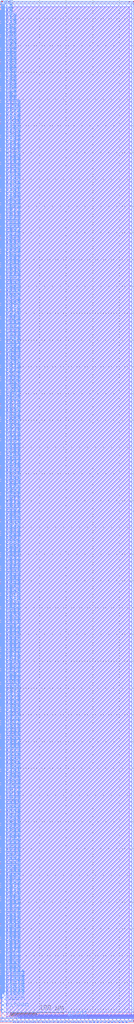
<source format=lef>
VERSION 5.7 ;
  NOWIREEXTENSIONATPIN ON ;
  DIVIDERCHAR "/" ;
  BUSBITCHARS "[]" ;
MACRO full_sram
  CLASS BLOCK ;
  FOREIGN full_sram ;
  ORIGIN 23.200 1875.000 ;
  SIZE 251.200 BY 1908.000 ;
  PIN DataIn0
    ANTENNAGATEAREA 0.378000 ;
    PORT
      LAYER met2 ;
        RECT 1.250 -1875.000 2.200 -1873.000 ;
    END
  END DataIn0
  PIN DataOut0
    ANTENNADIFFAREA 0.411600 ;
    PORT
      LAYER met2 ;
        RECT 4.800 -1875.000 5.400 -1873.000 ;
    END
  END DataOut0
  PIN DataIn1
    ANTENNAGATEAREA 0.378000 ;
    PORT
      LAYER met2 ;
        RECT 8.050 -1875.000 9.000 -1873.000 ;
    END
  END DataIn1
  PIN DataOut1
    ANTENNADIFFAREA 0.411600 ;
    PORT
      LAYER met2 ;
        RECT 11.650 -1875.000 12.250 -1873.000 ;
    END
  END DataOut1
  PIN DataIn2
    ANTENNAGATEAREA 0.378000 ;
    PORT
      LAYER met2 ;
        RECT 14.850 -1875.000 15.800 -1873.000 ;
    END
  END DataIn2
  PIN DataOut2
    ANTENNADIFFAREA 0.411600 ;
    PORT
      LAYER met2 ;
        RECT 18.400 -1875.000 19.000 -1873.000 ;
    END
  END DataOut2
  PIN DataIn3
    ANTENNAGATEAREA 0.378000 ;
    PORT
      LAYER met2 ;
        RECT 21.650 -1875.000 22.600 -1873.000 ;
    END
  END DataIn3
  PIN DataOut3
    ANTENNADIFFAREA 0.411600 ;
    PORT
      LAYER met2 ;
        RECT 25.150 -1875.000 25.750 -1873.000 ;
    END
  END DataOut3
  PIN DataIn4
    ANTENNAGATEAREA 0.378000 ;
    PORT
      LAYER met2 ;
        RECT 28.450 -1875.000 29.400 -1873.000 ;
    END
  END DataIn4
  PIN DataOut4
    ANTENNADIFFAREA 0.411600 ;
    PORT
      LAYER met2 ;
        RECT 31.900 -1875.000 32.500 -1873.000 ;
    END
  END DataOut4
  PIN DataIn5
    ANTENNAGATEAREA 0.378000 ;
    PORT
      LAYER met2 ;
        RECT 35.250 -1875.000 36.200 -1873.000 ;
    END
  END DataIn5
  PIN DataOut5
    ANTENNADIFFAREA 0.411600 ;
    PORT
      LAYER met2 ;
        RECT 38.650 -1875.000 39.250 -1873.000 ;
    END
  END DataOut5
  PIN DataIn6
    ANTENNAGATEAREA 0.378000 ;
    PORT
      LAYER met2 ;
        RECT 42.050 -1875.000 43.000 -1873.000 ;
    END
  END DataIn6
  PIN DataOut6
    ANTENNADIFFAREA 0.411600 ;
    PORT
      LAYER met2 ;
        RECT 45.400 -1875.000 46.000 -1873.000 ;
    END
  END DataOut6
  PIN DataIn7
    ANTENNAGATEAREA 0.378000 ;
    PORT
      LAYER met2 ;
        RECT 48.850 -1875.000 49.800 -1873.000 ;
    END
  END DataIn7
  PIN DataOut7
    ANTENNADIFFAREA 0.411600 ;
    PORT
      LAYER met2 ;
        RECT 52.150 -1875.000 52.750 -1873.000 ;
    END
  END DataOut7
  PIN DataIn8
    ANTENNAGATEAREA 0.378000 ;
    PORT
      LAYER met2 ;
        RECT 55.650 -1875.000 56.600 -1873.000 ;
    END
  END DataIn8
  PIN DataOut8
    ANTENNADIFFAREA 0.411600 ;
    PORT
      LAYER met2 ;
        RECT 58.900 -1875.000 59.500 -1873.000 ;
    END
  END DataOut8
  PIN DataIn9
    ANTENNAGATEAREA 0.378000 ;
    PORT
      LAYER met2 ;
        RECT 62.450 -1875.000 63.400 -1873.000 ;
    END
  END DataIn9
  PIN DataOut9
    ANTENNADIFFAREA 0.411600 ;
    PORT
      LAYER met2 ;
        RECT 65.650 -1875.000 66.250 -1873.000 ;
    END
  END DataOut9
  PIN DataIn10
    ANTENNAGATEAREA 0.378000 ;
    PORT
      LAYER met2 ;
        RECT 69.250 -1875.000 70.200 -1873.000 ;
    END
  END DataIn10
  PIN DataOut10
    ANTENNADIFFAREA 0.411600 ;
    PORT
      LAYER met2 ;
        RECT 72.400 -1875.000 73.000 -1873.000 ;
    END
  END DataOut10
  PIN DataIn11
    ANTENNAGATEAREA 0.378000 ;
    PORT
      LAYER met2 ;
        RECT 76.050 -1875.000 77.000 -1873.000 ;
    END
  END DataIn11
  PIN DataOut11
    ANTENNADIFFAREA 0.411600 ;
    PORT
      LAYER met2 ;
        RECT 79.150 -1875.000 79.750 -1873.000 ;
    END
  END DataOut11
  PIN DataIn12
    ANTENNAGATEAREA 0.378000 ;
    PORT
      LAYER met2 ;
        RECT 82.850 -1875.000 83.800 -1873.000 ;
    END
  END DataIn12
  PIN DataOut12
    ANTENNADIFFAREA 0.411600 ;
    PORT
      LAYER met2 ;
        RECT 85.900 -1875.000 86.500 -1873.000 ;
    END
  END DataOut12
  PIN DataIn13
    ANTENNAGATEAREA 0.378000 ;
    PORT
      LAYER met2 ;
        RECT 89.650 -1875.000 90.600 -1873.000 ;
    END
  END DataIn13
  PIN DataOut13
    ANTENNADIFFAREA 0.411600 ;
    PORT
      LAYER met2 ;
        RECT 92.650 -1875.000 93.250 -1873.000 ;
    END
  END DataOut13
  PIN DataIn14
    ANTENNAGATEAREA 0.378000 ;
    PORT
      LAYER met2 ;
        RECT 96.450 -1875.000 97.400 -1873.000 ;
    END
  END DataIn14
  PIN DataOut14
    ANTENNADIFFAREA 0.411600 ;
    PORT
      LAYER met2 ;
        RECT 99.400 -1875.000 100.000 -1873.000 ;
    END
  END DataOut14
  PIN DataIn15
    ANTENNAGATEAREA 0.378000 ;
    PORT
      LAYER met2 ;
        RECT 103.250 -1875.000 104.200 -1873.000 ;
    END
  END DataIn15
  PIN DataOut15
    ANTENNADIFFAREA 0.411600 ;
    PORT
      LAYER met2 ;
        RECT 106.150 -1875.000 106.750 -1873.000 ;
    END
  END DataOut15
  PIN DataIn16
    ANTENNAGATEAREA 0.378000 ;
    PORT
      LAYER met2 ;
        RECT 110.050 -1875.000 111.000 -1873.000 ;
    END
  END DataIn16
  PIN DataOut16
    ANTENNADIFFAREA 0.411600 ;
    PORT
      LAYER met2 ;
        RECT 112.900 -1875.000 113.500 -1873.000 ;
    END
  END DataOut16
  PIN DataIn17
    ANTENNAGATEAREA 0.378000 ;
    PORT
      LAYER met2 ;
        RECT 116.850 -1875.000 117.800 -1873.000 ;
    END
  END DataIn17
  PIN DataOut17
    ANTENNADIFFAREA 0.411600 ;
    PORT
      LAYER met2 ;
        RECT 119.650 -1875.000 120.250 -1873.000 ;
    END
  END DataOut17
  PIN DataIn18
    ANTENNAGATEAREA 0.378000 ;
    PORT
      LAYER met2 ;
        RECT 123.650 -1875.000 124.600 -1873.000 ;
    END
  END DataIn18
  PIN DataOut18
    ANTENNADIFFAREA 0.411600 ;
    PORT
      LAYER met2 ;
        RECT 126.400 -1875.000 127.000 -1873.000 ;
    END
  END DataOut18
  PIN DataIn19
    ANTENNAGATEAREA 0.378000 ;
    PORT
      LAYER met2 ;
        RECT 130.450 -1875.000 131.400 -1873.000 ;
    END
  END DataIn19
  PIN DataOut19
    ANTENNADIFFAREA 0.411600 ;
    PORT
      LAYER met2 ;
        RECT 133.150 -1875.000 133.750 -1873.000 ;
    END
  END DataOut19
  PIN DataIn20
    ANTENNAGATEAREA 0.378000 ;
    PORT
      LAYER met2 ;
        RECT 137.250 -1875.000 138.200 -1873.000 ;
    END
  END DataIn20
  PIN DataOut20
    ANTENNADIFFAREA 0.411600 ;
    PORT
      LAYER met2 ;
        RECT 139.900 -1875.000 140.500 -1873.000 ;
    END
  END DataOut20
  PIN DataIn21
    ANTENNAGATEAREA 0.378000 ;
    PORT
      LAYER met2 ;
        RECT 144.050 -1875.000 145.000 -1873.000 ;
    END
  END DataIn21
  PIN DataOut21
    ANTENNADIFFAREA 0.411600 ;
    PORT
      LAYER met2 ;
        RECT 146.650 -1875.000 147.250 -1873.000 ;
    END
  END DataOut21
  PIN DataIn22
    ANTENNAGATEAREA 0.378000 ;
    PORT
      LAYER met2 ;
        RECT 150.850 -1875.000 151.800 -1873.000 ;
    END
  END DataIn22
  PIN DataOut22
    ANTENNADIFFAREA 0.411600 ;
    PORT
      LAYER met2 ;
        RECT 153.400 -1875.000 154.000 -1873.000 ;
    END
  END DataOut22
  PIN DataIn23
    ANTENNAGATEAREA 0.378000 ;
    PORT
      LAYER met2 ;
        RECT 157.650 -1875.000 158.600 -1873.000 ;
    END
  END DataIn23
  PIN DataOut23
    ANTENNADIFFAREA 0.411600 ;
    PORT
      LAYER met2 ;
        RECT 160.150 -1875.000 160.750 -1873.000 ;
    END
  END DataOut23
  PIN DataIn24
    ANTENNAGATEAREA 0.378000 ;
    PORT
      LAYER met2 ;
        RECT 164.450 -1875.000 165.400 -1873.000 ;
    END
  END DataIn24
  PIN DataOut24
    ANTENNADIFFAREA 0.411600 ;
    PORT
      LAYER met2 ;
        RECT 166.900 -1875.000 167.500 -1873.000 ;
    END
  END DataOut24
  PIN DataIn25
    ANTENNAGATEAREA 0.378000 ;
    PORT
      LAYER met2 ;
        RECT 171.250 -1875.000 172.200 -1873.000 ;
    END
  END DataIn25
  PIN DataOut25
    ANTENNADIFFAREA 0.411600 ;
    PORT
      LAYER met2 ;
        RECT 173.650 -1875.000 174.250 -1873.000 ;
    END
  END DataOut25
  PIN DataIn26
    ANTENNAGATEAREA 0.378000 ;
    PORT
      LAYER met2 ;
        RECT 178.050 -1875.000 179.000 -1873.000 ;
    END
  END DataIn26
  PIN DataOut26
    ANTENNADIFFAREA 0.411600 ;
    PORT
      LAYER met2 ;
        RECT 180.400 -1875.000 181.000 -1873.000 ;
    END
  END DataOut26
  PIN DataIn27
    ANTENNAGATEAREA 0.378000 ;
    PORT
      LAYER met2 ;
        RECT 184.850 -1875.000 185.800 -1873.000 ;
    END
  END DataIn27
  PIN DataOut27
    ANTENNADIFFAREA 0.411600 ;
    PORT
      LAYER met2 ;
        RECT 187.150 -1875.000 187.750 -1873.000 ;
    END
  END DataOut27
  PIN DataIn28
    ANTENNAGATEAREA 0.378000 ;
    PORT
      LAYER met2 ;
        RECT 191.650 -1875.000 192.600 -1873.000 ;
    END
  END DataIn28
  PIN DataOut28
    ANTENNADIFFAREA 0.411600 ;
    PORT
      LAYER met2 ;
        RECT 193.900 -1875.000 194.500 -1873.000 ;
    END
  END DataOut28
  PIN DataIn29
    ANTENNAGATEAREA 0.378000 ;
    PORT
      LAYER met2 ;
        RECT 198.450 -1875.000 199.400 -1873.000 ;
    END
  END DataIn29
  PIN DataOut29
    ANTENNADIFFAREA 0.411600 ;
    PORT
      LAYER met2 ;
        RECT 200.650 -1875.000 201.250 -1873.000 ;
    END
  END DataOut29
  PIN DataIn30
    ANTENNAGATEAREA 0.378000 ;
    PORT
      LAYER met2 ;
        RECT 205.250 -1875.000 206.200 -1873.000 ;
    END
  END DataIn30
  PIN DataOut30
    ANTENNADIFFAREA 0.411600 ;
    PORT
      LAYER met2 ;
        RECT 207.400 -1875.000 208.000 -1873.000 ;
    END
  END DataOut30
  PIN DataIn31
    ANTENNAGATEAREA 0.378000 ;
    PORT
      LAYER met2 ;
        RECT 212.050 -1875.000 213.000 -1873.000 ;
    END
  END DataIn31
  PIN DataOut31
    ANTENNADIFFAREA 0.411600 ;
    PORT
      LAYER met2 ;
        RECT 214.150 -1875.000 214.750 -1873.000 ;
    END
  END DataOut31
  PIN writeen
    ANTENNAGATEAREA 4.032000 ;
    PORT
      LAYER met3 ;
        RECT -23.200 -1851.450 -21.200 -1850.450 ;
    END
  END writeen
  PIN readen
    ANTENNAGATEAREA 7.257600 ;
    PORT
      LAYER met3 ;
        RECT -23.200 -1838.950 -21.200 -1837.950 ;
    END
  END readen
  PIN PRE
    ANTENNAGATEAREA 8.294400 ;
    PORT
      LAYER met3 ;
        RECT -23.200 20.450 -21.200 21.450 ;
    END
  END PRE
  PIN WL0
    ANTENNAGATEAREA 0.378000 ;
    PORT
      LAYER met3 ;
        RECT -23.200 15.250 -21.200 16.250 ;
    END
  END WL0
  PIN WL1
    ANTENNAGATEAREA 0.378000 ;
    PORT
      LAYER met3 ;
        RECT -23.200 13.900 -21.200 14.900 ;
    END
  END WL1
  PIN WL2
    ANTENNAGATEAREA 0.378000 ;
    PORT
      LAYER met3 ;
        RECT -23.200 11.650 -21.200 12.650 ;
    END
  END WL2
  PIN WL3
    ANTENNAGATEAREA 0.378000 ;
    PORT
      LAYER met3 ;
        RECT -23.200 10.300 -21.200 11.300 ;
    END
  END WL3
  PIN WL4
    ANTENNAGATEAREA 0.378000 ;
    PORT
      LAYER met3 ;
        RECT -23.200 8.050 -21.200 9.050 ;
    END
  END WL4
  PIN WL5
    ANTENNAGATEAREA 0.378000 ;
    PORT
      LAYER met3 ;
        RECT -23.200 6.700 -21.200 7.700 ;
    END
  END WL5
  PIN WL6
    ANTENNAGATEAREA 0.378000 ;
    PORT
      LAYER met3 ;
        RECT -23.200 4.450 -21.200 5.450 ;
    END
  END WL6
  PIN WL7
    ANTENNAGATEAREA 0.378000 ;
    PORT
      LAYER met3 ;
        RECT -23.200 3.100 -21.200 4.100 ;
    END
  END WL7
  PIN WL8
    ANTENNAGATEAREA 0.378000 ;
    PORT
      LAYER met3 ;
        RECT -23.200 0.850 -21.200 1.850 ;
    END
  END WL8
  PIN WL9
    ANTENNAGATEAREA 0.378000 ;
    PORT
      LAYER met3 ;
        RECT -23.200 -0.500 -21.200 0.500 ;
    END
  END WL9
  PIN WL10
    ANTENNAGATEAREA 0.378000 ;
    PORT
      LAYER met3 ;
        RECT -23.200 -2.750 -21.200 -1.750 ;
    END
  END WL10
  PIN WL11
    ANTENNAGATEAREA 0.378000 ;
    PORT
      LAYER met3 ;
        RECT -23.200 -4.100 -21.200 -3.100 ;
    END
  END WL11
  PIN WL12
    ANTENNAGATEAREA 0.378000 ;
    PORT
      LAYER met3 ;
        RECT -23.200 -6.350 -21.200 -5.350 ;
    END
  END WL12
  PIN WL13
    ANTENNAGATEAREA 0.378000 ;
    PORT
      LAYER met3 ;
        RECT -23.200 -7.700 -21.200 -6.700 ;
    END
  END WL13
  PIN WL14
    ANTENNAGATEAREA 0.378000 ;
    PORT
      LAYER met3 ;
        RECT -23.200 -9.950 -21.200 -8.950 ;
    END
  END WL14
  PIN WL15
    ANTENNAGATEAREA 0.378000 ;
    PORT
      LAYER met3 ;
        RECT -23.200 -11.300 -21.200 -10.300 ;
    END
  END WL15
  PIN WL16
    ANTENNAGATEAREA 0.378000 ;
    PORT
      LAYER met3 ;
        RECT -23.200 -13.550 -21.200 -12.550 ;
    END
  END WL16
  PIN WL17
    ANTENNAGATEAREA 0.378000 ;
    PORT
      LAYER met3 ;
        RECT -23.200 -14.900 -21.200 -13.900 ;
    END
  END WL17
  PIN WL18
    ANTENNAGATEAREA 0.378000 ;
    PORT
      LAYER met3 ;
        RECT -23.200 -17.150 -21.200 -16.150 ;
    END
  END WL18
  PIN WL19
    ANTENNAGATEAREA 0.378000 ;
    PORT
      LAYER met3 ;
        RECT -23.200 -18.500 -21.200 -17.500 ;
    END
  END WL19
  PIN WL20
    ANTENNAGATEAREA 0.378000 ;
    PORT
      LAYER met3 ;
        RECT -23.200 -20.750 -21.200 -19.750 ;
    END
  END WL20
  PIN WL21
    ANTENNAGATEAREA 0.378000 ;
    PORT
      LAYER met3 ;
        RECT -23.200 -22.100 -21.200 -21.100 ;
    END
  END WL21
  PIN WL22
    ANTENNAGATEAREA 0.378000 ;
    PORT
      LAYER met3 ;
        RECT -23.200 -24.350 -21.200 -23.350 ;
    END
  END WL22
  PIN WL23
    ANTENNAGATEAREA 0.378000 ;
    PORT
      LAYER met3 ;
        RECT -23.200 -25.700 -21.200 -24.700 ;
    END
  END WL23
  PIN WL24
    ANTENNAGATEAREA 0.378000 ;
    PORT
      LAYER met3 ;
        RECT -23.200 -27.950 -21.200 -26.950 ;
    END
  END WL24
  PIN WL25
    ANTENNAGATEAREA 0.378000 ;
    PORT
      LAYER met3 ;
        RECT -23.200 -29.300 -21.200 -28.300 ;
    END
  END WL25
  PIN WL26
    ANTENNAGATEAREA 0.378000 ;
    PORT
      LAYER met3 ;
        RECT -23.200 -31.550 -21.200 -30.550 ;
    END
  END WL26
  PIN WL27
    ANTENNAGATEAREA 0.378000 ;
    PORT
      LAYER met3 ;
        RECT -23.200 -32.900 -21.200 -31.900 ;
    END
  END WL27
  PIN WL28
    ANTENNAGATEAREA 0.378000 ;
    PORT
      LAYER met3 ;
        RECT -23.200 -35.150 -21.200 -34.150 ;
    END
  END WL28
  PIN WL29
    ANTENNAGATEAREA 0.378000 ;
    PORT
      LAYER met3 ;
        RECT -23.200 -36.500 -21.200 -35.500 ;
    END
  END WL29
  PIN WL30
    ANTENNAGATEAREA 0.378000 ;
    PORT
      LAYER met3 ;
        RECT -23.200 -38.750 -21.200 -37.750 ;
    END
  END WL30
  PIN WL31
    ANTENNAGATEAREA 0.378000 ;
    PORT
      LAYER met3 ;
        RECT -23.200 -40.100 -21.200 -39.100 ;
    END
  END WL31
  PIN WL32
    ANTENNAGATEAREA 0.378000 ;
    PORT
      LAYER met3 ;
        RECT -23.200 -42.350 -21.200 -41.350 ;
    END
  END WL32
  PIN WL33
    ANTENNAGATEAREA 0.378000 ;
    PORT
      LAYER met3 ;
        RECT -23.200 -43.700 -21.200 -42.700 ;
    END
  END WL33
  PIN WL34
    ANTENNAGATEAREA 0.378000 ;
    PORT
      LAYER met3 ;
        RECT -23.200 -45.950 -21.200 -44.950 ;
    END
  END WL34
  PIN WL35
    ANTENNAGATEAREA 0.378000 ;
    PORT
      LAYER met3 ;
        RECT -23.200 -47.300 -21.200 -46.300 ;
    END
  END WL35
  PIN WL36
    ANTENNAGATEAREA 0.378000 ;
    PORT
      LAYER met3 ;
        RECT -23.200 -49.550 -21.200 -48.550 ;
    END
  END WL36
  PIN WL37
    ANTENNAGATEAREA 0.378000 ;
    PORT
      LAYER met3 ;
        RECT -23.200 -50.900 -21.200 -49.900 ;
    END
  END WL37
  PIN WL38
    ANTENNAGATEAREA 0.378000 ;
    PORT
      LAYER met3 ;
        RECT -23.200 -53.150 -21.200 -52.150 ;
    END
  END WL38
  PIN WL39
    ANTENNAGATEAREA 0.378000 ;
    PORT
      LAYER met3 ;
        RECT -23.200 -54.500 -21.200 -53.500 ;
    END
  END WL39
  PIN WL40
    ANTENNAGATEAREA 0.378000 ;
    PORT
      LAYER met3 ;
        RECT -23.200 -56.750 -21.200 -55.750 ;
    END
  END WL40
  PIN WL41
    ANTENNAGATEAREA 0.378000 ;
    PORT
      LAYER met3 ;
        RECT -23.200 -58.100 -21.200 -57.100 ;
    END
  END WL41
  PIN WL42
    ANTENNAGATEAREA 0.378000 ;
    PORT
      LAYER met3 ;
        RECT -23.200 -60.350 -21.200 -59.350 ;
    END
  END WL42
  PIN WL43
    ANTENNAGATEAREA 0.378000 ;
    PORT
      LAYER met3 ;
        RECT -23.200 -61.700 -21.200 -60.700 ;
    END
  END WL43
  PIN WL44
    ANTENNAGATEAREA 0.378000 ;
    PORT
      LAYER met3 ;
        RECT -23.200 -63.950 -21.200 -62.950 ;
    END
  END WL44
  PIN WL45
    ANTENNAGATEAREA 0.378000 ;
    PORT
      LAYER met3 ;
        RECT -23.200 -65.300 -21.200 -64.300 ;
    END
  END WL45
  PIN WL46
    ANTENNAGATEAREA 0.378000 ;
    PORT
      LAYER met3 ;
        RECT -23.200 -67.550 -21.200 -66.550 ;
    END
  END WL46
  PIN WL47
    ANTENNAGATEAREA 0.378000 ;
    PORT
      LAYER met3 ;
        RECT -23.200 -68.900 -21.200 -67.900 ;
    END
  END WL47
  PIN WL48
    ANTENNAGATEAREA 0.378000 ;
    PORT
      LAYER met3 ;
        RECT -23.200 -71.150 -21.200 -70.150 ;
    END
  END WL48
  PIN WL49
    ANTENNAGATEAREA 0.378000 ;
    PORT
      LAYER met3 ;
        RECT -23.200 -72.500 -21.200 -71.500 ;
    END
  END WL49
  PIN WL50
    ANTENNAGATEAREA 0.378000 ;
    PORT
      LAYER met3 ;
        RECT -23.200 -74.750 -21.200 -73.750 ;
    END
  END WL50
  PIN WL51
    ANTENNAGATEAREA 0.378000 ;
    PORT
      LAYER met3 ;
        RECT -23.200 -76.100 -21.200 -75.100 ;
    END
  END WL51
  PIN WL52
    ANTENNAGATEAREA 0.378000 ;
    PORT
      LAYER met3 ;
        RECT -23.200 -78.350 -21.200 -77.350 ;
    END
  END WL52
  PIN WL53
    ANTENNAGATEAREA 0.378000 ;
    PORT
      LAYER met3 ;
        RECT -23.200 -79.700 -21.200 -78.700 ;
    END
  END WL53
  PIN WL54
    ANTENNAGATEAREA 0.378000 ;
    PORT
      LAYER met3 ;
        RECT -23.200 -81.950 -21.200 -80.950 ;
    END
  END WL54
  PIN WL55
    ANTENNAGATEAREA 0.378000 ;
    PORT
      LAYER met3 ;
        RECT -23.200 -83.300 -21.200 -82.300 ;
    END
  END WL55
  PIN WL56
    ANTENNAGATEAREA 0.378000 ;
    PORT
      LAYER met3 ;
        RECT -23.200 -85.550 -21.200 -84.550 ;
    END
  END WL56
  PIN WL57
    ANTENNAGATEAREA 0.378000 ;
    PORT
      LAYER met3 ;
        RECT -23.200 -86.900 -21.200 -85.900 ;
    END
  END WL57
  PIN WL58
    ANTENNAGATEAREA 0.378000 ;
    PORT
      LAYER met3 ;
        RECT -23.200 -89.150 -21.200 -88.150 ;
    END
  END WL58
  PIN WL59
    ANTENNAGATEAREA 0.378000 ;
    PORT
      LAYER met3 ;
        RECT -23.200 -90.500 -21.200 -89.500 ;
    END
  END WL59
  PIN WL60
    ANTENNAGATEAREA 0.378000 ;
    PORT
      LAYER met3 ;
        RECT -23.200 -92.750 -21.200 -91.750 ;
    END
  END WL60
  PIN WL61
    ANTENNAGATEAREA 0.378000 ;
    PORT
      LAYER met3 ;
        RECT -23.200 -94.100 -21.200 -93.100 ;
    END
  END WL61
  PIN WL62
    ANTENNAGATEAREA 0.378000 ;
    PORT
      LAYER met3 ;
        RECT -23.200 -96.350 -21.200 -95.350 ;
    END
  END WL62
  PIN WL63
    ANTENNAGATEAREA 0.378000 ;
    PORT
      LAYER met3 ;
        RECT -23.200 -97.700 -21.200 -96.700 ;
    END
  END WL63
  PIN WL64
    ANTENNAGATEAREA 0.378000 ;
    PORT
      LAYER met3 ;
        RECT -23.200 -99.950 -21.200 -98.950 ;
    END
  END WL64
  PIN WL65
    ANTENNAGATEAREA 0.378000 ;
    PORT
      LAYER met3 ;
        RECT -23.200 -101.300 -21.200 -100.300 ;
    END
  END WL65
  PIN WL66
    ANTENNAGATEAREA 0.378000 ;
    PORT
      LAYER met3 ;
        RECT -23.200 -103.550 -21.200 -102.550 ;
    END
  END WL66
  PIN WL67
    ANTENNAGATEAREA 0.378000 ;
    PORT
      LAYER met3 ;
        RECT -23.200 -104.900 -21.200 -103.900 ;
    END
  END WL67
  PIN WL68
    ANTENNAGATEAREA 0.378000 ;
    PORT
      LAYER met3 ;
        RECT -23.200 -107.150 -21.200 -106.150 ;
    END
  END WL68
  PIN WL69
    ANTENNAGATEAREA 0.378000 ;
    PORT
      LAYER met3 ;
        RECT -23.200 -108.500 -21.200 -107.500 ;
    END
  END WL69
  PIN WL70
    ANTENNAGATEAREA 0.378000 ;
    PORT
      LAYER met3 ;
        RECT -23.200 -110.750 -21.200 -109.750 ;
    END
  END WL70
  PIN WL71
    ANTENNAGATEAREA 0.378000 ;
    PORT
      LAYER met3 ;
        RECT -23.200 -112.100 -21.200 -111.100 ;
    END
  END WL71
  PIN WL72
    ANTENNAGATEAREA 0.378000 ;
    PORT
      LAYER met3 ;
        RECT -23.200 -114.350 -21.200 -113.350 ;
    END
  END WL72
  PIN WL73
    ANTENNAGATEAREA 0.378000 ;
    PORT
      LAYER met3 ;
        RECT -23.200 -115.700 -21.200 -114.700 ;
    END
  END WL73
  PIN WL74
    ANTENNAGATEAREA 0.378000 ;
    PORT
      LAYER met3 ;
        RECT -23.200 -117.950 -21.200 -116.950 ;
    END
  END WL74
  PIN WL75
    ANTENNAGATEAREA 0.378000 ;
    PORT
      LAYER met3 ;
        RECT -23.200 -119.300 -21.200 -118.300 ;
    END
  END WL75
  PIN WL76
    ANTENNAGATEAREA 0.378000 ;
    PORT
      LAYER met3 ;
        RECT -23.200 -121.550 -21.200 -120.550 ;
    END
  END WL76
  PIN WL77
    ANTENNAGATEAREA 0.378000 ;
    PORT
      LAYER met3 ;
        RECT -23.200 -122.900 -21.200 -121.900 ;
    END
  END WL77
  PIN WL78
    ANTENNAGATEAREA 0.378000 ;
    PORT
      LAYER met3 ;
        RECT -23.200 -125.150 -21.200 -124.150 ;
    END
  END WL78
  PIN WL79
    ANTENNAGATEAREA 0.378000 ;
    PORT
      LAYER met3 ;
        RECT -23.200 -126.500 -21.200 -125.500 ;
    END
  END WL79
  PIN WL80
    ANTENNAGATEAREA 0.378000 ;
    PORT
      LAYER met3 ;
        RECT -23.200 -128.750 -21.200 -127.750 ;
    END
  END WL80
  PIN WL81
    ANTENNAGATEAREA 0.378000 ;
    PORT
      LAYER met3 ;
        RECT -23.200 -130.100 -21.200 -129.100 ;
    END
  END WL81
  PIN WL82
    ANTENNAGATEAREA 0.378000 ;
    PORT
      LAYER met3 ;
        RECT -23.200 -132.350 -21.200 -131.350 ;
    END
  END WL82
  PIN WL83
    ANTENNAGATEAREA 0.378000 ;
    PORT
      LAYER met3 ;
        RECT -23.200 -133.700 -21.200 -132.700 ;
    END
  END WL83
  PIN WL84
    ANTENNAGATEAREA 0.378000 ;
    PORT
      LAYER met3 ;
        RECT -23.200 -135.950 -21.200 -134.950 ;
    END
  END WL84
  PIN WL85
    ANTENNAGATEAREA 0.378000 ;
    PORT
      LAYER met3 ;
        RECT -23.200 -137.300 -21.200 -136.300 ;
    END
  END WL85
  PIN WL86
    ANTENNAGATEAREA 0.378000 ;
    PORT
      LAYER met3 ;
        RECT -23.200 -139.550 -21.200 -138.550 ;
    END
  END WL86
  PIN WL87
    ANTENNAGATEAREA 0.378000 ;
    PORT
      LAYER met3 ;
        RECT -23.200 -140.900 -21.200 -139.900 ;
    END
  END WL87
  PIN WL88
    ANTENNAGATEAREA 0.378000 ;
    PORT
      LAYER met3 ;
        RECT -23.200 -143.150 -21.200 -142.150 ;
    END
  END WL88
  PIN WL89
    ANTENNAGATEAREA 0.378000 ;
    PORT
      LAYER met3 ;
        RECT -23.200 -144.500 -21.200 -143.500 ;
    END
  END WL89
  PIN WL90
    ANTENNAGATEAREA 0.378000 ;
    PORT
      LAYER met3 ;
        RECT -23.200 -146.750 -21.200 -145.750 ;
    END
  END WL90
  PIN WL91
    ANTENNAGATEAREA 0.378000 ;
    PORT
      LAYER met3 ;
        RECT -23.200 -148.100 -21.200 -147.100 ;
    END
  END WL91
  PIN WL92
    ANTENNAGATEAREA 0.378000 ;
    PORT
      LAYER met3 ;
        RECT -23.200 -150.350 -21.200 -149.350 ;
    END
  END WL92
  PIN WL93
    ANTENNAGATEAREA 0.378000 ;
    PORT
      LAYER met3 ;
        RECT -23.200 -151.700 -21.200 -150.700 ;
    END
  END WL93
  PIN WL94
    ANTENNAGATEAREA 0.378000 ;
    PORT
      LAYER met3 ;
        RECT -23.200 -153.950 -21.200 -152.950 ;
    END
  END WL94
  PIN WL95
    ANTENNAGATEAREA 0.378000 ;
    PORT
      LAYER met3 ;
        RECT -23.200 -155.300 -21.200 -154.300 ;
    END
  END WL95
  PIN WL96
    ANTENNAGATEAREA 0.378000 ;
    PORT
      LAYER met3 ;
        RECT -23.200 -157.550 -21.200 -156.550 ;
    END
  END WL96
  PIN WL97
    ANTENNAGATEAREA 0.378000 ;
    PORT
      LAYER met3 ;
        RECT -23.200 -158.900 -21.200 -157.900 ;
    END
  END WL97
  PIN WL98
    ANTENNAGATEAREA 0.378000 ;
    PORT
      LAYER met3 ;
        RECT -23.200 -161.150 -21.200 -160.150 ;
    END
  END WL98
  PIN WL99
    ANTENNAGATEAREA 0.378000 ;
    PORT
      LAYER met3 ;
        RECT -23.200 -162.500 -21.200 -161.500 ;
    END
  END WL99
  PIN WL100
    ANTENNAGATEAREA 0.378000 ;
    PORT
      LAYER met3 ;
        RECT -23.200 -164.750 -21.200 -163.750 ;
    END
  END WL100
  PIN WL101
    ANTENNAGATEAREA 0.378000 ;
    PORT
      LAYER met3 ;
        RECT -23.200 -166.100 -21.200 -165.100 ;
    END
  END WL101
  PIN WL102
    ANTENNAGATEAREA 0.378000 ;
    PORT
      LAYER met3 ;
        RECT -23.200 -168.350 -21.200 -167.350 ;
    END
  END WL102
  PIN WL103
    ANTENNAGATEAREA 0.378000 ;
    PORT
      LAYER met3 ;
        RECT -23.200 -169.700 -21.200 -168.700 ;
    END
  END WL103
  PIN WL104
    ANTENNAGATEAREA 0.378000 ;
    PORT
      LAYER met3 ;
        RECT -23.200 -171.950 -21.200 -170.950 ;
    END
  END WL104
  PIN WL105
    ANTENNAGATEAREA 0.378000 ;
    PORT
      LAYER met3 ;
        RECT -23.200 -173.300 -21.200 -172.300 ;
    END
  END WL105
  PIN WL106
    ANTENNAGATEAREA 0.378000 ;
    PORT
      LAYER met3 ;
        RECT -23.200 -175.550 -21.200 -174.550 ;
    END
  END WL106
  PIN WL107
    ANTENNAGATEAREA 0.378000 ;
    PORT
      LAYER met3 ;
        RECT -23.200 -176.900 -21.200 -175.900 ;
    END
  END WL107
  PIN WL108
    ANTENNAGATEAREA 0.378000 ;
    PORT
      LAYER met3 ;
        RECT -23.200 -179.150 -21.200 -178.150 ;
    END
  END WL108
  PIN WL109
    ANTENNAGATEAREA 0.378000 ;
    PORT
      LAYER met3 ;
        RECT -23.200 -180.500 -21.200 -179.500 ;
    END
  END WL109
  PIN WL110
    ANTENNAGATEAREA 0.378000 ;
    PORT
      LAYER met3 ;
        RECT -23.200 -182.750 -21.200 -181.750 ;
    END
  END WL110
  PIN WL111
    ANTENNAGATEAREA 0.378000 ;
    PORT
      LAYER met3 ;
        RECT -23.200 -184.100 -21.200 -183.100 ;
    END
  END WL111
  PIN WL112
    ANTENNAGATEAREA 0.378000 ;
    PORT
      LAYER met3 ;
        RECT -23.200 -186.350 -21.200 -185.350 ;
    END
  END WL112
  PIN WL113
    ANTENNAGATEAREA 0.378000 ;
    PORT
      LAYER met3 ;
        RECT -23.200 -187.700 -21.200 -186.700 ;
    END
  END WL113
  PIN WL114
    ANTENNAGATEAREA 0.378000 ;
    PORT
      LAYER met3 ;
        RECT -23.200 -190.500 -21.200 -189.500 ;
    END
  END WL114
  PIN WL115
    ANTENNAGATEAREA 0.378000 ;
    PORT
      LAYER met3 ;
        RECT -23.200 -191.850 -21.200 -190.850 ;
    END
  END WL115
  PIN WL116
    ANTENNAGATEAREA 0.378000 ;
    PORT
      LAYER met3 ;
        RECT -23.200 -194.100 -21.200 -193.100 ;
    END
  END WL116
  PIN WL117
    ANTENNAGATEAREA 0.378000 ;
    PORT
      LAYER met3 ;
        RECT -23.200 -195.450 -21.200 -194.450 ;
    END
  END WL117
  PIN WL118
    ANTENNAGATEAREA 0.378000 ;
    PORT
      LAYER met3 ;
        RECT -23.200 -197.700 -21.200 -196.700 ;
    END
  END WL118
  PIN WL119
    ANTENNAGATEAREA 0.378000 ;
    PORT
      LAYER met3 ;
        RECT -23.200 -199.050 -21.200 -198.050 ;
    END
  END WL119
  PIN WL120
    ANTENNAGATEAREA 0.378000 ;
    PORT
      LAYER met3 ;
        RECT -23.200 -201.300 -21.200 -200.300 ;
    END
  END WL120
  PIN WL121
    ANTENNAGATEAREA 0.378000 ;
    PORT
      LAYER met3 ;
        RECT -23.200 -202.650 -21.200 -201.650 ;
    END
  END WL121
  PIN WL122
    ANTENNAGATEAREA 0.378000 ;
    PORT
      LAYER met3 ;
        RECT -23.200 -204.900 -21.200 -203.900 ;
    END
  END WL122
  PIN WL123
    ANTENNAGATEAREA 0.378000 ;
    PORT
      LAYER met3 ;
        RECT -23.200 -206.250 -21.200 -205.250 ;
    END
  END WL123
  PIN WL124
    ANTENNAGATEAREA 0.378000 ;
    PORT
      LAYER met3 ;
        RECT -23.200 -208.500 -21.200 -207.500 ;
    END
  END WL124
  PIN WL125
    ANTENNAGATEAREA 0.378000 ;
    PORT
      LAYER met3 ;
        RECT -23.200 -209.850 -21.200 -208.850 ;
    END
  END WL125
  PIN WL126
    ANTENNAGATEAREA 0.378000 ;
    PORT
      LAYER met3 ;
        RECT -23.200 -212.100 -21.200 -211.100 ;
    END
  END WL126
  PIN WL127
    ANTENNAGATEAREA 0.378000 ;
    PORT
      LAYER met3 ;
        RECT -23.200 -213.450 -21.200 -212.450 ;
    END
  END WL127
  PIN WL128
    ANTENNAGATEAREA 0.378000 ;
    PORT
      LAYER met3 ;
        RECT -23.200 -215.700 -21.200 -214.700 ;
    END
  END WL128
  PIN WL129
    ANTENNAGATEAREA 0.378000 ;
    PORT
      LAYER met3 ;
        RECT -23.200 -217.050 -21.200 -216.050 ;
    END
  END WL129
  PIN WL130
    ANTENNAGATEAREA 0.378000 ;
    PORT
      LAYER met3 ;
        RECT -23.200 -219.300 -21.200 -218.300 ;
    END
  END WL130
  PIN WL131
    ANTENNAGATEAREA 0.378000 ;
    PORT
      LAYER met3 ;
        RECT -23.200 -220.650 -21.200 -219.650 ;
    END
  END WL131
  PIN WL132
    ANTENNAGATEAREA 0.378000 ;
    PORT
      LAYER met3 ;
        RECT -23.200 -222.900 -21.200 -221.900 ;
    END
  END WL132
  PIN WL133
    ANTENNAGATEAREA 0.378000 ;
    PORT
      LAYER met3 ;
        RECT -23.200 -224.250 -21.200 -223.250 ;
    END
  END WL133
  PIN WL134
    ANTENNAGATEAREA 0.378000 ;
    PORT
      LAYER met3 ;
        RECT -23.200 -226.500 -21.200 -225.500 ;
    END
  END WL134
  PIN WL135
    ANTENNAGATEAREA 0.378000 ;
    PORT
      LAYER met3 ;
        RECT -23.200 -227.850 -21.200 -226.850 ;
    END
  END WL135
  PIN WL136
    ANTENNAGATEAREA 0.378000 ;
    PORT
      LAYER met3 ;
        RECT -23.200 -230.100 -21.200 -229.100 ;
    END
  END WL136
  PIN WL137
    ANTENNAGATEAREA 0.378000 ;
    PORT
      LAYER met3 ;
        RECT -23.200 -231.450 -21.200 -230.450 ;
    END
  END WL137
  PIN WL138
    ANTENNAGATEAREA 0.378000 ;
    PORT
      LAYER met3 ;
        RECT -23.200 -233.700 -21.200 -232.700 ;
    END
  END WL138
  PIN WL139
    ANTENNAGATEAREA 0.378000 ;
    PORT
      LAYER met3 ;
        RECT -23.200 -235.050 -21.200 -234.050 ;
    END
  END WL139
  PIN WL140
    ANTENNAGATEAREA 0.378000 ;
    PORT
      LAYER met3 ;
        RECT -23.200 -237.300 -21.200 -236.300 ;
    END
  END WL140
  PIN WL141
    ANTENNAGATEAREA 0.378000 ;
    PORT
      LAYER met3 ;
        RECT -23.200 -238.650 -21.200 -237.650 ;
    END
  END WL141
  PIN WL142
    ANTENNAGATEAREA 0.378000 ;
    PORT
      LAYER met3 ;
        RECT -23.200 -240.900 -21.200 -239.900 ;
    END
  END WL142
  PIN WL143
    ANTENNAGATEAREA 0.378000 ;
    PORT
      LAYER met3 ;
        RECT -23.200 -242.250 -21.200 -241.250 ;
    END
  END WL143
  PIN WL144
    ANTENNAGATEAREA 0.378000 ;
    PORT
      LAYER met3 ;
        RECT -23.200 -244.500 -21.200 -243.500 ;
    END
  END WL144
  PIN WL145
    ANTENNAGATEAREA 0.378000 ;
    PORT
      LAYER met3 ;
        RECT -23.200 -245.850 -21.200 -244.850 ;
    END
  END WL145
  PIN WL146
    ANTENNAGATEAREA 0.378000 ;
    PORT
      LAYER met3 ;
        RECT -23.200 -248.100 -21.200 -247.100 ;
    END
  END WL146
  PIN WL147
    ANTENNAGATEAREA 0.378000 ;
    PORT
      LAYER met3 ;
        RECT -23.200 -249.450 -21.200 -248.450 ;
    END
  END WL147
  PIN WL148
    ANTENNAGATEAREA 0.378000 ;
    PORT
      LAYER met3 ;
        RECT -23.200 -251.700 -21.200 -250.700 ;
    END
  END WL148
  PIN WL149
    ANTENNAGATEAREA 0.378000 ;
    PORT
      LAYER met3 ;
        RECT -23.200 -253.050 -21.200 -252.050 ;
    END
  END WL149
  PIN WL150
    ANTENNAGATEAREA 0.378000 ;
    PORT
      LAYER met3 ;
        RECT -23.200 -255.300 -21.200 -254.300 ;
    END
  END WL150
  PIN WL151
    ANTENNAGATEAREA 0.378000 ;
    PORT
      LAYER met3 ;
        RECT -23.200 -256.650 -21.200 -255.650 ;
    END
  END WL151
  PIN WL152
    ANTENNAGATEAREA 0.378000 ;
    PORT
      LAYER met3 ;
        RECT -23.200 -258.900 -21.200 -257.900 ;
    END
  END WL152
  PIN WL153
    ANTENNAGATEAREA 0.378000 ;
    PORT
      LAYER met3 ;
        RECT -23.200 -260.250 -21.200 -259.250 ;
    END
  END WL153
  PIN WL154
    ANTENNAGATEAREA 0.378000 ;
    PORT
      LAYER met3 ;
        RECT -23.200 -262.500 -21.200 -261.500 ;
    END
  END WL154
  PIN WL155
    ANTENNAGATEAREA 0.378000 ;
    PORT
      LAYER met3 ;
        RECT -23.200 -263.850 -21.200 -262.850 ;
    END
  END WL155
  PIN WL156
    ANTENNAGATEAREA 0.378000 ;
    PORT
      LAYER met3 ;
        RECT -23.200 -266.100 -21.200 -265.100 ;
    END
  END WL156
  PIN WL157
    ANTENNAGATEAREA 0.378000 ;
    PORT
      LAYER met3 ;
        RECT -23.200 -267.450 -21.200 -266.450 ;
    END
  END WL157
  PIN WL158
    ANTENNAGATEAREA 0.378000 ;
    PORT
      LAYER met3 ;
        RECT -23.200 -269.700 -21.200 -268.700 ;
    END
  END WL158
  PIN WL159
    ANTENNAGATEAREA 0.378000 ;
    PORT
      LAYER met3 ;
        RECT -23.200 -271.050 -21.200 -270.050 ;
    END
  END WL159
  PIN WL160
    ANTENNAGATEAREA 0.378000 ;
    PORT
      LAYER met3 ;
        RECT -23.200 -273.300 -21.200 -272.300 ;
    END
  END WL160
  PIN WL161
    ANTENNAGATEAREA 0.378000 ;
    PORT
      LAYER met3 ;
        RECT -23.200 -274.650 -21.200 -273.650 ;
    END
  END WL161
  PIN WL162
    ANTENNAGATEAREA 0.378000 ;
    PORT
      LAYER met3 ;
        RECT -23.200 -276.900 -21.200 -275.900 ;
    END
  END WL162
  PIN WL163
    ANTENNAGATEAREA 0.378000 ;
    PORT
      LAYER met3 ;
        RECT -23.200 -278.250 -21.200 -277.250 ;
    END
  END WL163
  PIN WL164
    ANTENNAGATEAREA 0.378000 ;
    PORT
      LAYER met3 ;
        RECT -23.200 -280.500 -21.200 -279.500 ;
    END
  END WL164
  PIN WL165
    ANTENNAGATEAREA 0.378000 ;
    PORT
      LAYER met3 ;
        RECT -23.200 -281.850 -21.200 -280.850 ;
    END
  END WL165
  PIN WL166
    ANTENNAGATEAREA 0.378000 ;
    PORT
      LAYER met3 ;
        RECT -23.200 -284.100 -21.200 -283.100 ;
    END
  END WL166
  PIN WL167
    ANTENNAGATEAREA 0.378000 ;
    PORT
      LAYER met3 ;
        RECT -23.200 -285.450 -21.200 -284.450 ;
    END
  END WL167
  PIN WL168
    ANTENNAGATEAREA 0.378000 ;
    PORT
      LAYER met3 ;
        RECT -23.200 -287.700 -21.200 -286.700 ;
    END
  END WL168
  PIN WL169
    ANTENNAGATEAREA 0.378000 ;
    PORT
      LAYER met3 ;
        RECT -23.200 -289.050 -21.200 -288.050 ;
    END
  END WL169
  PIN WL170
    ANTENNAGATEAREA 0.378000 ;
    PORT
      LAYER met3 ;
        RECT -23.200 -291.300 -21.200 -290.300 ;
    END
  END WL170
  PIN WL171
    ANTENNAGATEAREA 0.378000 ;
    PORT
      LAYER met3 ;
        RECT -23.200 -292.650 -21.200 -291.650 ;
    END
  END WL171
  PIN WL172
    ANTENNAGATEAREA 0.378000 ;
    PORT
      LAYER met3 ;
        RECT -23.200 -294.900 -21.200 -293.900 ;
    END
  END WL172
  PIN WL173
    ANTENNAGATEAREA 0.378000 ;
    PORT
      LAYER met3 ;
        RECT -23.200 -296.250 -21.200 -295.250 ;
    END
  END WL173
  PIN WL174
    ANTENNAGATEAREA 0.378000 ;
    PORT
      LAYER met3 ;
        RECT -23.200 -298.500 -21.200 -297.500 ;
    END
  END WL174
  PIN WL175
    ANTENNAGATEAREA 0.378000 ;
    PORT
      LAYER met3 ;
        RECT -23.200 -299.850 -21.200 -298.850 ;
    END
  END WL175
  PIN WL176
    ANTENNAGATEAREA 0.378000 ;
    PORT
      LAYER met3 ;
        RECT -23.200 -302.100 -21.200 -301.100 ;
    END
  END WL176
  PIN WL177
    ANTENNAGATEAREA 0.378000 ;
    PORT
      LAYER met3 ;
        RECT -23.200 -303.450 -21.200 -302.450 ;
    END
  END WL177
  PIN WL178
    ANTENNAGATEAREA 0.378000 ;
    PORT
      LAYER met3 ;
        RECT -23.200 -305.700 -21.200 -304.700 ;
    END
  END WL178
  PIN WL179
    ANTENNAGATEAREA 0.378000 ;
    PORT
      LAYER met3 ;
        RECT -23.200 -307.050 -21.200 -306.050 ;
    END
  END WL179
  PIN WL180
    ANTENNAGATEAREA 0.378000 ;
    PORT
      LAYER met3 ;
        RECT -23.200 -309.300 -21.200 -308.300 ;
    END
  END WL180
  PIN WL181
    ANTENNAGATEAREA 0.378000 ;
    PORT
      LAYER met3 ;
        RECT -23.200 -310.650 -21.200 -309.650 ;
    END
  END WL181
  PIN WL182
    ANTENNAGATEAREA 0.378000 ;
    PORT
      LAYER met3 ;
        RECT -23.200 -312.900 -21.200 -311.900 ;
    END
  END WL182
  PIN WL183
    ANTENNAGATEAREA 0.378000 ;
    PORT
      LAYER met3 ;
        RECT -23.200 -314.250 -21.200 -313.250 ;
    END
  END WL183
  PIN WL184
    ANTENNAGATEAREA 0.378000 ;
    PORT
      LAYER met3 ;
        RECT -23.200 -316.500 -21.200 -315.500 ;
    END
  END WL184
  PIN WL185
    ANTENNAGATEAREA 0.378000 ;
    PORT
      LAYER met3 ;
        RECT -23.200 -317.850 -21.200 -316.850 ;
    END
  END WL185
  PIN WL186
    ANTENNAGATEAREA 0.378000 ;
    PORT
      LAYER met3 ;
        RECT -23.200 -320.100 -21.200 -319.100 ;
    END
  END WL186
  PIN WL187
    ANTENNAGATEAREA 0.378000 ;
    PORT
      LAYER met3 ;
        RECT -23.200 -321.450 -21.200 -320.450 ;
    END
  END WL187
  PIN WL188
    ANTENNAGATEAREA 0.378000 ;
    PORT
      LAYER met3 ;
        RECT -23.200 -323.700 -21.200 -322.700 ;
    END
  END WL188
  PIN WL189
    ANTENNAGATEAREA 0.378000 ;
    PORT
      LAYER met3 ;
        RECT -23.200 -325.050 -21.200 -324.050 ;
    END
  END WL189
  PIN WL190
    ANTENNAGATEAREA 0.378000 ;
    PORT
      LAYER met3 ;
        RECT -23.200 -327.300 -21.200 -326.300 ;
    END
  END WL190
  PIN WL191
    ANTENNAGATEAREA 0.378000 ;
    PORT
      LAYER met3 ;
        RECT -23.200 -328.650 -21.200 -327.650 ;
    END
  END WL191
  PIN WL192
    ANTENNAGATEAREA 0.378000 ;
    PORT
      LAYER met3 ;
        RECT -23.200 -330.900 -21.200 -329.900 ;
    END
  END WL192
  PIN WL193
    ANTENNAGATEAREA 0.378000 ;
    PORT
      LAYER met3 ;
        RECT -23.200 -332.250 -21.200 -331.250 ;
    END
  END WL193
  PIN WL194
    ANTENNAGATEAREA 0.378000 ;
    PORT
      LAYER met3 ;
        RECT -23.200 -334.500 -21.200 -333.500 ;
    END
  END WL194
  PIN WL195
    ANTENNAGATEAREA 0.378000 ;
    PORT
      LAYER met3 ;
        RECT -23.200 -335.850 -21.200 -334.850 ;
    END
  END WL195
  PIN WL196
    ANTENNAGATEAREA 0.378000 ;
    PORT
      LAYER met3 ;
        RECT -23.200 -338.100 -21.200 -337.100 ;
    END
  END WL196
  PIN WL197
    ANTENNAGATEAREA 0.378000 ;
    PORT
      LAYER met3 ;
        RECT -23.200 -339.450 -21.200 -338.450 ;
    END
  END WL197
  PIN WL198
    ANTENNAGATEAREA 0.378000 ;
    PORT
      LAYER met3 ;
        RECT -23.200 -341.700 -21.200 -340.700 ;
    END
  END WL198
  PIN WL199
    ANTENNAGATEAREA 0.378000 ;
    PORT
      LAYER met3 ;
        RECT -23.200 -343.050 -21.200 -342.050 ;
    END
  END WL199
  PIN WL200
    ANTENNAGATEAREA 0.378000 ;
    PORT
      LAYER met3 ;
        RECT -23.200 -345.300 -21.200 -344.300 ;
    END
  END WL200
  PIN WL201
    ANTENNAGATEAREA 0.378000 ;
    PORT
      LAYER met3 ;
        RECT -23.200 -346.650 -21.200 -345.650 ;
    END
  END WL201
  PIN WL202
    ANTENNAGATEAREA 0.378000 ;
    PORT
      LAYER met3 ;
        RECT -23.200 -348.900 -21.200 -347.900 ;
    END
  END WL202
  PIN WL203
    ANTENNAGATEAREA 0.378000 ;
    PORT
      LAYER met3 ;
        RECT -23.200 -350.250 -21.200 -349.250 ;
    END
  END WL203
  PIN WL204
    ANTENNAGATEAREA 0.378000 ;
    PORT
      LAYER met3 ;
        RECT -23.200 -352.500 -21.200 -351.500 ;
    END
  END WL204
  PIN WL205
    ANTENNAGATEAREA 0.378000 ;
    PORT
      LAYER met3 ;
        RECT -23.200 -353.850 -21.200 -352.850 ;
    END
  END WL205
  PIN WL206
    ANTENNAGATEAREA 0.378000 ;
    PORT
      LAYER met3 ;
        RECT -23.200 -356.100 -21.200 -355.100 ;
    END
  END WL206
  PIN WL207
    ANTENNAGATEAREA 0.378000 ;
    PORT
      LAYER met3 ;
        RECT -23.200 -357.450 -21.200 -356.450 ;
    END
  END WL207
  PIN WL208
    ANTENNAGATEAREA 0.378000 ;
    PORT
      LAYER met3 ;
        RECT -23.200 -359.700 -21.200 -358.700 ;
    END
  END WL208
  PIN WL209
    ANTENNAGATEAREA 0.378000 ;
    PORT
      LAYER met3 ;
        RECT -23.200 -361.050 -21.200 -360.050 ;
    END
  END WL209
  PIN WL210
    ANTENNAGATEAREA 0.378000 ;
    PORT
      LAYER met3 ;
        RECT -23.200 -363.300 -21.200 -362.300 ;
    END
  END WL210
  PIN WL211
    ANTENNAGATEAREA 0.378000 ;
    PORT
      LAYER met3 ;
        RECT -23.200 -364.650 -21.200 -363.650 ;
    END
  END WL211
  PIN WL212
    ANTENNAGATEAREA 0.378000 ;
    PORT
      LAYER met3 ;
        RECT -23.200 -366.900 -21.200 -365.900 ;
    END
  END WL212
  PIN WL213
    ANTENNAGATEAREA 0.378000 ;
    PORT
      LAYER met3 ;
        RECT -23.200 -368.250 -21.200 -367.250 ;
    END
  END WL213
  PIN WL214
    ANTENNAGATEAREA 0.378000 ;
    PORT
      LAYER met3 ;
        RECT -23.200 -370.500 -21.200 -369.500 ;
    END
  END WL214
  PIN WL215
    ANTENNAGATEAREA 0.378000 ;
    PORT
      LAYER met3 ;
        RECT -23.200 -371.850 -21.200 -370.850 ;
    END
  END WL215
  PIN WL216
    ANTENNAGATEAREA 0.378000 ;
    PORT
      LAYER met3 ;
        RECT -23.200 -374.100 -21.200 -373.100 ;
    END
  END WL216
  PIN WL217
    ANTENNAGATEAREA 0.378000 ;
    PORT
      LAYER met3 ;
        RECT -23.200 -375.450 -21.200 -374.450 ;
    END
  END WL217
  PIN WL218
    ANTENNAGATEAREA 0.378000 ;
    PORT
      LAYER met3 ;
        RECT -23.200 -377.700 -21.200 -376.700 ;
    END
  END WL218
  PIN WL219
    ANTENNAGATEAREA 0.378000 ;
    PORT
      LAYER met3 ;
        RECT -23.200 -379.050 -21.200 -378.050 ;
    END
  END WL219
  PIN WL220
    ANTENNAGATEAREA 0.378000 ;
    PORT
      LAYER met3 ;
        RECT -23.200 -381.300 -21.200 -380.300 ;
    END
  END WL220
  PIN WL221
    ANTENNAGATEAREA 0.378000 ;
    PORT
      LAYER met3 ;
        RECT -23.200 -382.650 -21.200 -381.650 ;
    END
  END WL221
  PIN WL222
    ANTENNAGATEAREA 0.378000 ;
    PORT
      LAYER met3 ;
        RECT -23.200 -384.900 -21.200 -383.900 ;
    END
  END WL222
  PIN WL223
    ANTENNAGATEAREA 0.378000 ;
    PORT
      LAYER met3 ;
        RECT -23.200 -386.250 -21.200 -385.250 ;
    END
  END WL223
  PIN WL224
    ANTENNAGATEAREA 0.378000 ;
    PORT
      LAYER met3 ;
        RECT -23.200 -389.050 -21.200 -388.050 ;
    END
  END WL224
  PIN WL225
    ANTENNAGATEAREA 0.378000 ;
    PORT
      LAYER met3 ;
        RECT -23.200 -390.400 -21.200 -389.400 ;
    END
  END WL225
  PIN WL226
    ANTENNAGATEAREA 0.378000 ;
    PORT
      LAYER met3 ;
        RECT -23.200 -392.650 -21.200 -391.650 ;
    END
  END WL226
  PIN WL227
    ANTENNAGATEAREA 0.378000 ;
    PORT
      LAYER met3 ;
        RECT -23.200 -394.000 -21.200 -393.000 ;
    END
  END WL227
  PIN WL228
    ANTENNAGATEAREA 0.378000 ;
    PORT
      LAYER met3 ;
        RECT -23.200 -396.250 -21.200 -395.250 ;
    END
  END WL228
  PIN WL229
    ANTENNAGATEAREA 0.378000 ;
    PORT
      LAYER met3 ;
        RECT -23.200 -397.600 -21.200 -396.600 ;
    END
  END WL229
  PIN WL230
    ANTENNAGATEAREA 0.378000 ;
    PORT
      LAYER met3 ;
        RECT -23.200 -399.850 -21.200 -398.850 ;
    END
  END WL230
  PIN WL231
    ANTENNAGATEAREA 0.378000 ;
    PORT
      LAYER met3 ;
        RECT -23.200 -401.200 -21.200 -400.200 ;
    END
  END WL231
  PIN WL232
    ANTENNAGATEAREA 0.378000 ;
    PORT
      LAYER met3 ;
        RECT -23.200 -403.450 -21.200 -402.450 ;
    END
  END WL232
  PIN WL233
    ANTENNAGATEAREA 0.378000 ;
    PORT
      LAYER met3 ;
        RECT -23.200 -404.800 -21.200 -403.800 ;
    END
  END WL233
  PIN WL234
    ANTENNAGATEAREA 0.378000 ;
    PORT
      LAYER met3 ;
        RECT -23.200 -407.050 -21.200 -406.050 ;
    END
  END WL234
  PIN WL235
    ANTENNAGATEAREA 0.378000 ;
    PORT
      LAYER met3 ;
        RECT -23.200 -408.400 -21.200 -407.400 ;
    END
  END WL235
  PIN WL236
    ANTENNAGATEAREA 0.378000 ;
    PORT
      LAYER met3 ;
        RECT -23.200 -410.650 -21.200 -409.650 ;
    END
  END WL236
  PIN WL237
    ANTENNAGATEAREA 0.378000 ;
    PORT
      LAYER met3 ;
        RECT -23.200 -412.000 -21.200 -411.000 ;
    END
  END WL237
  PIN WL238
    ANTENNAGATEAREA 0.378000 ;
    PORT
      LAYER met3 ;
        RECT -23.200 -414.250 -21.200 -413.250 ;
    END
  END WL238
  PIN WL239
    ANTENNAGATEAREA 0.378000 ;
    PORT
      LAYER met3 ;
        RECT -23.200 -415.600 -21.200 -414.600 ;
    END
  END WL239
  PIN WL240
    ANTENNAGATEAREA 0.378000 ;
    PORT
      LAYER met3 ;
        RECT -23.200 -417.850 -21.200 -416.850 ;
    END
  END WL240
  PIN WL241
    ANTENNAGATEAREA 0.378000 ;
    PORT
      LAYER met3 ;
        RECT -23.200 -419.200 -21.200 -418.200 ;
    END
  END WL241
  PIN WL242
    ANTENNAGATEAREA 0.378000 ;
    PORT
      LAYER met3 ;
        RECT -23.200 -421.450 -21.200 -420.450 ;
    END
  END WL242
  PIN WL243
    ANTENNAGATEAREA 0.378000 ;
    PORT
      LAYER met3 ;
        RECT -23.200 -422.800 -21.200 -421.800 ;
    END
  END WL243
  PIN WL244
    ANTENNAGATEAREA 0.378000 ;
    PORT
      LAYER met3 ;
        RECT -23.200 -425.050 -21.200 -424.050 ;
    END
  END WL244
  PIN WL245
    ANTENNAGATEAREA 0.378000 ;
    PORT
      LAYER met3 ;
        RECT -23.200 -426.400 -21.200 -425.400 ;
    END
  END WL245
  PIN WL246
    ANTENNAGATEAREA 0.378000 ;
    PORT
      LAYER met3 ;
        RECT -23.200 -428.650 -21.200 -427.650 ;
    END
  END WL246
  PIN WL247
    ANTENNAGATEAREA 0.378000 ;
    PORT
      LAYER met3 ;
        RECT -23.200 -430.000 -21.200 -429.000 ;
    END
  END WL247
  PIN WL248
    ANTENNAGATEAREA 0.378000 ;
    PORT
      LAYER met3 ;
        RECT -23.200 -432.250 -21.200 -431.250 ;
    END
  END WL248
  PIN WL249
    ANTENNAGATEAREA 0.378000 ;
    PORT
      LAYER met3 ;
        RECT -23.200 -433.600 -21.200 -432.600 ;
    END
  END WL249
  PIN WL250
    ANTENNAGATEAREA 0.378000 ;
    PORT
      LAYER met3 ;
        RECT -23.200 -435.850 -21.200 -434.850 ;
    END
  END WL250
  PIN WL251
    ANTENNAGATEAREA 0.378000 ;
    PORT
      LAYER met3 ;
        RECT -23.200 -437.200 -21.200 -436.200 ;
    END
  END WL251
  PIN WL252
    ANTENNAGATEAREA 0.378000 ;
    PORT
      LAYER met3 ;
        RECT -23.200 -439.450 -21.200 -438.450 ;
    END
  END WL252
  PIN WL253
    ANTENNAGATEAREA 0.378000 ;
    PORT
      LAYER met3 ;
        RECT -23.200 -440.800 -21.200 -439.800 ;
    END
  END WL253
  PIN WL254
    ANTENNAGATEAREA 0.378000 ;
    PORT
      LAYER met3 ;
        RECT -23.200 -443.050 -21.200 -442.050 ;
    END
  END WL254
  PIN WL255
    ANTENNAGATEAREA 0.378000 ;
    PORT
      LAYER met3 ;
        RECT -23.200 -444.400 -21.200 -443.400 ;
    END
  END WL255
  PIN WL256
    ANTENNAGATEAREA 0.378000 ;
    PORT
      LAYER met3 ;
        RECT -23.200 -446.650 -21.200 -445.650 ;
    END
  END WL256
  PIN WL257
    ANTENNAGATEAREA 0.378000 ;
    PORT
      LAYER met3 ;
        RECT -23.200 -448.000 -21.200 -447.000 ;
    END
  END WL257
  PIN WL258
    ANTENNAGATEAREA 0.378000 ;
    PORT
      LAYER met3 ;
        RECT -23.200 -450.250 -21.200 -449.250 ;
    END
  END WL258
  PIN WL259
    ANTENNAGATEAREA 0.378000 ;
    PORT
      LAYER met3 ;
        RECT -23.200 -451.600 -21.200 -450.600 ;
    END
  END WL259
  PIN WL260
    ANTENNAGATEAREA 0.378000 ;
    PORT
      LAYER met3 ;
        RECT -23.200 -453.850 -21.200 -452.850 ;
    END
  END WL260
  PIN WL261
    ANTENNAGATEAREA 0.378000 ;
    PORT
      LAYER met3 ;
        RECT -23.200 -455.200 -21.200 -454.200 ;
    END
  END WL261
  PIN WL262
    ANTENNAGATEAREA 0.378000 ;
    PORT
      LAYER met3 ;
        RECT -23.200 -457.450 -21.200 -456.450 ;
    END
  END WL262
  PIN WL263
    ANTENNAGATEAREA 0.378000 ;
    PORT
      LAYER met3 ;
        RECT -23.200 -458.800 -21.200 -457.800 ;
    END
  END WL263
  PIN WL264
    ANTENNAGATEAREA 0.378000 ;
    PORT
      LAYER met3 ;
        RECT -23.200 -461.050 -21.200 -460.050 ;
    END
  END WL264
  PIN WL265
    ANTENNAGATEAREA 0.378000 ;
    PORT
      LAYER met3 ;
        RECT -23.200 -462.400 -21.200 -461.400 ;
    END
  END WL265
  PIN WL266
    ANTENNAGATEAREA 0.378000 ;
    PORT
      LAYER met3 ;
        RECT -23.200 -464.650 -21.200 -463.650 ;
    END
  END WL266
  PIN WL267
    ANTENNAGATEAREA 0.378000 ;
    PORT
      LAYER met3 ;
        RECT -23.200 -466.000 -21.200 -465.000 ;
    END
  END WL267
  PIN WL268
    ANTENNAGATEAREA 0.378000 ;
    PORT
      LAYER met3 ;
        RECT -23.200 -468.250 -21.200 -467.250 ;
    END
  END WL268
  PIN WL269
    ANTENNAGATEAREA 0.378000 ;
    PORT
      LAYER met3 ;
        RECT -23.200 -469.600 -21.200 -468.600 ;
    END
  END WL269
  PIN WL270
    ANTENNAGATEAREA 0.378000 ;
    PORT
      LAYER met3 ;
        RECT -23.200 -471.850 -21.200 -470.850 ;
    END
  END WL270
  PIN WL271
    ANTENNAGATEAREA 0.378000 ;
    PORT
      LAYER met3 ;
        RECT -23.200 -473.200 -21.200 -472.200 ;
    END
  END WL271
  PIN WL272
    ANTENNAGATEAREA 0.378000 ;
    PORT
      LAYER met3 ;
        RECT -23.200 -475.450 -21.200 -474.450 ;
    END
  END WL272
  PIN WL273
    ANTENNAGATEAREA 0.378000 ;
    PORT
      LAYER met3 ;
        RECT -23.200 -476.800 -21.200 -475.800 ;
    END
  END WL273
  PIN WL274
    ANTENNAGATEAREA 0.378000 ;
    PORT
      LAYER met3 ;
        RECT -23.200 -479.050 -21.200 -478.050 ;
    END
  END WL274
  PIN WL275
    ANTENNAGATEAREA 0.378000 ;
    PORT
      LAYER met3 ;
        RECT -23.200 -480.400 -21.200 -479.400 ;
    END
  END WL275
  PIN WL276
    ANTENNAGATEAREA 0.378000 ;
    PORT
      LAYER met3 ;
        RECT -23.200 -482.650 -21.200 -481.650 ;
    END
  END WL276
  PIN WL277
    ANTENNAGATEAREA 0.378000 ;
    PORT
      LAYER met3 ;
        RECT -23.200 -484.000 -21.200 -483.000 ;
    END
  END WL277
  PIN WL278
    ANTENNAGATEAREA 0.378000 ;
    PORT
      LAYER met3 ;
        RECT -23.200 -486.250 -21.200 -485.250 ;
    END
  END WL278
  PIN WL279
    ANTENNAGATEAREA 0.378000 ;
    PORT
      LAYER met3 ;
        RECT -23.200 -487.600 -21.200 -486.600 ;
    END
  END WL279
  PIN WL280
    ANTENNAGATEAREA 0.378000 ;
    PORT
      LAYER met3 ;
        RECT -23.200 -489.850 -21.200 -488.850 ;
    END
  END WL280
  PIN WL281
    ANTENNAGATEAREA 0.378000 ;
    PORT
      LAYER met3 ;
        RECT -23.200 -491.200 -21.200 -490.200 ;
    END
  END WL281
  PIN WL282
    ANTENNAGATEAREA 0.378000 ;
    PORT
      LAYER met3 ;
        RECT -23.200 -493.450 -21.200 -492.450 ;
    END
  END WL282
  PIN WL283
    ANTENNAGATEAREA 0.378000 ;
    PORT
      LAYER met3 ;
        RECT -23.200 -494.800 -21.200 -493.800 ;
    END
  END WL283
  PIN WL284
    ANTENNAGATEAREA 0.378000 ;
    PORT
      LAYER met3 ;
        RECT -23.200 -497.050 -21.200 -496.050 ;
    END
  END WL284
  PIN WL285
    ANTENNAGATEAREA 0.378000 ;
    PORT
      LAYER met3 ;
        RECT -23.200 -498.400 -21.200 -497.400 ;
    END
  END WL285
  PIN WL286
    ANTENNAGATEAREA 0.378000 ;
    PORT
      LAYER met3 ;
        RECT -23.200 -500.650 -21.200 -499.650 ;
    END
  END WL286
  PIN WL287
    ANTENNAGATEAREA 0.378000 ;
    PORT
      LAYER met3 ;
        RECT -23.200 -502.000 -21.200 -501.000 ;
    END
  END WL287
  PIN WL288
    ANTENNAGATEAREA 0.378000 ;
    PORT
      LAYER met3 ;
        RECT -23.200 -504.250 -21.200 -503.250 ;
    END
  END WL288
  PIN WL289
    ANTENNAGATEAREA 0.378000 ;
    PORT
      LAYER met3 ;
        RECT -23.200 -505.600 -21.200 -504.600 ;
    END
  END WL289
  PIN WL290
    ANTENNAGATEAREA 0.378000 ;
    PORT
      LAYER met3 ;
        RECT -23.200 -507.850 -21.200 -506.850 ;
    END
  END WL290
  PIN WL291
    ANTENNAGATEAREA 0.378000 ;
    PORT
      LAYER met3 ;
        RECT -23.200 -509.200 -21.200 -508.200 ;
    END
  END WL291
  PIN WL292
    ANTENNAGATEAREA 0.378000 ;
    PORT
      LAYER met3 ;
        RECT -23.200 -511.450 -21.200 -510.450 ;
    END
  END WL292
  PIN WL293
    ANTENNAGATEAREA 0.378000 ;
    PORT
      LAYER met3 ;
        RECT -23.200 -512.800 -21.200 -511.800 ;
    END
  END WL293
  PIN WL294
    ANTENNAGATEAREA 0.378000 ;
    PORT
      LAYER met3 ;
        RECT -23.200 -515.050 -21.200 -514.050 ;
    END
  END WL294
  PIN WL295
    ANTENNAGATEAREA 0.378000 ;
    PORT
      LAYER met3 ;
        RECT -23.200 -516.400 -21.200 -515.400 ;
    END
  END WL295
  PIN WL296
    ANTENNAGATEAREA 0.378000 ;
    PORT
      LAYER met3 ;
        RECT -23.200 -518.650 -21.200 -517.650 ;
    END
  END WL296
  PIN WL297
    ANTENNAGATEAREA 0.378000 ;
    PORT
      LAYER met3 ;
        RECT -23.200 -520.000 -21.200 -519.000 ;
    END
  END WL297
  PIN WL298
    ANTENNAGATEAREA 0.378000 ;
    PORT
      LAYER met3 ;
        RECT -23.200 -522.250 -21.200 -521.250 ;
    END
  END WL298
  PIN WL299
    ANTENNAGATEAREA 0.378000 ;
    PORT
      LAYER met3 ;
        RECT -23.200 -523.600 -21.200 -522.600 ;
    END
  END WL299
  PIN WL300
    ANTENNAGATEAREA 0.378000 ;
    PORT
      LAYER met3 ;
        RECT -23.200 -525.850 -21.200 -524.850 ;
    END
  END WL300
  PIN WL301
    ANTENNAGATEAREA 0.378000 ;
    PORT
      LAYER met3 ;
        RECT -23.200 -527.200 -21.200 -526.200 ;
    END
  END WL301
  PIN WL302
    ANTENNAGATEAREA 0.378000 ;
    PORT
      LAYER met3 ;
        RECT -23.200 -529.450 -21.200 -528.450 ;
    END
  END WL302
  PIN WL303
    ANTENNAGATEAREA 0.378000 ;
    PORT
      LAYER met3 ;
        RECT -23.200 -530.800 -21.200 -529.800 ;
    END
  END WL303
  PIN WL304
    ANTENNAGATEAREA 0.378000 ;
    PORT
      LAYER met3 ;
        RECT -23.200 -533.050 -21.200 -532.050 ;
    END
  END WL304
  PIN WL305
    ANTENNAGATEAREA 0.378000 ;
    PORT
      LAYER met3 ;
        RECT -23.200 -534.400 -21.200 -533.400 ;
    END
  END WL305
  PIN WL306
    ANTENNAGATEAREA 0.378000 ;
    PORT
      LAYER met3 ;
        RECT -23.200 -536.650 -21.200 -535.650 ;
    END
  END WL306
  PIN WL307
    ANTENNAGATEAREA 0.378000 ;
    PORT
      LAYER met3 ;
        RECT -23.200 -538.000 -21.200 -537.000 ;
    END
  END WL307
  PIN WL308
    ANTENNAGATEAREA 0.378000 ;
    PORT
      LAYER met3 ;
        RECT -23.200 -540.250 -21.200 -539.250 ;
    END
  END WL308
  PIN WL309
    ANTENNAGATEAREA 0.378000 ;
    PORT
      LAYER met3 ;
        RECT -23.200 -541.600 -21.200 -540.600 ;
    END
  END WL309
  PIN WL310
    ANTENNAGATEAREA 0.378000 ;
    PORT
      LAYER met3 ;
        RECT -23.200 -543.850 -21.200 -542.850 ;
    END
  END WL310
  PIN WL311
    ANTENNAGATEAREA 0.378000 ;
    PORT
      LAYER met3 ;
        RECT -23.200 -545.200 -21.200 -544.200 ;
    END
  END WL311
  PIN WL312
    ANTENNAGATEAREA 0.378000 ;
    PORT
      LAYER met3 ;
        RECT -23.200 -547.450 -21.200 -546.450 ;
    END
  END WL312
  PIN WL313
    ANTENNAGATEAREA 0.378000 ;
    PORT
      LAYER met3 ;
        RECT -23.200 -548.800 -21.200 -547.800 ;
    END
  END WL313
  PIN WL314
    ANTENNAGATEAREA 0.378000 ;
    PORT
      LAYER met3 ;
        RECT -23.200 -551.050 -21.200 -550.050 ;
    END
  END WL314
  PIN WL315
    ANTENNAGATEAREA 0.378000 ;
    PORT
      LAYER met3 ;
        RECT -23.200 -552.400 -21.200 -551.400 ;
    END
  END WL315
  PIN WL316
    ANTENNAGATEAREA 0.378000 ;
    PORT
      LAYER met3 ;
        RECT -23.200 -554.650 -21.200 -553.650 ;
    END
  END WL316
  PIN WL317
    ANTENNAGATEAREA 0.378000 ;
    PORT
      LAYER met3 ;
        RECT -23.200 -556.000 -21.200 -555.000 ;
    END
  END WL317
  PIN WL318
    ANTENNAGATEAREA 0.378000 ;
    PORT
      LAYER met3 ;
        RECT -23.200 -558.250 -21.200 -557.250 ;
    END
  END WL318
  PIN WL319
    ANTENNAGATEAREA 0.378000 ;
    PORT
      LAYER met3 ;
        RECT -23.200 -559.600 -21.200 -558.600 ;
    END
  END WL319
  PIN WL320
    ANTENNAGATEAREA 0.378000 ;
    PORT
      LAYER met3 ;
        RECT -23.200 -561.850 -21.200 -560.850 ;
    END
  END WL320
  PIN WL321
    ANTENNAGATEAREA 0.378000 ;
    PORT
      LAYER met3 ;
        RECT -23.200 -563.200 -21.200 -562.200 ;
    END
  END WL321
  PIN WL322
    ANTENNAGATEAREA 0.378000 ;
    PORT
      LAYER met3 ;
        RECT -23.200 -565.450 -21.200 -564.450 ;
    END
  END WL322
  PIN WL323
    ANTENNAGATEAREA 0.378000 ;
    PORT
      LAYER met3 ;
        RECT -23.200 -566.800 -21.200 -565.800 ;
    END
  END WL323
  PIN WL324
    ANTENNAGATEAREA 0.378000 ;
    PORT
      LAYER met3 ;
        RECT -23.200 -569.050 -21.200 -568.050 ;
    END
  END WL324
  PIN WL325
    ANTENNAGATEAREA 0.378000 ;
    PORT
      LAYER met3 ;
        RECT -23.200 -570.400 -21.200 -569.400 ;
    END
  END WL325
  PIN WL326
    ANTENNAGATEAREA 0.378000 ;
    PORT
      LAYER met3 ;
        RECT -23.200 -572.650 -21.200 -571.650 ;
    END
  END WL326
  PIN WL327
    ANTENNAGATEAREA 0.378000 ;
    PORT
      LAYER met3 ;
        RECT -23.200 -574.000 -21.200 -573.000 ;
    END
  END WL327
  PIN WL328
    ANTENNAGATEAREA 0.378000 ;
    PORT
      LAYER met3 ;
        RECT -23.200 -576.250 -21.200 -575.250 ;
    END
  END WL328
  PIN WL329
    ANTENNAGATEAREA 0.378000 ;
    PORT
      LAYER met3 ;
        RECT -23.200 -577.600 -21.200 -576.600 ;
    END
  END WL329
  PIN WL330
    ANTENNAGATEAREA 0.378000 ;
    PORT
      LAYER met3 ;
        RECT -23.200 -579.850 -21.200 -578.850 ;
    END
  END WL330
  PIN WL331
    ANTENNAGATEAREA 0.378000 ;
    PORT
      LAYER met3 ;
        RECT -23.200 -581.200 -21.200 -580.200 ;
    END
  END WL331
  PIN WL332
    ANTENNAGATEAREA 0.378000 ;
    PORT
      LAYER met3 ;
        RECT -23.200 -583.450 -21.200 -582.450 ;
    END
  END WL332
  PIN WL333
    ANTENNAGATEAREA 0.378000 ;
    PORT
      LAYER met3 ;
        RECT -23.200 -584.800 -21.200 -583.800 ;
    END
  END WL333
  PIN WL334
    ANTENNAGATEAREA 0.378000 ;
    PORT
      LAYER met3 ;
        RECT -23.200 -587.600 -21.200 -586.600 ;
    END
  END WL334
  PIN WL335
    ANTENNAGATEAREA 0.378000 ;
    PORT
      LAYER met3 ;
        RECT -23.200 -588.950 -21.200 -587.950 ;
    END
  END WL335
  PIN WL336
    ANTENNAGATEAREA 0.378000 ;
    PORT
      LAYER met3 ;
        RECT -23.200 -591.200 -21.200 -590.200 ;
    END
  END WL336
  PIN WL337
    ANTENNAGATEAREA 0.378000 ;
    PORT
      LAYER met3 ;
        RECT -23.200 -592.550 -21.200 -591.550 ;
    END
  END WL337
  PIN WL338
    ANTENNAGATEAREA 0.378000 ;
    PORT
      LAYER met3 ;
        RECT -23.200 -594.800 -21.200 -593.800 ;
    END
  END WL338
  PIN WL339
    ANTENNAGATEAREA 0.378000 ;
    PORT
      LAYER met3 ;
        RECT -23.200 -596.150 -21.200 -595.150 ;
    END
  END WL339
  PIN WL340
    ANTENNAGATEAREA 0.378000 ;
    PORT
      LAYER met3 ;
        RECT -23.200 -598.400 -21.200 -597.400 ;
    END
  END WL340
  PIN WL341
    ANTENNAGATEAREA 0.378000 ;
    PORT
      LAYER met3 ;
        RECT -23.200 -599.750 -21.200 -598.750 ;
    END
  END WL341
  PIN WL342
    ANTENNAGATEAREA 0.378000 ;
    PORT
      LAYER met3 ;
        RECT -23.200 -602.000 -21.200 -601.000 ;
    END
  END WL342
  PIN WL343
    ANTENNAGATEAREA 0.378000 ;
    PORT
      LAYER met3 ;
        RECT -23.200 -603.350 -21.200 -602.350 ;
    END
  END WL343
  PIN WL344
    ANTENNAGATEAREA 0.378000 ;
    PORT
      LAYER met3 ;
        RECT -23.200 -605.600 -21.200 -604.600 ;
    END
  END WL344
  PIN WL345
    ANTENNAGATEAREA 0.378000 ;
    PORT
      LAYER met3 ;
        RECT -23.200 -606.950 -21.200 -605.950 ;
    END
  END WL345
  PIN WL346
    ANTENNAGATEAREA 0.378000 ;
    PORT
      LAYER met3 ;
        RECT -23.200 -609.200 -21.200 -608.200 ;
    END
  END WL346
  PIN WL347
    ANTENNAGATEAREA 0.378000 ;
    PORT
      LAYER met3 ;
        RECT -23.200 -610.550 -21.200 -609.550 ;
    END
  END WL347
  PIN WL348
    ANTENNAGATEAREA 0.378000 ;
    PORT
      LAYER met3 ;
        RECT -23.200 -612.800 -21.200 -611.800 ;
    END
  END WL348
  PIN WL349
    ANTENNAGATEAREA 0.378000 ;
    PORT
      LAYER met3 ;
        RECT -23.200 -614.150 -21.200 -613.150 ;
    END
  END WL349
  PIN WL350
    ANTENNAGATEAREA 0.378000 ;
    PORT
      LAYER met3 ;
        RECT -23.200 -616.400 -21.200 -615.400 ;
    END
  END WL350
  PIN WL351
    ANTENNAGATEAREA 0.378000 ;
    PORT
      LAYER met3 ;
        RECT -23.200 -617.750 -21.200 -616.750 ;
    END
  END WL351
  PIN WL352
    ANTENNAGATEAREA 0.378000 ;
    PORT
      LAYER met3 ;
        RECT -23.200 -620.000 -21.200 -619.000 ;
    END
  END WL352
  PIN WL353
    ANTENNAGATEAREA 0.378000 ;
    PORT
      LAYER met3 ;
        RECT -23.200 -621.350 -21.200 -620.350 ;
    END
  END WL353
  PIN WL354
    ANTENNAGATEAREA 0.378000 ;
    PORT
      LAYER met3 ;
        RECT -23.200 -623.600 -21.200 -622.600 ;
    END
  END WL354
  PIN WL355
    ANTENNAGATEAREA 0.378000 ;
    PORT
      LAYER met3 ;
        RECT -23.200 -624.950 -21.200 -623.950 ;
    END
  END WL355
  PIN WL356
    ANTENNAGATEAREA 0.378000 ;
    PORT
      LAYER met3 ;
        RECT -23.200 -627.200 -21.200 -626.200 ;
    END
  END WL356
  PIN WL357
    ANTENNAGATEAREA 0.378000 ;
    PORT
      LAYER met3 ;
        RECT -23.200 -628.550 -21.200 -627.550 ;
    END
  END WL357
  PIN WL358
    ANTENNAGATEAREA 0.378000 ;
    PORT
      LAYER met3 ;
        RECT -23.200 -630.800 -21.200 -629.800 ;
    END
  END WL358
  PIN WL359
    ANTENNAGATEAREA 0.378000 ;
    PORT
      LAYER met3 ;
        RECT -23.200 -632.150 -21.200 -631.150 ;
    END
  END WL359
  PIN WL360
    ANTENNAGATEAREA 0.378000 ;
    PORT
      LAYER met3 ;
        RECT -23.200 -634.400 -21.200 -633.400 ;
    END
  END WL360
  PIN WL361
    ANTENNAGATEAREA 0.378000 ;
    PORT
      LAYER met3 ;
        RECT -23.200 -635.750 -21.200 -634.750 ;
    END
  END WL361
  PIN WL362
    ANTENNAGATEAREA 0.378000 ;
    PORT
      LAYER met3 ;
        RECT -23.200 -638.000 -21.200 -637.000 ;
    END
  END WL362
  PIN WL363
    ANTENNAGATEAREA 0.378000 ;
    PORT
      LAYER met3 ;
        RECT -23.200 -639.350 -21.200 -638.350 ;
    END
  END WL363
  PIN WL364
    ANTENNAGATEAREA 0.378000 ;
    PORT
      LAYER met3 ;
        RECT -23.200 -641.600 -21.200 -640.600 ;
    END
  END WL364
  PIN WL365
    ANTENNAGATEAREA 0.378000 ;
    PORT
      LAYER met3 ;
        RECT -23.200 -642.950 -21.200 -641.950 ;
    END
  END WL365
  PIN WL366
    ANTENNAGATEAREA 0.378000 ;
    PORT
      LAYER met3 ;
        RECT -23.200 -645.200 -21.200 -644.200 ;
    END
  END WL366
  PIN WL367
    ANTENNAGATEAREA 0.378000 ;
    PORT
      LAYER met3 ;
        RECT -23.200 -646.550 -21.200 -645.550 ;
    END
  END WL367
  PIN WL368
    ANTENNAGATEAREA 0.378000 ;
    PORT
      LAYER met3 ;
        RECT -23.200 -648.800 -21.200 -647.800 ;
    END
  END WL368
  PIN WL369
    ANTENNAGATEAREA 0.378000 ;
    PORT
      LAYER met3 ;
        RECT -23.200 -650.150 -21.200 -649.150 ;
    END
  END WL369
  PIN WL370
    ANTENNAGATEAREA 0.378000 ;
    PORT
      LAYER met3 ;
        RECT -23.200 -652.400 -21.200 -651.400 ;
    END
  END WL370
  PIN WL371
    ANTENNAGATEAREA 0.378000 ;
    PORT
      LAYER met3 ;
        RECT -23.200 -653.750 -21.200 -652.750 ;
    END
  END WL371
  PIN WL372
    ANTENNAGATEAREA 0.378000 ;
    PORT
      LAYER met3 ;
        RECT -23.200 -656.000 -21.200 -655.000 ;
    END
  END WL372
  PIN WL373
    ANTENNAGATEAREA 0.378000 ;
    PORT
      LAYER met3 ;
        RECT -23.200 -657.350 -21.200 -656.350 ;
    END
  END WL373
  PIN WL374
    ANTENNAGATEAREA 0.378000 ;
    PORT
      LAYER met3 ;
        RECT -23.200 -659.600 -21.200 -658.600 ;
    END
  END WL374
  PIN WL375
    ANTENNAGATEAREA 0.378000 ;
    PORT
      LAYER met3 ;
        RECT -23.200 -660.950 -21.200 -659.950 ;
    END
  END WL375
  PIN WL376
    ANTENNAGATEAREA 0.378000 ;
    PORT
      LAYER met3 ;
        RECT -23.200 -663.200 -21.200 -662.200 ;
    END
  END WL376
  PIN WL377
    ANTENNAGATEAREA 0.378000 ;
    PORT
      LAYER met3 ;
        RECT -23.200 -664.550 -21.200 -663.550 ;
    END
  END WL377
  PIN WL378
    ANTENNAGATEAREA 0.378000 ;
    PORT
      LAYER met3 ;
        RECT -23.200 -666.800 -21.200 -665.800 ;
    END
  END WL378
  PIN WL379
    ANTENNAGATEAREA 0.378000 ;
    PORT
      LAYER met3 ;
        RECT -23.200 -668.150 -21.200 -667.150 ;
    END
  END WL379
  PIN WL380
    ANTENNAGATEAREA 0.378000 ;
    PORT
      LAYER met3 ;
        RECT -23.200 -670.400 -21.200 -669.400 ;
    END
  END WL380
  PIN WL381
    ANTENNAGATEAREA 0.378000 ;
    PORT
      LAYER met3 ;
        RECT -23.200 -671.750 -21.200 -670.750 ;
    END
  END WL381
  PIN WL382
    ANTENNAGATEAREA 0.378000 ;
    PORT
      LAYER met3 ;
        RECT -23.200 -674.000 -21.200 -673.000 ;
    END
  END WL382
  PIN WL383
    ANTENNAGATEAREA 0.378000 ;
    PORT
      LAYER met3 ;
        RECT -23.200 -675.350 -21.200 -674.350 ;
    END
  END WL383
  PIN WL384
    ANTENNAGATEAREA 0.378000 ;
    PORT
      LAYER met3 ;
        RECT -23.200 -677.600 -21.200 -676.600 ;
    END
  END WL384
  PIN WL385
    ANTENNAGATEAREA 0.378000 ;
    PORT
      LAYER met3 ;
        RECT -23.200 -678.950 -21.200 -677.950 ;
    END
  END WL385
  PIN WL386
    ANTENNAGATEAREA 0.378000 ;
    PORT
      LAYER met3 ;
        RECT -23.200 -681.200 -21.200 -680.200 ;
    END
  END WL386
  PIN WL387
    ANTENNAGATEAREA 0.378000 ;
    PORT
      LAYER met3 ;
        RECT -23.200 -682.550 -21.200 -681.550 ;
    END
  END WL387
  PIN WL388
    ANTENNAGATEAREA 0.378000 ;
    PORT
      LAYER met3 ;
        RECT -23.200 -684.800 -21.200 -683.800 ;
    END
  END WL388
  PIN WL389
    ANTENNAGATEAREA 0.378000 ;
    PORT
      LAYER met3 ;
        RECT -23.200 -686.150 -21.200 -685.150 ;
    END
  END WL389
  PIN WL390
    ANTENNAGATEAREA 0.378000 ;
    PORT
      LAYER met3 ;
        RECT -23.200 -688.400 -21.200 -687.400 ;
    END
  END WL390
  PIN WL391
    ANTENNAGATEAREA 0.378000 ;
    PORT
      LAYER met3 ;
        RECT -23.200 -689.750 -21.200 -688.750 ;
    END
  END WL391
  PIN WL392
    ANTENNAGATEAREA 0.378000 ;
    PORT
      LAYER met3 ;
        RECT -23.200 -692.000 -21.200 -691.000 ;
    END
  END WL392
  PIN WL393
    ANTENNAGATEAREA 0.378000 ;
    PORT
      LAYER met3 ;
        RECT -23.200 -693.350 -21.200 -692.350 ;
    END
  END WL393
  PIN WL394
    ANTENNAGATEAREA 0.378000 ;
    PORT
      LAYER met3 ;
        RECT -23.200 -695.600 -21.200 -694.600 ;
    END
  END WL394
  PIN WL395
    ANTENNAGATEAREA 0.378000 ;
    PORT
      LAYER met3 ;
        RECT -23.200 -696.950 -21.200 -695.950 ;
    END
  END WL395
  PIN WL396
    ANTENNAGATEAREA 0.378000 ;
    PORT
      LAYER met3 ;
        RECT -23.200 -699.200 -21.200 -698.200 ;
    END
  END WL396
  PIN WL397
    ANTENNAGATEAREA 0.378000 ;
    PORT
      LAYER met3 ;
        RECT -23.200 -700.550 -21.200 -699.550 ;
    END
  END WL397
  PIN WL398
    ANTENNAGATEAREA 0.378000 ;
    PORT
      LAYER met3 ;
        RECT -23.200 -702.800 -21.200 -701.800 ;
    END
  END WL398
  PIN WL399
    ANTENNAGATEAREA 0.378000 ;
    PORT
      LAYER met3 ;
        RECT -23.200 -704.150 -21.200 -703.150 ;
    END
  END WL399
  PIN WL400
    ANTENNAGATEAREA 0.378000 ;
    PORT
      LAYER met3 ;
        RECT -23.200 -706.400 -21.200 -705.400 ;
    END
  END WL400
  PIN WL401
    ANTENNAGATEAREA 0.378000 ;
    PORT
      LAYER met3 ;
        RECT -23.200 -707.750 -21.200 -706.750 ;
    END
  END WL401
  PIN WL402
    ANTENNAGATEAREA 0.378000 ;
    PORT
      LAYER met3 ;
        RECT -23.200 -710.000 -21.200 -709.000 ;
    END
  END WL402
  PIN WL403
    ANTENNAGATEAREA 0.378000 ;
    PORT
      LAYER met3 ;
        RECT -23.200 -711.350 -21.200 -710.350 ;
    END
  END WL403
  PIN WL404
    ANTENNAGATEAREA 0.378000 ;
    PORT
      LAYER met3 ;
        RECT -23.200 -713.600 -21.200 -712.600 ;
    END
  END WL404
  PIN WL405
    ANTENNAGATEAREA 0.378000 ;
    PORT
      LAYER met3 ;
        RECT -23.200 -714.950 -21.200 -713.950 ;
    END
  END WL405
  PIN WL406
    ANTENNAGATEAREA 0.378000 ;
    PORT
      LAYER met3 ;
        RECT -23.200 -717.200 -21.200 -716.200 ;
    END
  END WL406
  PIN WL407
    ANTENNAGATEAREA 0.378000 ;
    PORT
      LAYER met3 ;
        RECT -23.200 -718.550 -21.200 -717.550 ;
    END
  END WL407
  PIN WL408
    ANTENNAGATEAREA 0.378000 ;
    PORT
      LAYER met3 ;
        RECT -23.200 -720.800 -21.200 -719.800 ;
    END
  END WL408
  PIN WL409
    ANTENNAGATEAREA 0.378000 ;
    PORT
      LAYER met3 ;
        RECT -23.200 -722.150 -21.200 -721.150 ;
    END
  END WL409
  PIN WL410
    ANTENNAGATEAREA 0.378000 ;
    PORT
      LAYER met3 ;
        RECT -23.200 -724.400 -21.200 -723.400 ;
    END
  END WL410
  PIN WL411
    ANTENNAGATEAREA 0.378000 ;
    PORT
      LAYER met3 ;
        RECT -23.200 -725.750 -21.200 -724.750 ;
    END
  END WL411
  PIN WL412
    ANTENNAGATEAREA 0.378000 ;
    PORT
      LAYER met3 ;
        RECT -23.200 -728.000 -21.200 -727.000 ;
    END
  END WL412
  PIN WL413
    ANTENNAGATEAREA 0.378000 ;
    PORT
      LAYER met3 ;
        RECT -23.200 -729.350 -21.200 -728.350 ;
    END
  END WL413
  PIN WL414
    ANTENNAGATEAREA 0.378000 ;
    PORT
      LAYER met3 ;
        RECT -23.200 -731.600 -21.200 -730.600 ;
    END
  END WL414
  PIN WL415
    ANTENNAGATEAREA 0.378000 ;
    PORT
      LAYER met3 ;
        RECT -23.200 -732.950 -21.200 -731.950 ;
    END
  END WL415
  PIN WL416
    ANTENNAGATEAREA 0.378000 ;
    PORT
      LAYER met3 ;
        RECT -23.200 -735.200 -21.200 -734.200 ;
    END
  END WL416
  PIN WL417
    ANTENNAGATEAREA 0.378000 ;
    PORT
      LAYER met3 ;
        RECT -23.200 -736.550 -21.200 -735.550 ;
    END
  END WL417
  PIN WL418
    ANTENNAGATEAREA 0.378000 ;
    PORT
      LAYER met3 ;
        RECT -23.200 -738.800 -21.200 -737.800 ;
    END
  END WL418
  PIN WL419
    ANTENNAGATEAREA 0.378000 ;
    PORT
      LAYER met3 ;
        RECT -23.200 -740.150 -21.200 -739.150 ;
    END
  END WL419
  PIN WL420
    ANTENNAGATEAREA 0.378000 ;
    PORT
      LAYER met3 ;
        RECT -23.200 -742.400 -21.200 -741.400 ;
    END
  END WL420
  PIN WL421
    ANTENNAGATEAREA 0.378000 ;
    PORT
      LAYER met3 ;
        RECT -23.200 -743.750 -21.200 -742.750 ;
    END
  END WL421
  PIN WL422
    ANTENNAGATEAREA 0.378000 ;
    PORT
      LAYER met3 ;
        RECT -23.200 -746.000 -21.200 -745.000 ;
    END
  END WL422
  PIN WL423
    ANTENNAGATEAREA 0.378000 ;
    PORT
      LAYER met3 ;
        RECT -23.200 -747.350 -21.200 -746.350 ;
    END
  END WL423
  PIN WL424
    ANTENNAGATEAREA 0.378000 ;
    PORT
      LAYER met3 ;
        RECT -23.200 -749.600 -21.200 -748.600 ;
    END
  END WL424
  PIN WL425
    ANTENNAGATEAREA 0.378000 ;
    PORT
      LAYER met3 ;
        RECT -23.200 -750.950 -21.200 -749.950 ;
    END
  END WL425
  PIN WL426
    ANTENNAGATEAREA 0.378000 ;
    PORT
      LAYER met3 ;
        RECT -23.200 -753.200 -21.200 -752.200 ;
    END
  END WL426
  PIN WL427
    ANTENNAGATEAREA 0.378000 ;
    PORT
      LAYER met3 ;
        RECT -23.200 -754.550 -21.200 -753.550 ;
    END
  END WL427
  PIN WL428
    ANTENNAGATEAREA 0.378000 ;
    PORT
      LAYER met3 ;
        RECT -23.200 -756.800 -21.200 -755.800 ;
    END
  END WL428
  PIN WL429
    ANTENNAGATEAREA 0.378000 ;
    PORT
      LAYER met3 ;
        RECT -23.200 -758.150 -21.200 -757.150 ;
    END
  END WL429
  PIN WL430
    ANTENNAGATEAREA 0.378000 ;
    PORT
      LAYER met3 ;
        RECT -23.200 -760.400 -21.200 -759.400 ;
    END
  END WL430
  PIN WL431
    ANTENNAGATEAREA 0.378000 ;
    PORT
      LAYER met3 ;
        RECT -23.200 -761.750 -21.200 -760.750 ;
    END
  END WL431
  PIN WL432
    ANTENNAGATEAREA 0.378000 ;
    PORT
      LAYER met3 ;
        RECT -23.200 -764.000 -21.200 -763.000 ;
    END
  END WL432
  PIN WL433
    ANTENNAGATEAREA 0.378000 ;
    PORT
      LAYER met3 ;
        RECT -23.200 -765.350 -21.200 -764.350 ;
    END
  END WL433
  PIN WL434
    ANTENNAGATEAREA 0.378000 ;
    PORT
      LAYER met3 ;
        RECT -23.200 -767.600 -21.200 -766.600 ;
    END
  END WL434
  PIN WL435
    ANTENNAGATEAREA 0.378000 ;
    PORT
      LAYER met3 ;
        RECT -23.200 -768.950 -21.200 -767.950 ;
    END
  END WL435
  PIN WL436
    ANTENNAGATEAREA 0.378000 ;
    PORT
      LAYER met3 ;
        RECT -23.200 -771.200 -21.200 -770.200 ;
    END
  END WL436
  PIN WL437
    ANTENNAGATEAREA 0.378000 ;
    PORT
      LAYER met3 ;
        RECT -23.200 -772.550 -21.200 -771.550 ;
    END
  END WL437
  PIN WL438
    ANTENNAGATEAREA 0.378000 ;
    PORT
      LAYER met3 ;
        RECT -23.200 -774.800 -21.200 -773.800 ;
    END
  END WL438
  PIN WL439
    ANTENNAGATEAREA 0.378000 ;
    PORT
      LAYER met3 ;
        RECT -23.200 -776.150 -21.200 -775.150 ;
    END
  END WL439
  PIN WL440
    ANTENNAGATEAREA 0.378000 ;
    PORT
      LAYER met3 ;
        RECT -23.200 -778.400 -21.200 -777.400 ;
    END
  END WL440
  PIN WL441
    ANTENNAGATEAREA 0.378000 ;
    PORT
      LAYER met3 ;
        RECT -23.200 -779.750 -21.200 -778.750 ;
    END
  END WL441
  PIN WL442
    ANTENNAGATEAREA 0.378000 ;
    PORT
      LAYER met3 ;
        RECT -23.200 -782.000 -21.200 -781.000 ;
    END
  END WL442
  PIN WL443
    ANTENNAGATEAREA 0.378000 ;
    PORT
      LAYER met3 ;
        RECT -23.200 -783.350 -21.200 -782.350 ;
    END
  END WL443
  PIN WL444
    ANTENNAGATEAREA 0.378000 ;
    PORT
      LAYER met3 ;
        RECT -23.200 -786.150 -21.200 -785.150 ;
    END
  END WL444
  PIN WL445
    ANTENNAGATEAREA 0.378000 ;
    PORT
      LAYER met3 ;
        RECT -23.200 -787.500 -21.200 -786.500 ;
    END
  END WL445
  PIN WL446
    ANTENNAGATEAREA 0.378000 ;
    PORT
      LAYER met3 ;
        RECT -23.200 -789.750 -21.200 -788.750 ;
    END
  END WL446
  PIN WL447
    ANTENNAGATEAREA 0.378000 ;
    PORT
      LAYER met3 ;
        RECT -23.200 -791.100 -21.200 -790.100 ;
    END
  END WL447
  PIN WL448
    ANTENNAGATEAREA 0.378000 ;
    PORT
      LAYER met3 ;
        RECT -23.200 -793.350 -21.200 -792.350 ;
    END
  END WL448
  PIN WL449
    ANTENNAGATEAREA 0.378000 ;
    PORT
      LAYER met3 ;
        RECT -23.200 -794.700 -21.200 -793.700 ;
    END
  END WL449
  PIN WL450
    ANTENNAGATEAREA 0.378000 ;
    PORT
      LAYER met3 ;
        RECT -23.200 -796.950 -21.200 -795.950 ;
    END
  END WL450
  PIN WL451
    ANTENNAGATEAREA 0.378000 ;
    PORT
      LAYER met3 ;
        RECT -23.200 -798.300 -21.200 -797.300 ;
    END
  END WL451
  PIN WL452
    ANTENNAGATEAREA 0.378000 ;
    PORT
      LAYER met3 ;
        RECT -23.200 -800.550 -21.200 -799.550 ;
    END
  END WL452
  PIN WL453
    ANTENNAGATEAREA 0.378000 ;
    PORT
      LAYER met3 ;
        RECT -23.200 -801.900 -21.200 -800.900 ;
    END
  END WL453
  PIN WL454
    ANTENNAGATEAREA 0.378000 ;
    PORT
      LAYER met3 ;
        RECT -23.200 -804.150 -21.200 -803.150 ;
    END
  END WL454
  PIN WL455
    ANTENNAGATEAREA 0.378000 ;
    PORT
      LAYER met3 ;
        RECT -23.200 -805.500 -21.200 -804.500 ;
    END
  END WL455
  PIN WL456
    ANTENNAGATEAREA 0.378000 ;
    PORT
      LAYER met3 ;
        RECT -23.200 -807.750 -21.200 -806.750 ;
    END
  END WL456
  PIN WL457
    ANTENNAGATEAREA 0.378000 ;
    PORT
      LAYER met3 ;
        RECT -23.200 -809.100 -21.200 -808.100 ;
    END
  END WL457
  PIN WL458
    ANTENNAGATEAREA 0.378000 ;
    PORT
      LAYER met3 ;
        RECT -23.200 -811.350 -21.200 -810.350 ;
    END
  END WL458
  PIN WL459
    ANTENNAGATEAREA 0.378000 ;
    PORT
      LAYER met3 ;
        RECT -23.200 -812.700 -21.200 -811.700 ;
    END
  END WL459
  PIN WL460
    ANTENNAGATEAREA 0.378000 ;
    PORT
      LAYER met3 ;
        RECT -23.200 -814.950 -21.200 -813.950 ;
    END
  END WL460
  PIN WL461
    ANTENNAGATEAREA 0.378000 ;
    PORT
      LAYER met3 ;
        RECT -23.200 -816.300 -21.200 -815.300 ;
    END
  END WL461
  PIN WL462
    ANTENNAGATEAREA 0.378000 ;
    PORT
      LAYER met3 ;
        RECT -23.200 -818.550 -21.200 -817.550 ;
    END
  END WL462
  PIN WL463
    ANTENNAGATEAREA 0.378000 ;
    PORT
      LAYER met3 ;
        RECT -23.200 -819.900 -21.200 -818.900 ;
    END
  END WL463
  PIN WL464
    ANTENNAGATEAREA 0.378000 ;
    PORT
      LAYER met3 ;
        RECT -23.200 -822.150 -21.200 -821.150 ;
    END
  END WL464
  PIN WL465
    ANTENNAGATEAREA 0.378000 ;
    PORT
      LAYER met3 ;
        RECT -23.200 -823.500 -21.200 -822.500 ;
    END
  END WL465
  PIN WL466
    ANTENNAGATEAREA 0.378000 ;
    PORT
      LAYER met3 ;
        RECT -23.200 -825.750 -21.200 -824.750 ;
    END
  END WL466
  PIN WL467
    ANTENNAGATEAREA 0.378000 ;
    PORT
      LAYER met3 ;
        RECT -23.200 -827.100 -21.200 -826.100 ;
    END
  END WL467
  PIN WL468
    ANTENNAGATEAREA 0.378000 ;
    PORT
      LAYER met3 ;
        RECT -23.200 -829.350 -21.200 -828.350 ;
    END
  END WL468
  PIN WL469
    ANTENNAGATEAREA 0.378000 ;
    PORT
      LAYER met3 ;
        RECT -23.200 -830.700 -21.200 -829.700 ;
    END
  END WL469
  PIN WL470
    ANTENNAGATEAREA 0.378000 ;
    PORT
      LAYER met3 ;
        RECT -23.200 -832.950 -21.200 -831.950 ;
    END
  END WL470
  PIN WL471
    ANTENNAGATEAREA 0.378000 ;
    PORT
      LAYER met3 ;
        RECT -23.200 -834.300 -21.200 -833.300 ;
    END
  END WL471
  PIN WL472
    ANTENNAGATEAREA 0.378000 ;
    PORT
      LAYER met3 ;
        RECT -23.200 -836.550 -21.200 -835.550 ;
    END
  END WL472
  PIN WL473
    ANTENNAGATEAREA 0.378000 ;
    PORT
      LAYER met3 ;
        RECT -23.200 -837.900 -21.200 -836.900 ;
    END
  END WL473
  PIN WL474
    ANTENNAGATEAREA 0.378000 ;
    PORT
      LAYER met3 ;
        RECT -23.200 -840.150 -21.200 -839.150 ;
    END
  END WL474
  PIN WL475
    ANTENNAGATEAREA 0.378000 ;
    PORT
      LAYER met3 ;
        RECT -23.200 -841.500 -21.200 -840.500 ;
    END
  END WL475
  PIN WL476
    ANTENNAGATEAREA 0.378000 ;
    PORT
      LAYER met3 ;
        RECT -23.200 -843.750 -21.200 -842.750 ;
    END
  END WL476
  PIN WL477
    ANTENNAGATEAREA 0.378000 ;
    PORT
      LAYER met3 ;
        RECT -23.200 -845.100 -21.200 -844.100 ;
    END
  END WL477
  PIN WL478
    ANTENNAGATEAREA 0.378000 ;
    PORT
      LAYER met3 ;
        RECT -23.200 -847.350 -21.200 -846.350 ;
    END
  END WL478
  PIN WL479
    ANTENNAGATEAREA 0.378000 ;
    PORT
      LAYER met3 ;
        RECT -23.200 -848.700 -21.200 -847.700 ;
    END
  END WL479
  PIN WL480
    ANTENNAGATEAREA 0.378000 ;
    PORT
      LAYER met3 ;
        RECT -23.200 -850.950 -21.200 -849.950 ;
    END
  END WL480
  PIN WL481
    ANTENNAGATEAREA 0.378000 ;
    PORT
      LAYER met3 ;
        RECT -23.200 -852.300 -21.200 -851.300 ;
    END
  END WL481
  PIN WL482
    ANTENNAGATEAREA 0.378000 ;
    PORT
      LAYER met3 ;
        RECT -23.200 -854.550 -21.200 -853.550 ;
    END
  END WL482
  PIN WL483
    ANTENNAGATEAREA 0.378000 ;
    PORT
      LAYER met3 ;
        RECT -23.200 -855.900 -21.200 -854.900 ;
    END
  END WL483
  PIN WL484
    ANTENNAGATEAREA 0.378000 ;
    PORT
      LAYER met3 ;
        RECT -23.200 -858.150 -21.200 -857.150 ;
    END
  END WL484
  PIN WL485
    ANTENNAGATEAREA 0.378000 ;
    PORT
      LAYER met3 ;
        RECT -23.200 -859.500 -21.200 -858.500 ;
    END
  END WL485
  PIN WL486
    ANTENNAGATEAREA 0.378000 ;
    PORT
      LAYER met3 ;
        RECT -23.200 -861.750 -21.200 -860.750 ;
    END
  END WL486
  PIN WL487
    ANTENNAGATEAREA 0.378000 ;
    PORT
      LAYER met3 ;
        RECT -23.200 -863.100 -21.200 -862.100 ;
    END
  END WL487
  PIN WL488
    ANTENNAGATEAREA 0.378000 ;
    PORT
      LAYER met3 ;
        RECT -23.200 -865.350 -21.200 -864.350 ;
    END
  END WL488
  PIN WL489
    ANTENNAGATEAREA 0.378000 ;
    PORT
      LAYER met3 ;
        RECT -23.200 -866.700 -21.200 -865.700 ;
    END
  END WL489
  PIN WL490
    ANTENNAGATEAREA 0.378000 ;
    PORT
      LAYER met3 ;
        RECT -23.200 -868.950 -21.200 -867.950 ;
    END
  END WL490
  PIN WL491
    ANTENNAGATEAREA 0.378000 ;
    PORT
      LAYER met3 ;
        RECT -23.200 -870.300 -21.200 -869.300 ;
    END
  END WL491
  PIN WL492
    ANTENNAGATEAREA 0.378000 ;
    PORT
      LAYER met3 ;
        RECT -23.200 -872.550 -21.200 -871.550 ;
    END
  END WL492
  PIN WL493
    ANTENNAGATEAREA 0.378000 ;
    PORT
      LAYER met3 ;
        RECT -23.200 -873.900 -21.200 -872.900 ;
    END
  END WL493
  PIN WL494
    ANTENNAGATEAREA 0.378000 ;
    PORT
      LAYER met3 ;
        RECT -23.200 -876.150 -21.200 -875.150 ;
    END
  END WL494
  PIN WL495
    ANTENNAGATEAREA 0.378000 ;
    PORT
      LAYER met3 ;
        RECT -23.200 -877.500 -21.200 -876.500 ;
    END
  END WL495
  PIN WL496
    ANTENNAGATEAREA 0.378000 ;
    PORT
      LAYER met3 ;
        RECT -23.200 -879.750 -21.200 -878.750 ;
    END
  END WL496
  PIN WL497
    ANTENNAGATEAREA 0.378000 ;
    PORT
      LAYER met3 ;
        RECT -23.200 -881.100 -21.200 -880.100 ;
    END
  END WL497
  PIN WL498
    ANTENNAGATEAREA 0.378000 ;
    PORT
      LAYER met3 ;
        RECT -23.200 -883.350 -21.200 -882.350 ;
    END
  END WL498
  PIN WL499
    ANTENNAGATEAREA 0.378000 ;
    PORT
      LAYER met3 ;
        RECT -23.200 -884.700 -21.200 -883.700 ;
    END
  END WL499
  PIN WL500
    ANTENNAGATEAREA 0.378000 ;
    PORT
      LAYER met3 ;
        RECT -23.200 -886.950 -21.200 -885.950 ;
    END
  END WL500
  PIN WL501
    ANTENNAGATEAREA 0.378000 ;
    PORT
      LAYER met3 ;
        RECT -23.200 -888.300 -21.200 -887.300 ;
    END
  END WL501
  PIN WL502
    ANTENNAGATEAREA 0.378000 ;
    PORT
      LAYER met3 ;
        RECT -23.200 -890.550 -21.200 -889.550 ;
    END
  END WL502
  PIN WL503
    ANTENNAGATEAREA 0.378000 ;
    PORT
      LAYER met3 ;
        RECT -23.200 -891.900 -21.200 -890.900 ;
    END
  END WL503
  PIN WL504
    ANTENNAGATEAREA 0.378000 ;
    PORT
      LAYER met3 ;
        RECT -23.200 -894.150 -21.200 -893.150 ;
    END
  END WL504
  PIN WL505
    ANTENNAGATEAREA 0.378000 ;
    PORT
      LAYER met3 ;
        RECT -23.200 -895.500 -21.200 -894.500 ;
    END
  END WL505
  PIN WL506
    ANTENNAGATEAREA 0.378000 ;
    PORT
      LAYER met3 ;
        RECT -23.200 -897.750 -21.200 -896.750 ;
    END
  END WL506
  PIN WL507
    ANTENNAGATEAREA 0.378000 ;
    PORT
      LAYER met3 ;
        RECT -23.200 -899.100 -21.200 -898.100 ;
    END
  END WL507
  PIN WL508
    ANTENNAGATEAREA 0.378000 ;
    PORT
      LAYER met3 ;
        RECT -23.200 -901.350 -21.200 -900.350 ;
    END
  END WL508
  PIN WL509
    ANTENNAGATEAREA 0.378000 ;
    PORT
      LAYER met3 ;
        RECT -23.200 -902.700 -21.200 -901.700 ;
    END
  END WL509
  PIN WL510
    ANTENNAGATEAREA 0.378000 ;
    PORT
      LAYER met3 ;
        RECT -23.200 -904.950 -21.200 -903.950 ;
    END
  END WL510
  PIN WL511
    ANTENNAGATEAREA 0.378000 ;
    PORT
      LAYER met3 ;
        RECT -23.200 -906.300 -21.200 -905.300 ;
    END
  END WL511
  PIN WL512
    ANTENNAGATEAREA 0.378000 ;
    PORT
      LAYER met3 ;
        RECT -23.200 -908.550 -21.200 -907.550 ;
    END
  END WL512
  PIN WL513
    ANTENNAGATEAREA 0.378000 ;
    PORT
      LAYER met3 ;
        RECT -23.200 -909.900 -21.200 -908.900 ;
    END
  END WL513
  PIN WL514
    ANTENNAGATEAREA 0.378000 ;
    PORT
      LAYER met3 ;
        RECT -23.200 -912.150 -21.200 -911.150 ;
    END
  END WL514
  PIN WL515
    ANTENNAGATEAREA 0.378000 ;
    PORT
      LAYER met3 ;
        RECT -23.200 -913.500 -21.200 -912.500 ;
    END
  END WL515
  PIN WL516
    ANTENNAGATEAREA 0.378000 ;
    PORT
      LAYER met3 ;
        RECT -23.200 -915.750 -21.200 -914.750 ;
    END
  END WL516
  PIN WL517
    ANTENNAGATEAREA 0.378000 ;
    PORT
      LAYER met3 ;
        RECT -23.200 -917.100 -21.200 -916.100 ;
    END
  END WL517
  PIN WL518
    ANTENNAGATEAREA 0.378000 ;
    PORT
      LAYER met3 ;
        RECT -23.200 -919.350 -21.200 -918.350 ;
    END
  END WL518
  PIN WL519
    ANTENNAGATEAREA 0.378000 ;
    PORT
      LAYER met3 ;
        RECT -23.200 -920.700 -21.200 -919.700 ;
    END
  END WL519
  PIN WL520
    ANTENNAGATEAREA 0.378000 ;
    PORT
      LAYER met3 ;
        RECT -23.200 -922.950 -21.200 -921.950 ;
    END
  END WL520
  PIN WL521
    ANTENNAGATEAREA 0.378000 ;
    PORT
      LAYER met3 ;
        RECT -23.200 -924.300 -21.200 -923.300 ;
    END
  END WL521
  PIN WL522
    ANTENNAGATEAREA 0.378000 ;
    PORT
      LAYER met3 ;
        RECT -23.200 -926.550 -21.200 -925.550 ;
    END
  END WL522
  PIN WL523
    ANTENNAGATEAREA 0.378000 ;
    PORT
      LAYER met3 ;
        RECT -23.200 -927.900 -21.200 -926.900 ;
    END
  END WL523
  PIN WL524
    ANTENNAGATEAREA 0.378000 ;
    PORT
      LAYER met3 ;
        RECT -23.200 -930.150 -21.200 -929.150 ;
    END
  END WL524
  PIN WL525
    ANTENNAGATEAREA 0.378000 ;
    PORT
      LAYER met3 ;
        RECT -23.200 -931.500 -21.200 -930.500 ;
    END
  END WL525
  PIN WL526
    ANTENNAGATEAREA 0.378000 ;
    PORT
      LAYER met3 ;
        RECT -23.200 -933.750 -21.200 -932.750 ;
    END
  END WL526
  PIN WL527
    ANTENNAGATEAREA 0.378000 ;
    PORT
      LAYER met3 ;
        RECT -23.200 -935.100 -21.200 -934.100 ;
    END
  END WL527
  PIN WL528
    ANTENNAGATEAREA 0.378000 ;
    PORT
      LAYER met3 ;
        RECT -23.200 -937.350 -21.200 -936.350 ;
    END
  END WL528
  PIN WL529
    ANTENNAGATEAREA 0.378000 ;
    PORT
      LAYER met3 ;
        RECT -23.200 -938.700 -21.200 -937.700 ;
    END
  END WL529
  PIN WL530
    ANTENNAGATEAREA 0.378000 ;
    PORT
      LAYER met3 ;
        RECT -23.200 -940.950 -21.200 -939.950 ;
    END
  END WL530
  PIN WL531
    ANTENNAGATEAREA 0.378000 ;
    PORT
      LAYER met3 ;
        RECT -23.200 -942.300 -21.200 -941.300 ;
    END
  END WL531
  PIN WL532
    ANTENNAGATEAREA 0.378000 ;
    PORT
      LAYER met3 ;
        RECT -23.200 -944.550 -21.200 -943.550 ;
    END
  END WL532
  PIN WL533
    ANTENNAGATEAREA 0.378000 ;
    PORT
      LAYER met3 ;
        RECT -23.200 -945.900 -21.200 -944.900 ;
    END
  END WL533
  PIN WL534
    ANTENNAGATEAREA 0.378000 ;
    PORT
      LAYER met3 ;
        RECT -23.200 -948.150 -21.200 -947.150 ;
    END
  END WL534
  PIN WL535
    ANTENNAGATEAREA 0.378000 ;
    PORT
      LAYER met3 ;
        RECT -23.200 -949.500 -21.200 -948.500 ;
    END
  END WL535
  PIN WL536
    ANTENNAGATEAREA 0.378000 ;
    PORT
      LAYER met3 ;
        RECT -23.200 -951.750 -21.200 -950.750 ;
    END
  END WL536
  PIN WL537
    ANTENNAGATEAREA 0.378000 ;
    PORT
      LAYER met3 ;
        RECT -23.200 -953.100 -21.200 -952.100 ;
    END
  END WL537
  PIN WL538
    ANTENNAGATEAREA 0.378000 ;
    PORT
      LAYER met3 ;
        RECT -23.200 -955.350 -21.200 -954.350 ;
    END
  END WL538
  PIN WL539
    ANTENNAGATEAREA 0.378000 ;
    PORT
      LAYER met3 ;
        RECT -23.200 -956.700 -21.200 -955.700 ;
    END
  END WL539
  PIN WL540
    ANTENNAGATEAREA 0.378000 ;
    PORT
      LAYER met3 ;
        RECT -23.200 -958.950 -21.200 -957.950 ;
    END
  END WL540
  PIN WL541
    ANTENNAGATEAREA 0.378000 ;
    PORT
      LAYER met3 ;
        RECT -23.200 -960.300 -21.200 -959.300 ;
    END
  END WL541
  PIN WL542
    ANTENNAGATEAREA 0.378000 ;
    PORT
      LAYER met3 ;
        RECT -23.200 -962.550 -21.200 -961.550 ;
    END
  END WL542
  PIN WL543
    ANTENNAGATEAREA 0.378000 ;
    PORT
      LAYER met3 ;
        RECT -23.200 -963.900 -21.200 -962.900 ;
    END
  END WL543
  PIN WL544
    ANTENNAGATEAREA 0.378000 ;
    PORT
      LAYER met3 ;
        RECT -23.200 -966.150 -21.200 -965.150 ;
    END
  END WL544
  PIN WL545
    ANTENNAGATEAREA 0.378000 ;
    PORT
      LAYER met3 ;
        RECT -23.200 -967.500 -21.200 -966.500 ;
    END
  END WL545
  PIN WL546
    ANTENNAGATEAREA 0.378000 ;
    PORT
      LAYER met3 ;
        RECT -23.200 -969.750 -21.200 -968.750 ;
    END
  END WL546
  PIN WL547
    ANTENNAGATEAREA 0.378000 ;
    PORT
      LAYER met3 ;
        RECT -23.200 -971.100 -21.200 -970.100 ;
    END
  END WL547
  PIN WL548
    ANTENNAGATEAREA 0.378000 ;
    PORT
      LAYER met3 ;
        RECT -23.200 -973.350 -21.200 -972.350 ;
    END
  END WL548
  PIN WL549
    ANTENNAGATEAREA 0.378000 ;
    PORT
      LAYER met3 ;
        RECT -23.200 -974.700 -21.200 -973.700 ;
    END
  END WL549
  PIN WL550
    ANTENNAGATEAREA 0.378000 ;
    PORT
      LAYER met3 ;
        RECT -23.200 -976.950 -21.200 -975.950 ;
    END
  END WL550
  PIN WL551
    ANTENNAGATEAREA 0.378000 ;
    PORT
      LAYER met3 ;
        RECT -23.200 -978.300 -21.200 -977.300 ;
    END
  END WL551
  PIN WL552
    ANTENNAGATEAREA 0.378000 ;
    PORT
      LAYER met3 ;
        RECT -23.200 -980.550 -21.200 -979.550 ;
    END
  END WL552
  PIN WL553
    ANTENNAGATEAREA 0.378000 ;
    PORT
      LAYER met3 ;
        RECT -23.200 -981.900 -21.200 -980.900 ;
    END
  END WL553
  PIN WL554
    ANTENNAGATEAREA 0.378000 ;
    PORT
      LAYER met3 ;
        RECT -23.200 -984.700 -21.200 -983.700 ;
    END
  END WL554
  PIN WL555
    ANTENNAGATEAREA 0.378000 ;
    PORT
      LAYER met3 ;
        RECT -23.200 -986.050 -21.200 -985.050 ;
    END
  END WL555
  PIN WL556
    ANTENNAGATEAREA 0.378000 ;
    PORT
      LAYER met3 ;
        RECT -23.200 -988.300 -21.200 -987.300 ;
    END
  END WL556
  PIN WL557
    ANTENNAGATEAREA 0.378000 ;
    PORT
      LAYER met3 ;
        RECT -23.200 -989.650 -21.200 -988.650 ;
    END
  END WL557
  PIN WL558
    ANTENNAGATEAREA 0.378000 ;
    PORT
      LAYER met3 ;
        RECT -23.200 -991.900 -21.200 -990.900 ;
    END
  END WL558
  PIN WL559
    ANTENNAGATEAREA 0.378000 ;
    PORT
      LAYER met3 ;
        RECT -23.200 -993.250 -21.200 -992.250 ;
    END
  END WL559
  PIN WL560
    ANTENNAGATEAREA 0.378000 ;
    PORT
      LAYER met3 ;
        RECT -23.200 -995.500 -21.200 -994.500 ;
    END
  END WL560
  PIN WL561
    ANTENNAGATEAREA 0.378000 ;
    PORT
      LAYER met3 ;
        RECT -23.200 -996.850 -21.200 -995.850 ;
    END
  END WL561
  PIN WL562
    ANTENNAGATEAREA 0.378000 ;
    PORT
      LAYER met3 ;
        RECT -23.200 -999.100 -21.200 -998.100 ;
    END
  END WL562
  PIN WL563
    ANTENNAGATEAREA 0.378000 ;
    PORT
      LAYER met3 ;
        RECT -23.200 -1000.450 -21.200 -999.450 ;
    END
  END WL563
  PIN WL564
    ANTENNAGATEAREA 0.378000 ;
    PORT
      LAYER met3 ;
        RECT -23.200 -1002.700 -21.200 -1001.700 ;
    END
  END WL564
  PIN WL565
    ANTENNAGATEAREA 0.378000 ;
    PORT
      LAYER met3 ;
        RECT -23.200 -1004.050 -21.200 -1003.050 ;
    END
  END WL565
  PIN WL566
    ANTENNAGATEAREA 0.378000 ;
    PORT
      LAYER met3 ;
        RECT -23.200 -1006.300 -21.200 -1005.300 ;
    END
  END WL566
  PIN WL567
    ANTENNAGATEAREA 0.378000 ;
    PORT
      LAYER met3 ;
        RECT -23.200 -1007.650 -21.200 -1006.650 ;
    END
  END WL567
  PIN WL568
    ANTENNAGATEAREA 0.378000 ;
    PORT
      LAYER met3 ;
        RECT -23.200 -1009.900 -21.200 -1008.900 ;
    END
  END WL568
  PIN WL569
    ANTENNAGATEAREA 0.378000 ;
    PORT
      LAYER met3 ;
        RECT -23.200 -1011.250 -21.200 -1010.250 ;
    END
  END WL569
  PIN WL570
    ANTENNAGATEAREA 0.378000 ;
    PORT
      LAYER met3 ;
        RECT -23.200 -1013.500 -21.200 -1012.500 ;
    END
  END WL570
  PIN WL571
    ANTENNAGATEAREA 0.378000 ;
    PORT
      LAYER met3 ;
        RECT -23.200 -1014.850 -21.200 -1013.850 ;
    END
  END WL571
  PIN WL572
    ANTENNAGATEAREA 0.378000 ;
    PORT
      LAYER met3 ;
        RECT -23.200 -1017.100 -21.200 -1016.100 ;
    END
  END WL572
  PIN WL573
    ANTENNAGATEAREA 0.378000 ;
    PORT
      LAYER met3 ;
        RECT -23.200 -1018.450 -21.200 -1017.450 ;
    END
  END WL573
  PIN WL574
    ANTENNAGATEAREA 0.378000 ;
    PORT
      LAYER met3 ;
        RECT -23.200 -1020.700 -21.200 -1019.700 ;
    END
  END WL574
  PIN WL575
    ANTENNAGATEAREA 0.378000 ;
    PORT
      LAYER met3 ;
        RECT -23.200 -1022.050 -21.200 -1021.050 ;
    END
  END WL575
  PIN WL576
    ANTENNAGATEAREA 0.378000 ;
    PORT
      LAYER met3 ;
        RECT -23.200 -1024.300 -21.200 -1023.300 ;
    END
  END WL576
  PIN WL577
    ANTENNAGATEAREA 0.378000 ;
    PORT
      LAYER met3 ;
        RECT -23.200 -1025.650 -21.200 -1024.650 ;
    END
  END WL577
  PIN WL578
    ANTENNAGATEAREA 0.378000 ;
    PORT
      LAYER met3 ;
        RECT -23.200 -1027.900 -21.200 -1026.900 ;
    END
  END WL578
  PIN WL579
    ANTENNAGATEAREA 0.378000 ;
    PORT
      LAYER met3 ;
        RECT -23.200 -1029.250 -21.200 -1028.250 ;
    END
  END WL579
  PIN WL580
    ANTENNAGATEAREA 0.378000 ;
    PORT
      LAYER met3 ;
        RECT -23.200 -1031.500 -21.200 -1030.500 ;
    END
  END WL580
  PIN WL581
    ANTENNAGATEAREA 0.378000 ;
    PORT
      LAYER met3 ;
        RECT -23.200 -1032.850 -21.200 -1031.850 ;
    END
  END WL581
  PIN WL582
    ANTENNAGATEAREA 0.378000 ;
    PORT
      LAYER met3 ;
        RECT -23.200 -1035.100 -21.200 -1034.100 ;
    END
  END WL582
  PIN WL583
    ANTENNAGATEAREA 0.378000 ;
    PORT
      LAYER met3 ;
        RECT -23.200 -1036.450 -21.200 -1035.450 ;
    END
  END WL583
  PIN WL584
    ANTENNAGATEAREA 0.378000 ;
    PORT
      LAYER met3 ;
        RECT -23.200 -1038.700 -21.200 -1037.700 ;
    END
  END WL584
  PIN WL585
    ANTENNAGATEAREA 0.378000 ;
    PORT
      LAYER met3 ;
        RECT -23.200 -1040.050 -21.200 -1039.050 ;
    END
  END WL585
  PIN WL586
    ANTENNAGATEAREA 0.378000 ;
    PORT
      LAYER met3 ;
        RECT -23.200 -1042.300 -21.200 -1041.300 ;
    END
  END WL586
  PIN WL587
    ANTENNAGATEAREA 0.378000 ;
    PORT
      LAYER met3 ;
        RECT -23.200 -1043.650 -21.200 -1042.650 ;
    END
  END WL587
  PIN WL588
    ANTENNAGATEAREA 0.378000 ;
    PORT
      LAYER met3 ;
        RECT -23.200 -1045.900 -21.200 -1044.900 ;
    END
  END WL588
  PIN WL589
    ANTENNAGATEAREA 0.378000 ;
    PORT
      LAYER met3 ;
        RECT -23.200 -1047.250 -21.200 -1046.250 ;
    END
  END WL589
  PIN WL590
    ANTENNAGATEAREA 0.378000 ;
    PORT
      LAYER met3 ;
        RECT -23.200 -1049.500 -21.200 -1048.500 ;
    END
  END WL590
  PIN WL591
    ANTENNAGATEAREA 0.378000 ;
    PORT
      LAYER met3 ;
        RECT -23.200 -1050.850 -21.200 -1049.850 ;
    END
  END WL591
  PIN WL592
    ANTENNAGATEAREA 0.378000 ;
    PORT
      LAYER met3 ;
        RECT -23.200 -1053.100 -21.200 -1052.100 ;
    END
  END WL592
  PIN WL593
    ANTENNAGATEAREA 0.378000 ;
    PORT
      LAYER met3 ;
        RECT -23.200 -1054.450 -21.200 -1053.450 ;
    END
  END WL593
  PIN WL594
    ANTENNAGATEAREA 0.378000 ;
    PORT
      LAYER met3 ;
        RECT -23.200 -1056.700 -21.200 -1055.700 ;
    END
  END WL594
  PIN WL595
    ANTENNAGATEAREA 0.378000 ;
    PORT
      LAYER met3 ;
        RECT -23.200 -1058.050 -21.200 -1057.050 ;
    END
  END WL595
  PIN WL596
    ANTENNAGATEAREA 0.378000 ;
    PORT
      LAYER met3 ;
        RECT -23.200 -1060.300 -21.200 -1059.300 ;
    END
  END WL596
  PIN WL597
    ANTENNAGATEAREA 0.378000 ;
    PORT
      LAYER met3 ;
        RECT -23.200 -1061.650 -21.200 -1060.650 ;
    END
  END WL597
  PIN WL598
    ANTENNAGATEAREA 0.378000 ;
    PORT
      LAYER met3 ;
        RECT -23.200 -1063.900 -21.200 -1062.900 ;
    END
  END WL598
  PIN WL599
    ANTENNAGATEAREA 0.378000 ;
    PORT
      LAYER met3 ;
        RECT -23.200 -1065.250 -21.200 -1064.250 ;
    END
  END WL599
  PIN WL600
    ANTENNAGATEAREA 0.378000 ;
    PORT
      LAYER met3 ;
        RECT -23.200 -1067.500 -21.200 -1066.500 ;
    END
  END WL600
  PIN WL601
    ANTENNAGATEAREA 0.378000 ;
    PORT
      LAYER met3 ;
        RECT -23.200 -1068.850 -21.200 -1067.850 ;
    END
  END WL601
  PIN WL602
    ANTENNAGATEAREA 0.378000 ;
    PORT
      LAYER met3 ;
        RECT -23.200 -1071.100 -21.200 -1070.100 ;
    END
  END WL602
  PIN WL603
    ANTENNAGATEAREA 0.378000 ;
    PORT
      LAYER met3 ;
        RECT -23.200 -1072.450 -21.200 -1071.450 ;
    END
  END WL603
  PIN WL604
    ANTENNAGATEAREA 0.378000 ;
    PORT
      LAYER met3 ;
        RECT -23.200 -1074.700 -21.200 -1073.700 ;
    END
  END WL604
  PIN WL605
    ANTENNAGATEAREA 0.378000 ;
    PORT
      LAYER met3 ;
        RECT -23.200 -1076.050 -21.200 -1075.050 ;
    END
  END WL605
  PIN WL606
    ANTENNAGATEAREA 0.378000 ;
    PORT
      LAYER met3 ;
        RECT -23.200 -1078.300 -21.200 -1077.300 ;
    END
  END WL606
  PIN WL607
    ANTENNAGATEAREA 0.378000 ;
    PORT
      LAYER met3 ;
        RECT -23.200 -1079.650 -21.200 -1078.650 ;
    END
  END WL607
  PIN WL608
    ANTENNAGATEAREA 0.378000 ;
    PORT
      LAYER met3 ;
        RECT -23.200 -1081.900 -21.200 -1080.900 ;
    END
  END WL608
  PIN WL609
    ANTENNAGATEAREA 0.378000 ;
    PORT
      LAYER met3 ;
        RECT -23.200 -1083.250 -21.200 -1082.250 ;
    END
  END WL609
  PIN WL610
    ANTENNAGATEAREA 0.378000 ;
    PORT
      LAYER met3 ;
        RECT -23.200 -1085.500 -21.200 -1084.500 ;
    END
  END WL610
  PIN WL611
    ANTENNAGATEAREA 0.378000 ;
    PORT
      LAYER met3 ;
        RECT -23.200 -1086.850 -21.200 -1085.850 ;
    END
  END WL611
  PIN WL612
    ANTENNAGATEAREA 0.378000 ;
    PORT
      LAYER met3 ;
        RECT -23.200 -1089.100 -21.200 -1088.100 ;
    END
  END WL612
  PIN WL613
    ANTENNAGATEAREA 0.378000 ;
    PORT
      LAYER met3 ;
        RECT -23.200 -1090.450 -21.200 -1089.450 ;
    END
  END WL613
  PIN WL614
    ANTENNAGATEAREA 0.378000 ;
    PORT
      LAYER met3 ;
        RECT -23.200 -1092.700 -21.200 -1091.700 ;
    END
  END WL614
  PIN WL615
    ANTENNAGATEAREA 0.378000 ;
    PORT
      LAYER met3 ;
        RECT -23.200 -1094.050 -21.200 -1093.050 ;
    END
  END WL615
  PIN WL616
    ANTENNAGATEAREA 0.378000 ;
    PORT
      LAYER met3 ;
        RECT -23.200 -1096.300 -21.200 -1095.300 ;
    END
  END WL616
  PIN WL617
    ANTENNAGATEAREA 0.378000 ;
    PORT
      LAYER met3 ;
        RECT -23.200 -1097.650 -21.200 -1096.650 ;
    END
  END WL617
  PIN WL618
    ANTENNAGATEAREA 0.378000 ;
    PORT
      LAYER met3 ;
        RECT -23.200 -1099.900 -21.200 -1098.900 ;
    END
  END WL618
  PIN WL619
    ANTENNAGATEAREA 0.378000 ;
    PORT
      LAYER met3 ;
        RECT -23.200 -1101.250 -21.200 -1100.250 ;
    END
  END WL619
  PIN WL620
    ANTENNAGATEAREA 0.378000 ;
    PORT
      LAYER met3 ;
        RECT -23.200 -1103.500 -21.200 -1102.500 ;
    END
  END WL620
  PIN WL621
    ANTENNAGATEAREA 0.378000 ;
    PORT
      LAYER met3 ;
        RECT -23.200 -1104.850 -21.200 -1103.850 ;
    END
  END WL621
  PIN WL622
    ANTENNAGATEAREA 0.378000 ;
    PORT
      LAYER met3 ;
        RECT -23.200 -1107.100 -21.200 -1106.100 ;
    END
  END WL622
  PIN WL623
    ANTENNAGATEAREA 0.378000 ;
    PORT
      LAYER met3 ;
        RECT -23.200 -1108.450 -21.200 -1107.450 ;
    END
  END WL623
  PIN WL624
    ANTENNAGATEAREA 0.378000 ;
    PORT
      LAYER met3 ;
        RECT -23.200 -1110.700 -21.200 -1109.700 ;
    END
  END WL624
  PIN WL625
    ANTENNAGATEAREA 0.378000 ;
    PORT
      LAYER met3 ;
        RECT -23.200 -1112.050 -21.200 -1111.050 ;
    END
  END WL625
  PIN WL626
    ANTENNAGATEAREA 0.378000 ;
    PORT
      LAYER met3 ;
        RECT -23.200 -1114.300 -21.200 -1113.300 ;
    END
  END WL626
  PIN WL627
    ANTENNAGATEAREA 0.378000 ;
    PORT
      LAYER met3 ;
        RECT -23.200 -1115.650 -21.200 -1114.650 ;
    END
  END WL627
  PIN WL628
    ANTENNAGATEAREA 0.378000 ;
    PORT
      LAYER met3 ;
        RECT -23.200 -1117.900 -21.200 -1116.900 ;
    END
  END WL628
  PIN WL629
    ANTENNAGATEAREA 0.378000 ;
    PORT
      LAYER met3 ;
        RECT -23.200 -1119.250 -21.200 -1118.250 ;
    END
  END WL629
  PIN WL630
    ANTENNAGATEAREA 0.378000 ;
    PORT
      LAYER met3 ;
        RECT -23.200 -1121.500 -21.200 -1120.500 ;
    END
  END WL630
  PIN WL631
    ANTENNAGATEAREA 0.378000 ;
    PORT
      LAYER met3 ;
        RECT -23.200 -1122.850 -21.200 -1121.850 ;
    END
  END WL631
  PIN WL632
    ANTENNAGATEAREA 0.378000 ;
    PORT
      LAYER met3 ;
        RECT -23.200 -1125.100 -21.200 -1124.100 ;
    END
  END WL632
  PIN WL633
    ANTENNAGATEAREA 0.378000 ;
    PORT
      LAYER met3 ;
        RECT -23.200 -1126.450 -21.200 -1125.450 ;
    END
  END WL633
  PIN WL634
    ANTENNAGATEAREA 0.378000 ;
    PORT
      LAYER met3 ;
        RECT -23.200 -1128.700 -21.200 -1127.700 ;
    END
  END WL634
  PIN WL635
    ANTENNAGATEAREA 0.378000 ;
    PORT
      LAYER met3 ;
        RECT -23.200 -1130.050 -21.200 -1129.050 ;
    END
  END WL635
  PIN WL636
    ANTENNAGATEAREA 0.378000 ;
    PORT
      LAYER met3 ;
        RECT -23.200 -1132.300 -21.200 -1131.300 ;
    END
  END WL636
  PIN WL637
    ANTENNAGATEAREA 0.378000 ;
    PORT
      LAYER met3 ;
        RECT -23.200 -1133.650 -21.200 -1132.650 ;
    END
  END WL637
  PIN WL638
    ANTENNAGATEAREA 0.378000 ;
    PORT
      LAYER met3 ;
        RECT -23.200 -1135.900 -21.200 -1134.900 ;
    END
  END WL638
  PIN WL639
    ANTENNAGATEAREA 0.378000 ;
    PORT
      LAYER met3 ;
        RECT -23.200 -1137.250 -21.200 -1136.250 ;
    END
  END WL639
  PIN WL640
    ANTENNAGATEAREA 0.378000 ;
    PORT
      LAYER met3 ;
        RECT -23.200 -1139.500 -21.200 -1138.500 ;
    END
  END WL640
  PIN WL641
    ANTENNAGATEAREA 0.378000 ;
    PORT
      LAYER met3 ;
        RECT -23.200 -1140.850 -21.200 -1139.850 ;
    END
  END WL641
  PIN WL642
    ANTENNAGATEAREA 0.378000 ;
    PORT
      LAYER met3 ;
        RECT -23.200 -1143.100 -21.200 -1142.100 ;
    END
  END WL642
  PIN WL643
    ANTENNAGATEAREA 0.378000 ;
    PORT
      LAYER met3 ;
        RECT -23.200 -1144.450 -21.200 -1143.450 ;
    END
  END WL643
  PIN WL644
    ANTENNAGATEAREA 0.378000 ;
    PORT
      LAYER met3 ;
        RECT -23.200 -1146.700 -21.200 -1145.700 ;
    END
  END WL644
  PIN WL645
    ANTENNAGATEAREA 0.378000 ;
    PORT
      LAYER met3 ;
        RECT -23.200 -1148.050 -21.200 -1147.050 ;
    END
  END WL645
  PIN WL646
    ANTENNAGATEAREA 0.378000 ;
    PORT
      LAYER met3 ;
        RECT -23.200 -1150.300 -21.200 -1149.300 ;
    END
  END WL646
  PIN WL647
    ANTENNAGATEAREA 0.378000 ;
    PORT
      LAYER met3 ;
        RECT -23.200 -1151.650 -21.200 -1150.650 ;
    END
  END WL647
  PIN WL648
    ANTENNAGATEAREA 0.378000 ;
    PORT
      LAYER met3 ;
        RECT -23.200 -1153.900 -21.200 -1152.900 ;
    END
  END WL648
  PIN WL649
    ANTENNAGATEAREA 0.378000 ;
    PORT
      LAYER met3 ;
        RECT -23.200 -1155.250 -21.200 -1154.250 ;
    END
  END WL649
  PIN WL650
    ANTENNAGATEAREA 0.378000 ;
    PORT
      LAYER met3 ;
        RECT -23.200 -1157.500 -21.200 -1156.500 ;
    END
  END WL650
  PIN WL651
    ANTENNAGATEAREA 0.378000 ;
    PORT
      LAYER met3 ;
        RECT -23.200 -1158.850 -21.200 -1157.850 ;
    END
  END WL651
  PIN WL652
    ANTENNAGATEAREA 0.378000 ;
    PORT
      LAYER met3 ;
        RECT -23.200 -1161.100 -21.200 -1160.100 ;
    END
  END WL652
  PIN WL653
    ANTENNAGATEAREA 0.378000 ;
    PORT
      LAYER met3 ;
        RECT -23.200 -1162.450 -21.200 -1161.450 ;
    END
  END WL653
  PIN WL654
    ANTENNAGATEAREA 0.378000 ;
    PORT
      LAYER met3 ;
        RECT -23.200 -1164.700 -21.200 -1163.700 ;
    END
  END WL654
  PIN WL655
    ANTENNAGATEAREA 0.378000 ;
    PORT
      LAYER met3 ;
        RECT -23.200 -1166.050 -21.200 -1165.050 ;
    END
  END WL655
  PIN WL656
    ANTENNAGATEAREA 0.378000 ;
    PORT
      LAYER met3 ;
        RECT -23.200 -1168.300 -21.200 -1167.300 ;
    END
  END WL656
  PIN WL657
    ANTENNAGATEAREA 0.378000 ;
    PORT
      LAYER met3 ;
        RECT -23.200 -1169.650 -21.200 -1168.650 ;
    END
  END WL657
  PIN WL658
    ANTENNAGATEAREA 0.378000 ;
    PORT
      LAYER met3 ;
        RECT -23.200 -1171.900 -21.200 -1170.900 ;
    END
  END WL658
  PIN WL659
    ANTENNAGATEAREA 0.378000 ;
    PORT
      LAYER met3 ;
        RECT -23.200 -1173.250 -21.200 -1172.250 ;
    END
  END WL659
  PIN WL660
    ANTENNAGATEAREA 0.378000 ;
    PORT
      LAYER met3 ;
        RECT -23.200 -1175.500 -21.200 -1174.500 ;
    END
  END WL660
  PIN WL661
    ANTENNAGATEAREA 0.378000 ;
    PORT
      LAYER met3 ;
        RECT -23.200 -1176.850 -21.200 -1175.850 ;
    END
  END WL661
  PIN WL662
    ANTENNAGATEAREA 0.378000 ;
    PORT
      LAYER met3 ;
        RECT -23.200 -1179.100 -21.200 -1178.100 ;
    END
  END WL662
  PIN WL663
    ANTENNAGATEAREA 0.378000 ;
    PORT
      LAYER met3 ;
        RECT -23.200 -1180.450 -21.200 -1179.450 ;
    END
  END WL663
  PIN WL664
    ANTENNAGATEAREA 0.378000 ;
    PORT
      LAYER met3 ;
        RECT -23.200 -1183.250 -21.200 -1182.250 ;
    END
  END WL664
  PIN WL665
    ANTENNAGATEAREA 0.378000 ;
    PORT
      LAYER met3 ;
        RECT -23.200 -1184.600 -21.200 -1183.600 ;
    END
  END WL665
  PIN WL666
    ANTENNAGATEAREA 0.378000 ;
    PORT
      LAYER met3 ;
        RECT -23.200 -1186.850 -21.200 -1185.850 ;
    END
  END WL666
  PIN WL667
    ANTENNAGATEAREA 0.378000 ;
    PORT
      LAYER met3 ;
        RECT -23.200 -1188.200 -21.200 -1187.200 ;
    END
  END WL667
  PIN WL668
    ANTENNAGATEAREA 0.378000 ;
    PORT
      LAYER met3 ;
        RECT -23.200 -1190.450 -21.200 -1189.450 ;
    END
  END WL668
  PIN WL669
    ANTENNAGATEAREA 0.378000 ;
    PORT
      LAYER met3 ;
        RECT -23.200 -1191.800 -21.200 -1190.800 ;
    END
  END WL669
  PIN WL670
    ANTENNAGATEAREA 0.378000 ;
    PORT
      LAYER met3 ;
        RECT -23.200 -1194.050 -21.200 -1193.050 ;
    END
  END WL670
  PIN WL671
    ANTENNAGATEAREA 0.378000 ;
    PORT
      LAYER met3 ;
        RECT -23.200 -1195.400 -21.200 -1194.400 ;
    END
  END WL671
  PIN WL672
    ANTENNAGATEAREA 0.378000 ;
    PORT
      LAYER met3 ;
        RECT -23.200 -1197.650 -21.200 -1196.650 ;
    END
  END WL672
  PIN WL673
    ANTENNAGATEAREA 0.378000 ;
    PORT
      LAYER met3 ;
        RECT -23.200 -1199.000 -21.200 -1198.000 ;
    END
  END WL673
  PIN WL674
    ANTENNAGATEAREA 0.378000 ;
    PORT
      LAYER met3 ;
        RECT -23.200 -1201.250 -21.200 -1200.250 ;
    END
  END WL674
  PIN WL675
    ANTENNAGATEAREA 0.378000 ;
    PORT
      LAYER met3 ;
        RECT -23.200 -1202.600 -21.200 -1201.600 ;
    END
  END WL675
  PIN WL676
    ANTENNAGATEAREA 0.378000 ;
    PORT
      LAYER met3 ;
        RECT -23.200 -1204.850 -21.200 -1203.850 ;
    END
  END WL676
  PIN WL677
    ANTENNAGATEAREA 0.378000 ;
    PORT
      LAYER met3 ;
        RECT -23.200 -1206.200 -21.200 -1205.200 ;
    END
  END WL677
  PIN WL678
    ANTENNAGATEAREA 0.378000 ;
    PORT
      LAYER met3 ;
        RECT -23.200 -1208.450 -21.200 -1207.450 ;
    END
  END WL678
  PIN WL679
    ANTENNAGATEAREA 0.378000 ;
    PORT
      LAYER met3 ;
        RECT -23.200 -1209.800 -21.200 -1208.800 ;
    END
  END WL679
  PIN WL680
    ANTENNAGATEAREA 0.378000 ;
    PORT
      LAYER met3 ;
        RECT -23.200 -1212.050 -21.200 -1211.050 ;
    END
  END WL680
  PIN WL681
    ANTENNAGATEAREA 0.378000 ;
    PORT
      LAYER met3 ;
        RECT -23.200 -1213.400 -21.200 -1212.400 ;
    END
  END WL681
  PIN WL682
    ANTENNAGATEAREA 0.378000 ;
    PORT
      LAYER met3 ;
        RECT -23.200 -1215.650 -21.200 -1214.650 ;
    END
  END WL682
  PIN WL683
    ANTENNAGATEAREA 0.378000 ;
    PORT
      LAYER met3 ;
        RECT -23.200 -1217.000 -21.200 -1216.000 ;
    END
  END WL683
  PIN WL684
    ANTENNAGATEAREA 0.378000 ;
    PORT
      LAYER met3 ;
        RECT -23.200 -1219.250 -21.200 -1218.250 ;
    END
  END WL684
  PIN WL685
    ANTENNAGATEAREA 0.378000 ;
    PORT
      LAYER met3 ;
        RECT -23.200 -1220.600 -21.200 -1219.600 ;
    END
  END WL685
  PIN WL686
    ANTENNAGATEAREA 0.378000 ;
    PORT
      LAYER met3 ;
        RECT -23.200 -1222.850 -21.200 -1221.850 ;
    END
  END WL686
  PIN WL687
    ANTENNAGATEAREA 0.378000 ;
    PORT
      LAYER met3 ;
        RECT -23.200 -1224.200 -21.200 -1223.200 ;
    END
  END WL687
  PIN WL688
    ANTENNAGATEAREA 0.378000 ;
    PORT
      LAYER met3 ;
        RECT -23.200 -1226.450 -21.200 -1225.450 ;
    END
  END WL688
  PIN WL689
    ANTENNAGATEAREA 0.378000 ;
    PORT
      LAYER met3 ;
        RECT -23.200 -1227.800 -21.200 -1226.800 ;
    END
  END WL689
  PIN WL690
    ANTENNAGATEAREA 0.378000 ;
    PORT
      LAYER met3 ;
        RECT -23.200 -1230.050 -21.200 -1229.050 ;
    END
  END WL690
  PIN WL691
    ANTENNAGATEAREA 0.378000 ;
    PORT
      LAYER met3 ;
        RECT -23.200 -1231.400 -21.200 -1230.400 ;
    END
  END WL691
  PIN WL692
    ANTENNAGATEAREA 0.378000 ;
    PORT
      LAYER met3 ;
        RECT -23.200 -1233.650 -21.200 -1232.650 ;
    END
  END WL692
  PIN WL693
    ANTENNAGATEAREA 0.378000 ;
    PORT
      LAYER met3 ;
        RECT -23.200 -1235.000 -21.200 -1234.000 ;
    END
  END WL693
  PIN WL694
    ANTENNAGATEAREA 0.378000 ;
    PORT
      LAYER met3 ;
        RECT -23.200 -1237.250 -21.200 -1236.250 ;
    END
  END WL694
  PIN WL695
    ANTENNAGATEAREA 0.378000 ;
    PORT
      LAYER met3 ;
        RECT -23.200 -1238.600 -21.200 -1237.600 ;
    END
  END WL695
  PIN WL696
    ANTENNAGATEAREA 0.378000 ;
    PORT
      LAYER met3 ;
        RECT -23.200 -1240.850 -21.200 -1239.850 ;
    END
  END WL696
  PIN WL697
    ANTENNAGATEAREA 0.378000 ;
    PORT
      LAYER met3 ;
        RECT -23.200 -1242.200 -21.200 -1241.200 ;
    END
  END WL697
  PIN WL698
    ANTENNAGATEAREA 0.378000 ;
    PORT
      LAYER met3 ;
        RECT -23.200 -1244.450 -21.200 -1243.450 ;
    END
  END WL698
  PIN WL699
    ANTENNAGATEAREA 0.378000 ;
    PORT
      LAYER met3 ;
        RECT -23.200 -1245.800 -21.200 -1244.800 ;
    END
  END WL699
  PIN WL700
    ANTENNAGATEAREA 0.378000 ;
    PORT
      LAYER met3 ;
        RECT -23.200 -1248.050 -21.200 -1247.050 ;
    END
  END WL700
  PIN WL701
    ANTENNAGATEAREA 0.378000 ;
    PORT
      LAYER met3 ;
        RECT -23.200 -1249.400 -21.200 -1248.400 ;
    END
  END WL701
  PIN WL702
    ANTENNAGATEAREA 0.378000 ;
    PORT
      LAYER met3 ;
        RECT -23.200 -1251.650 -21.200 -1250.650 ;
    END
  END WL702
  PIN WL703
    ANTENNAGATEAREA 0.378000 ;
    PORT
      LAYER met3 ;
        RECT -23.200 -1253.000 -21.200 -1252.000 ;
    END
  END WL703
  PIN WL704
    ANTENNAGATEAREA 0.378000 ;
    PORT
      LAYER met3 ;
        RECT -23.200 -1255.250 -21.200 -1254.250 ;
    END
  END WL704
  PIN WL705
    ANTENNAGATEAREA 0.378000 ;
    PORT
      LAYER met3 ;
        RECT -23.200 -1256.600 -21.200 -1255.600 ;
    END
  END WL705
  PIN WL706
    ANTENNAGATEAREA 0.378000 ;
    PORT
      LAYER met3 ;
        RECT -23.200 -1258.850 -21.200 -1257.850 ;
    END
  END WL706
  PIN WL707
    ANTENNAGATEAREA 0.378000 ;
    PORT
      LAYER met3 ;
        RECT -23.200 -1260.200 -21.200 -1259.200 ;
    END
  END WL707
  PIN WL708
    ANTENNAGATEAREA 0.378000 ;
    PORT
      LAYER met3 ;
        RECT -23.200 -1262.450 -21.200 -1261.450 ;
    END
  END WL708
  PIN WL709
    ANTENNAGATEAREA 0.378000 ;
    PORT
      LAYER met3 ;
        RECT -23.200 -1263.800 -21.200 -1262.800 ;
    END
  END WL709
  PIN WL710
    ANTENNAGATEAREA 0.378000 ;
    PORT
      LAYER met3 ;
        RECT -23.200 -1266.050 -21.200 -1265.050 ;
    END
  END WL710
  PIN WL711
    ANTENNAGATEAREA 0.378000 ;
    PORT
      LAYER met3 ;
        RECT -23.200 -1267.400 -21.200 -1266.400 ;
    END
  END WL711
  PIN WL712
    ANTENNAGATEAREA 0.378000 ;
    PORT
      LAYER met3 ;
        RECT -23.200 -1269.650 -21.200 -1268.650 ;
    END
  END WL712
  PIN WL713
    ANTENNAGATEAREA 0.378000 ;
    PORT
      LAYER met3 ;
        RECT -23.200 -1271.000 -21.200 -1270.000 ;
    END
  END WL713
  PIN WL714
    ANTENNAGATEAREA 0.378000 ;
    PORT
      LAYER met3 ;
        RECT -23.200 -1273.250 -21.200 -1272.250 ;
    END
  END WL714
  PIN WL715
    ANTENNAGATEAREA 0.378000 ;
    PORT
      LAYER met3 ;
        RECT -23.200 -1274.600 -21.200 -1273.600 ;
    END
  END WL715
  PIN WL716
    ANTENNAGATEAREA 0.378000 ;
    PORT
      LAYER met3 ;
        RECT -23.200 -1276.850 -21.200 -1275.850 ;
    END
  END WL716
  PIN WL717
    ANTENNAGATEAREA 0.378000 ;
    PORT
      LAYER met3 ;
        RECT -23.200 -1278.200 -21.200 -1277.200 ;
    END
  END WL717
  PIN WL718
    ANTENNAGATEAREA 0.378000 ;
    PORT
      LAYER met3 ;
        RECT -23.200 -1280.450 -21.200 -1279.450 ;
    END
  END WL718
  PIN WL719
    ANTENNAGATEAREA 0.378000 ;
    PORT
      LAYER met3 ;
        RECT -23.200 -1281.800 -21.200 -1280.800 ;
    END
  END WL719
  PIN WL720
    ANTENNAGATEAREA 0.378000 ;
    PORT
      LAYER met3 ;
        RECT -23.200 -1284.050 -21.200 -1283.050 ;
    END
  END WL720
  PIN WL721
    ANTENNAGATEAREA 0.378000 ;
    PORT
      LAYER met3 ;
        RECT -23.200 -1285.400 -21.200 -1284.400 ;
    END
  END WL721
  PIN WL722
    ANTENNAGATEAREA 0.378000 ;
    PORT
      LAYER met3 ;
        RECT -23.200 -1287.650 -21.200 -1286.650 ;
    END
  END WL722
  PIN WL723
    ANTENNAGATEAREA 0.378000 ;
    PORT
      LAYER met3 ;
        RECT -23.200 -1289.000 -21.200 -1288.000 ;
    END
  END WL723
  PIN WL724
    ANTENNAGATEAREA 0.378000 ;
    PORT
      LAYER met3 ;
        RECT -23.200 -1291.250 -21.200 -1290.250 ;
    END
  END WL724
  PIN WL725
    ANTENNAGATEAREA 0.378000 ;
    PORT
      LAYER met3 ;
        RECT -23.200 -1292.600 -21.200 -1291.600 ;
    END
  END WL725
  PIN WL726
    ANTENNAGATEAREA 0.378000 ;
    PORT
      LAYER met3 ;
        RECT -23.200 -1294.850 -21.200 -1293.850 ;
    END
  END WL726
  PIN WL727
    ANTENNAGATEAREA 0.378000 ;
    PORT
      LAYER met3 ;
        RECT -23.200 -1296.200 -21.200 -1295.200 ;
    END
  END WL727
  PIN WL728
    ANTENNAGATEAREA 0.378000 ;
    PORT
      LAYER met3 ;
        RECT -23.200 -1298.450 -21.200 -1297.450 ;
    END
  END WL728
  PIN WL729
    ANTENNAGATEAREA 0.378000 ;
    PORT
      LAYER met3 ;
        RECT -23.200 -1299.800 -21.200 -1298.800 ;
    END
  END WL729
  PIN WL730
    ANTENNAGATEAREA 0.378000 ;
    PORT
      LAYER met3 ;
        RECT -23.200 -1302.050 -21.200 -1301.050 ;
    END
  END WL730
  PIN WL731
    ANTENNAGATEAREA 0.378000 ;
    PORT
      LAYER met3 ;
        RECT -23.200 -1303.400 -21.200 -1302.400 ;
    END
  END WL731
  PIN WL732
    ANTENNAGATEAREA 0.378000 ;
    PORT
      LAYER met3 ;
        RECT -23.200 -1305.650 -21.200 -1304.650 ;
    END
  END WL732
  PIN WL733
    ANTENNAGATEAREA 0.378000 ;
    PORT
      LAYER met3 ;
        RECT -23.200 -1307.000 -21.200 -1306.000 ;
    END
  END WL733
  PIN WL734
    ANTENNAGATEAREA 0.378000 ;
    PORT
      LAYER met3 ;
        RECT -23.200 -1309.250 -21.200 -1308.250 ;
    END
  END WL734
  PIN WL735
    ANTENNAGATEAREA 0.378000 ;
    PORT
      LAYER met3 ;
        RECT -23.200 -1310.600 -21.200 -1309.600 ;
    END
  END WL735
  PIN WL736
    ANTENNAGATEAREA 0.378000 ;
    PORT
      LAYER met3 ;
        RECT -23.200 -1312.850 -21.200 -1311.850 ;
    END
  END WL736
  PIN WL737
    ANTENNAGATEAREA 0.378000 ;
    PORT
      LAYER met3 ;
        RECT -23.200 -1314.200 -21.200 -1313.200 ;
    END
  END WL737
  PIN WL738
    ANTENNAGATEAREA 0.378000 ;
    PORT
      LAYER met3 ;
        RECT -23.200 -1316.450 -21.200 -1315.450 ;
    END
  END WL738
  PIN WL739
    ANTENNAGATEAREA 0.378000 ;
    PORT
      LAYER met3 ;
        RECT -23.200 -1317.800 -21.200 -1316.800 ;
    END
  END WL739
  PIN WL740
    ANTENNAGATEAREA 0.378000 ;
    PORT
      LAYER met3 ;
        RECT -23.200 -1320.050 -21.200 -1319.050 ;
    END
  END WL740
  PIN WL741
    ANTENNAGATEAREA 0.378000 ;
    PORT
      LAYER met3 ;
        RECT -23.200 -1321.400 -21.200 -1320.400 ;
    END
  END WL741
  PIN WL742
    ANTENNAGATEAREA 0.378000 ;
    PORT
      LAYER met3 ;
        RECT -23.200 -1323.650 -21.200 -1322.650 ;
    END
  END WL742
  PIN WL743
    ANTENNAGATEAREA 0.378000 ;
    PORT
      LAYER met3 ;
        RECT -23.200 -1325.000 -21.200 -1324.000 ;
    END
  END WL743
  PIN WL744
    ANTENNAGATEAREA 0.378000 ;
    PORT
      LAYER met3 ;
        RECT -23.200 -1327.250 -21.200 -1326.250 ;
    END
  END WL744
  PIN WL745
    ANTENNAGATEAREA 0.378000 ;
    PORT
      LAYER met3 ;
        RECT -23.200 -1328.600 -21.200 -1327.600 ;
    END
  END WL745
  PIN WL746
    ANTENNAGATEAREA 0.378000 ;
    PORT
      LAYER met3 ;
        RECT -23.200 -1330.850 -21.200 -1329.850 ;
    END
  END WL746
  PIN WL747
    ANTENNAGATEAREA 0.378000 ;
    PORT
      LAYER met3 ;
        RECT -23.200 -1332.200 -21.200 -1331.200 ;
    END
  END WL747
  PIN WL748
    ANTENNAGATEAREA 0.378000 ;
    PORT
      LAYER met3 ;
        RECT -23.200 -1334.450 -21.200 -1333.450 ;
    END
  END WL748
  PIN WL749
    ANTENNAGATEAREA 0.378000 ;
    PORT
      LAYER met3 ;
        RECT -23.200 -1335.800 -21.200 -1334.800 ;
    END
  END WL749
  PIN WL750
    ANTENNAGATEAREA 0.378000 ;
    PORT
      LAYER met3 ;
        RECT -23.200 -1338.050 -21.200 -1337.050 ;
    END
  END WL750
  PIN WL751
    ANTENNAGATEAREA 0.378000 ;
    PORT
      LAYER met3 ;
        RECT -23.200 -1339.400 -21.200 -1338.400 ;
    END
  END WL751
  PIN WL752
    ANTENNAGATEAREA 0.378000 ;
    PORT
      LAYER met3 ;
        RECT -23.200 -1341.650 -21.200 -1340.650 ;
    END
  END WL752
  PIN WL753
    ANTENNAGATEAREA 0.378000 ;
    PORT
      LAYER met3 ;
        RECT -23.200 -1343.000 -21.200 -1342.000 ;
    END
  END WL753
  PIN WL754
    ANTENNAGATEAREA 0.378000 ;
    PORT
      LAYER met3 ;
        RECT -23.200 -1345.250 -21.200 -1344.250 ;
    END
  END WL754
  PIN WL755
    ANTENNAGATEAREA 0.378000 ;
    PORT
      LAYER met3 ;
        RECT -23.200 -1346.600 -21.200 -1345.600 ;
    END
  END WL755
  PIN WL756
    ANTENNAGATEAREA 0.378000 ;
    PORT
      LAYER met3 ;
        RECT -23.200 -1348.850 -21.200 -1347.850 ;
    END
  END WL756
  PIN WL757
    ANTENNAGATEAREA 0.378000 ;
    PORT
      LAYER met3 ;
        RECT -23.200 -1350.200 -21.200 -1349.200 ;
    END
  END WL757
  PIN WL758
    ANTENNAGATEAREA 0.378000 ;
    PORT
      LAYER met3 ;
        RECT -23.200 -1352.450 -21.200 -1351.450 ;
    END
  END WL758
  PIN WL759
    ANTENNAGATEAREA 0.378000 ;
    PORT
      LAYER met3 ;
        RECT -23.200 -1353.800 -21.200 -1352.800 ;
    END
  END WL759
  PIN WL760
    ANTENNAGATEAREA 0.378000 ;
    PORT
      LAYER met3 ;
        RECT -23.200 -1356.050 -21.200 -1355.050 ;
    END
  END WL760
  PIN WL761
    ANTENNAGATEAREA 0.378000 ;
    PORT
      LAYER met3 ;
        RECT -23.200 -1357.400 -21.200 -1356.400 ;
    END
  END WL761
  PIN WL762
    ANTENNAGATEAREA 0.378000 ;
    PORT
      LAYER met3 ;
        RECT -23.200 -1359.650 -21.200 -1358.650 ;
    END
  END WL762
  PIN WL763
    ANTENNAGATEAREA 0.378000 ;
    PORT
      LAYER met3 ;
        RECT -23.200 -1361.000 -21.200 -1360.000 ;
    END
  END WL763
  PIN WL764
    ANTENNAGATEAREA 0.378000 ;
    PORT
      LAYER met3 ;
        RECT -23.200 -1363.250 -21.200 -1362.250 ;
    END
  END WL764
  PIN WL765
    ANTENNAGATEAREA 0.378000 ;
    PORT
      LAYER met3 ;
        RECT -23.200 -1364.600 -21.200 -1363.600 ;
    END
  END WL765
  PIN WL766
    ANTENNAGATEAREA 0.378000 ;
    PORT
      LAYER met3 ;
        RECT -23.200 -1366.850 -21.200 -1365.850 ;
    END
  END WL766
  PIN WL767
    ANTENNAGATEAREA 0.378000 ;
    PORT
      LAYER met3 ;
        RECT -23.200 -1368.200 -21.200 -1367.200 ;
    END
  END WL767
  PIN WL768
    ANTENNAGATEAREA 0.378000 ;
    PORT
      LAYER met3 ;
        RECT -23.200 -1370.450 -21.200 -1369.450 ;
    END
  END WL768
  PIN WL769
    ANTENNAGATEAREA 0.378000 ;
    PORT
      LAYER met3 ;
        RECT -23.200 -1371.800 -21.200 -1370.800 ;
    END
  END WL769
  PIN WL770
    ANTENNAGATEAREA 0.378000 ;
    PORT
      LAYER met3 ;
        RECT -23.200 -1374.050 -21.200 -1373.050 ;
    END
  END WL770
  PIN WL771
    ANTENNAGATEAREA 0.378000 ;
    PORT
      LAYER met3 ;
        RECT -23.200 -1375.400 -21.200 -1374.400 ;
    END
  END WL771
  PIN WL772
    ANTENNAGATEAREA 0.378000 ;
    PORT
      LAYER met3 ;
        RECT -23.200 -1377.650 -21.200 -1376.650 ;
    END
  END WL772
  PIN WL773
    ANTENNAGATEAREA 0.378000 ;
    PORT
      LAYER met3 ;
        RECT -23.200 -1379.000 -21.200 -1378.000 ;
    END
  END WL773
  PIN WL774
    ANTENNAGATEAREA 0.378000 ;
    PORT
      LAYER met3 ;
        RECT -23.200 -1381.800 -21.200 -1380.800 ;
    END
  END WL774
  PIN WL775
    ANTENNAGATEAREA 0.378000 ;
    PORT
      LAYER met3 ;
        RECT -23.200 -1383.150 -21.200 -1382.150 ;
    END
  END WL775
  PIN WL776
    ANTENNAGATEAREA 0.378000 ;
    PORT
      LAYER met3 ;
        RECT -23.200 -1385.400 -21.200 -1384.400 ;
    END
  END WL776
  PIN WL777
    ANTENNAGATEAREA 0.378000 ;
    PORT
      LAYER met3 ;
        RECT -23.200 -1386.750 -21.200 -1385.750 ;
    END
  END WL777
  PIN WL778
    ANTENNAGATEAREA 0.378000 ;
    PORT
      LAYER met3 ;
        RECT -23.200 -1389.000 -21.200 -1388.000 ;
    END
  END WL778
  PIN WL779
    ANTENNAGATEAREA 0.378000 ;
    PORT
      LAYER met3 ;
        RECT -23.200 -1390.350 -21.200 -1389.350 ;
    END
  END WL779
  PIN WL780
    ANTENNAGATEAREA 0.378000 ;
    PORT
      LAYER met3 ;
        RECT -23.200 -1392.600 -21.200 -1391.600 ;
    END
  END WL780
  PIN WL781
    ANTENNAGATEAREA 0.378000 ;
    PORT
      LAYER met3 ;
        RECT -23.200 -1393.950 -21.200 -1392.950 ;
    END
  END WL781
  PIN WL782
    ANTENNAGATEAREA 0.378000 ;
    PORT
      LAYER met3 ;
        RECT -23.200 -1396.200 -21.200 -1395.200 ;
    END
  END WL782
  PIN WL783
    ANTENNAGATEAREA 0.378000 ;
    PORT
      LAYER met3 ;
        RECT -23.200 -1397.550 -21.200 -1396.550 ;
    END
  END WL783
  PIN WL784
    ANTENNAGATEAREA 0.378000 ;
    PORT
      LAYER met3 ;
        RECT -23.200 -1399.800 -21.200 -1398.800 ;
    END
  END WL784
  PIN WL785
    ANTENNAGATEAREA 0.378000 ;
    PORT
      LAYER met3 ;
        RECT -23.200 -1401.150 -21.200 -1400.150 ;
    END
  END WL785
  PIN WL786
    ANTENNAGATEAREA 0.378000 ;
    PORT
      LAYER met3 ;
        RECT -23.200 -1403.400 -21.200 -1402.400 ;
    END
  END WL786
  PIN WL787
    ANTENNAGATEAREA 0.378000 ;
    PORT
      LAYER met3 ;
        RECT -23.200 -1404.750 -21.200 -1403.750 ;
    END
  END WL787
  PIN WL788
    ANTENNAGATEAREA 0.378000 ;
    PORT
      LAYER met3 ;
        RECT -23.200 -1407.000 -21.200 -1406.000 ;
    END
  END WL788
  PIN WL789
    ANTENNAGATEAREA 0.378000 ;
    PORT
      LAYER met3 ;
        RECT -23.200 -1408.350 -21.200 -1407.350 ;
    END
  END WL789
  PIN WL790
    ANTENNAGATEAREA 0.378000 ;
    PORT
      LAYER met3 ;
        RECT -23.200 -1410.600 -21.200 -1409.600 ;
    END
  END WL790
  PIN WL791
    ANTENNAGATEAREA 0.378000 ;
    PORT
      LAYER met3 ;
        RECT -23.200 -1411.950 -21.200 -1410.950 ;
    END
  END WL791
  PIN WL792
    ANTENNAGATEAREA 0.378000 ;
    PORT
      LAYER met3 ;
        RECT -23.200 -1414.200 -21.200 -1413.200 ;
    END
  END WL792
  PIN WL793
    ANTENNAGATEAREA 0.378000 ;
    PORT
      LAYER met3 ;
        RECT -23.200 -1415.550 -21.200 -1414.550 ;
    END
  END WL793
  PIN WL794
    ANTENNAGATEAREA 0.378000 ;
    PORT
      LAYER met3 ;
        RECT -23.200 -1417.800 -21.200 -1416.800 ;
    END
  END WL794
  PIN WL795
    ANTENNAGATEAREA 0.378000 ;
    PORT
      LAYER met3 ;
        RECT -23.200 -1419.150 -21.200 -1418.150 ;
    END
  END WL795
  PIN WL796
    ANTENNAGATEAREA 0.378000 ;
    PORT
      LAYER met3 ;
        RECT -23.200 -1421.400 -21.200 -1420.400 ;
    END
  END WL796
  PIN WL797
    ANTENNAGATEAREA 0.378000 ;
    PORT
      LAYER met3 ;
        RECT -23.200 -1422.750 -21.200 -1421.750 ;
    END
  END WL797
  PIN WL798
    ANTENNAGATEAREA 0.378000 ;
    PORT
      LAYER met3 ;
        RECT -23.200 -1425.000 -21.200 -1424.000 ;
    END
  END WL798
  PIN WL799
    ANTENNAGATEAREA 0.378000 ;
    PORT
      LAYER met3 ;
        RECT -23.200 -1426.350 -21.200 -1425.350 ;
    END
  END WL799
  PIN WL800
    ANTENNAGATEAREA 0.378000 ;
    PORT
      LAYER met3 ;
        RECT -23.200 -1428.600 -21.200 -1427.600 ;
    END
  END WL800
  PIN WL801
    ANTENNAGATEAREA 0.378000 ;
    PORT
      LAYER met3 ;
        RECT -23.200 -1429.950 -21.200 -1428.950 ;
    END
  END WL801
  PIN WL802
    ANTENNAGATEAREA 0.378000 ;
    PORT
      LAYER met3 ;
        RECT -23.200 -1432.200 -21.200 -1431.200 ;
    END
  END WL802
  PIN WL803
    ANTENNAGATEAREA 0.378000 ;
    PORT
      LAYER met3 ;
        RECT -23.200 -1433.550 -21.200 -1432.550 ;
    END
  END WL803
  PIN WL804
    ANTENNAGATEAREA 0.378000 ;
    PORT
      LAYER met3 ;
        RECT -23.200 -1435.800 -21.200 -1434.800 ;
    END
  END WL804
  PIN WL805
    ANTENNAGATEAREA 0.378000 ;
    PORT
      LAYER met3 ;
        RECT -23.200 -1437.150 -21.200 -1436.150 ;
    END
  END WL805
  PIN WL806
    ANTENNAGATEAREA 0.378000 ;
    PORT
      LAYER met3 ;
        RECT -23.200 -1439.400 -21.200 -1438.400 ;
    END
  END WL806
  PIN WL807
    ANTENNAGATEAREA 0.378000 ;
    PORT
      LAYER met3 ;
        RECT -23.200 -1440.750 -21.200 -1439.750 ;
    END
  END WL807
  PIN WL808
    ANTENNAGATEAREA 0.378000 ;
    PORT
      LAYER met3 ;
        RECT -23.200 -1443.000 -21.200 -1442.000 ;
    END
  END WL808
  PIN WL809
    ANTENNAGATEAREA 0.378000 ;
    PORT
      LAYER met3 ;
        RECT -23.200 -1444.350 -21.200 -1443.350 ;
    END
  END WL809
  PIN WL810
    ANTENNAGATEAREA 0.378000 ;
    PORT
      LAYER met3 ;
        RECT -23.200 -1446.600 -21.200 -1445.600 ;
    END
  END WL810
  PIN WL811
    ANTENNAGATEAREA 0.378000 ;
    PORT
      LAYER met3 ;
        RECT -23.200 -1447.950 -21.200 -1446.950 ;
    END
  END WL811
  PIN WL812
    ANTENNAGATEAREA 0.378000 ;
    PORT
      LAYER met3 ;
        RECT -23.200 -1450.200 -21.200 -1449.200 ;
    END
  END WL812
  PIN WL813
    ANTENNAGATEAREA 0.378000 ;
    PORT
      LAYER met3 ;
        RECT -23.200 -1451.550 -21.200 -1450.550 ;
    END
  END WL813
  PIN WL814
    ANTENNAGATEAREA 0.378000 ;
    PORT
      LAYER met3 ;
        RECT -23.200 -1453.800 -21.200 -1452.800 ;
    END
  END WL814
  PIN WL815
    ANTENNAGATEAREA 0.378000 ;
    PORT
      LAYER met3 ;
        RECT -23.200 -1455.150 -21.200 -1454.150 ;
    END
  END WL815
  PIN WL816
    ANTENNAGATEAREA 0.378000 ;
    PORT
      LAYER met3 ;
        RECT -23.200 -1457.400 -21.200 -1456.400 ;
    END
  END WL816
  PIN WL817
    ANTENNAGATEAREA 0.378000 ;
    PORT
      LAYER met3 ;
        RECT -23.200 -1458.750 -21.200 -1457.750 ;
    END
  END WL817
  PIN WL818
    ANTENNAGATEAREA 0.378000 ;
    PORT
      LAYER met3 ;
        RECT -23.200 -1461.000 -21.200 -1460.000 ;
    END
  END WL818
  PIN WL819
    ANTENNAGATEAREA 0.378000 ;
    PORT
      LAYER met3 ;
        RECT -23.200 -1462.350 -21.200 -1461.350 ;
    END
  END WL819
  PIN WL820
    ANTENNAGATEAREA 0.378000 ;
    PORT
      LAYER met3 ;
        RECT -23.200 -1464.600 -21.200 -1463.600 ;
    END
  END WL820
  PIN WL821
    ANTENNAGATEAREA 0.378000 ;
    PORT
      LAYER met3 ;
        RECT -23.200 -1465.950 -21.200 -1464.950 ;
    END
  END WL821
  PIN WL822
    ANTENNAGATEAREA 0.378000 ;
    PORT
      LAYER met3 ;
        RECT -23.200 -1468.200 -21.200 -1467.200 ;
    END
  END WL822
  PIN WL823
    ANTENNAGATEAREA 0.378000 ;
    PORT
      LAYER met3 ;
        RECT -23.200 -1469.550 -21.200 -1468.550 ;
    END
  END WL823
  PIN WL824
    ANTENNAGATEAREA 0.378000 ;
    PORT
      LAYER met3 ;
        RECT -23.200 -1471.800 -21.200 -1470.800 ;
    END
  END WL824
  PIN WL825
    ANTENNAGATEAREA 0.378000 ;
    PORT
      LAYER met3 ;
        RECT -23.200 -1473.150 -21.200 -1472.150 ;
    END
  END WL825
  PIN WL826
    ANTENNAGATEAREA 0.378000 ;
    PORT
      LAYER met3 ;
        RECT -23.200 -1475.400 -21.200 -1474.400 ;
    END
  END WL826
  PIN WL827
    ANTENNAGATEAREA 0.378000 ;
    PORT
      LAYER met3 ;
        RECT -23.200 -1476.750 -21.200 -1475.750 ;
    END
  END WL827
  PIN WL828
    ANTENNAGATEAREA 0.378000 ;
    PORT
      LAYER met3 ;
        RECT -23.200 -1479.000 -21.200 -1478.000 ;
    END
  END WL828
  PIN WL829
    ANTENNAGATEAREA 0.378000 ;
    PORT
      LAYER met3 ;
        RECT -23.200 -1480.350 -21.200 -1479.350 ;
    END
  END WL829
  PIN WL830
    ANTENNAGATEAREA 0.378000 ;
    PORT
      LAYER met3 ;
        RECT -23.200 -1482.600 -21.200 -1481.600 ;
    END
  END WL830
  PIN WL831
    ANTENNAGATEAREA 0.378000 ;
    PORT
      LAYER met3 ;
        RECT -23.200 -1483.950 -21.200 -1482.950 ;
    END
  END WL831
  PIN WL832
    ANTENNAGATEAREA 0.378000 ;
    PORT
      LAYER met3 ;
        RECT -23.200 -1486.200 -21.200 -1485.200 ;
    END
  END WL832
  PIN WL833
    ANTENNAGATEAREA 0.378000 ;
    PORT
      LAYER met3 ;
        RECT -23.200 -1487.550 -21.200 -1486.550 ;
    END
  END WL833
  PIN WL834
    ANTENNAGATEAREA 0.378000 ;
    PORT
      LAYER met3 ;
        RECT -23.200 -1489.800 -21.200 -1488.800 ;
    END
  END WL834
  PIN WL835
    ANTENNAGATEAREA 0.378000 ;
    PORT
      LAYER met3 ;
        RECT -23.200 -1491.150 -21.200 -1490.150 ;
    END
  END WL835
  PIN WL836
    ANTENNAGATEAREA 0.378000 ;
    PORT
      LAYER met3 ;
        RECT -23.200 -1493.400 -21.200 -1492.400 ;
    END
  END WL836
  PIN WL837
    ANTENNAGATEAREA 0.378000 ;
    PORT
      LAYER met3 ;
        RECT -23.200 -1494.750 -21.200 -1493.750 ;
    END
  END WL837
  PIN WL838
    ANTENNAGATEAREA 0.378000 ;
    PORT
      LAYER met3 ;
        RECT -23.200 -1497.000 -21.200 -1496.000 ;
    END
  END WL838
  PIN WL839
    ANTENNAGATEAREA 0.378000 ;
    PORT
      LAYER met3 ;
        RECT -23.200 -1498.350 -21.200 -1497.350 ;
    END
  END WL839
  PIN WL840
    ANTENNAGATEAREA 0.378000 ;
    PORT
      LAYER met3 ;
        RECT -23.200 -1500.600 -21.200 -1499.600 ;
    END
  END WL840
  PIN WL841
    ANTENNAGATEAREA 0.378000 ;
    PORT
      LAYER met3 ;
        RECT -23.200 -1501.950 -21.200 -1500.950 ;
    END
  END WL841
  PIN WL842
    ANTENNAGATEAREA 0.378000 ;
    PORT
      LAYER met3 ;
        RECT -23.200 -1504.200 -21.200 -1503.200 ;
    END
  END WL842
  PIN WL843
    ANTENNAGATEAREA 0.378000 ;
    PORT
      LAYER met3 ;
        RECT -23.200 -1505.550 -21.200 -1504.550 ;
    END
  END WL843
  PIN WL844
    ANTENNAGATEAREA 0.378000 ;
    PORT
      LAYER met3 ;
        RECT -23.200 -1507.800 -21.200 -1506.800 ;
    END
  END WL844
  PIN WL845
    ANTENNAGATEAREA 0.378000 ;
    PORT
      LAYER met3 ;
        RECT -23.200 -1509.150 -21.200 -1508.150 ;
    END
  END WL845
  PIN WL846
    ANTENNAGATEAREA 0.378000 ;
    PORT
      LAYER met3 ;
        RECT -23.200 -1511.400 -21.200 -1510.400 ;
    END
  END WL846
  PIN WL847
    ANTENNAGATEAREA 0.378000 ;
    PORT
      LAYER met3 ;
        RECT -23.200 -1512.750 -21.200 -1511.750 ;
    END
  END WL847
  PIN WL848
    ANTENNAGATEAREA 0.378000 ;
    PORT
      LAYER met3 ;
        RECT -23.200 -1515.000 -21.200 -1514.000 ;
    END
  END WL848
  PIN WL849
    ANTENNAGATEAREA 0.378000 ;
    PORT
      LAYER met3 ;
        RECT -23.200 -1516.350 -21.200 -1515.350 ;
    END
  END WL849
  PIN WL850
    ANTENNAGATEAREA 0.378000 ;
    PORT
      LAYER met3 ;
        RECT -23.200 -1518.600 -21.200 -1517.600 ;
    END
  END WL850
  PIN WL851
    ANTENNAGATEAREA 0.378000 ;
    PORT
      LAYER met3 ;
        RECT -23.200 -1519.950 -21.200 -1518.950 ;
    END
  END WL851
  PIN WL852
    ANTENNAGATEAREA 0.378000 ;
    PORT
      LAYER met3 ;
        RECT -23.200 -1522.200 -21.200 -1521.200 ;
    END
  END WL852
  PIN WL853
    ANTENNAGATEAREA 0.378000 ;
    PORT
      LAYER met3 ;
        RECT -23.200 -1523.550 -21.200 -1522.550 ;
    END
  END WL853
  PIN WL854
    ANTENNAGATEAREA 0.378000 ;
    PORT
      LAYER met3 ;
        RECT -23.200 -1525.800 -21.200 -1524.800 ;
    END
  END WL854
  PIN WL855
    ANTENNAGATEAREA 0.378000 ;
    PORT
      LAYER met3 ;
        RECT -23.200 -1527.150 -21.200 -1526.150 ;
    END
  END WL855
  PIN WL856
    ANTENNAGATEAREA 0.378000 ;
    PORT
      LAYER met3 ;
        RECT -23.200 -1529.400 -21.200 -1528.400 ;
    END
  END WL856
  PIN WL857
    ANTENNAGATEAREA 0.378000 ;
    PORT
      LAYER met3 ;
        RECT -23.200 -1530.750 -21.200 -1529.750 ;
    END
  END WL857
  PIN WL858
    ANTENNAGATEAREA 0.378000 ;
    PORT
      LAYER met3 ;
        RECT -23.200 -1533.000 -21.200 -1532.000 ;
    END
  END WL858
  PIN WL859
    ANTENNAGATEAREA 0.378000 ;
    PORT
      LAYER met3 ;
        RECT -23.200 -1534.350 -21.200 -1533.350 ;
    END
  END WL859
  PIN WL860
    ANTENNAGATEAREA 0.378000 ;
    PORT
      LAYER met3 ;
        RECT -23.200 -1536.600 -21.200 -1535.600 ;
    END
  END WL860
  PIN WL861
    ANTENNAGATEAREA 0.378000 ;
    PORT
      LAYER met3 ;
        RECT -23.200 -1537.950 -21.200 -1536.950 ;
    END
  END WL861
  PIN WL862
    ANTENNAGATEAREA 0.378000 ;
    PORT
      LAYER met3 ;
        RECT -23.200 -1540.200 -21.200 -1539.200 ;
    END
  END WL862
  PIN WL863
    ANTENNAGATEAREA 0.378000 ;
    PORT
      LAYER met3 ;
        RECT -23.200 -1541.550 -21.200 -1540.550 ;
    END
  END WL863
  PIN WL864
    ANTENNAGATEAREA 0.378000 ;
    PORT
      LAYER met3 ;
        RECT -23.200 -1543.800 -21.200 -1542.800 ;
    END
  END WL864
  PIN WL865
    ANTENNAGATEAREA 0.378000 ;
    PORT
      LAYER met3 ;
        RECT -23.200 -1545.150 -21.200 -1544.150 ;
    END
  END WL865
  PIN WL866
    ANTENNAGATEAREA 0.378000 ;
    PORT
      LAYER met3 ;
        RECT -23.200 -1547.400 -21.200 -1546.400 ;
    END
  END WL866
  PIN WL867
    ANTENNAGATEAREA 0.378000 ;
    PORT
      LAYER met3 ;
        RECT -23.200 -1548.750 -21.200 -1547.750 ;
    END
  END WL867
  PIN WL868
    ANTENNAGATEAREA 0.378000 ;
    PORT
      LAYER met3 ;
        RECT -23.200 -1551.000 -21.200 -1550.000 ;
    END
  END WL868
  PIN WL869
    ANTENNAGATEAREA 0.378000 ;
    PORT
      LAYER met3 ;
        RECT -23.200 -1552.350 -21.200 -1551.350 ;
    END
  END WL869
  PIN WL870
    ANTENNAGATEAREA 0.378000 ;
    PORT
      LAYER met3 ;
        RECT -23.200 -1554.600 -21.200 -1553.600 ;
    END
  END WL870
  PIN WL871
    ANTENNAGATEAREA 0.378000 ;
    PORT
      LAYER met3 ;
        RECT -23.200 -1555.950 -21.200 -1554.950 ;
    END
  END WL871
  PIN WL872
    ANTENNAGATEAREA 0.378000 ;
    PORT
      LAYER met3 ;
        RECT -23.200 -1558.200 -21.200 -1557.200 ;
    END
  END WL872
  PIN WL873
    ANTENNAGATEAREA 0.378000 ;
    PORT
      LAYER met3 ;
        RECT -23.200 -1559.550 -21.200 -1558.550 ;
    END
  END WL873
  PIN WL874
    ANTENNAGATEAREA 0.378000 ;
    PORT
      LAYER met3 ;
        RECT -23.200 -1561.800 -21.200 -1560.800 ;
    END
  END WL874
  PIN WL875
    ANTENNAGATEAREA 0.378000 ;
    PORT
      LAYER met3 ;
        RECT -23.200 -1563.150 -21.200 -1562.150 ;
    END
  END WL875
  PIN WL876
    ANTENNAGATEAREA 0.378000 ;
    PORT
      LAYER met3 ;
        RECT -23.200 -1565.400 -21.200 -1564.400 ;
    END
  END WL876
  PIN WL877
    ANTENNAGATEAREA 0.378000 ;
    PORT
      LAYER met3 ;
        RECT -23.200 -1566.750 -21.200 -1565.750 ;
    END
  END WL877
  PIN WL878
    ANTENNAGATEAREA 0.378000 ;
    PORT
      LAYER met3 ;
        RECT -23.200 -1569.000 -21.200 -1568.000 ;
    END
  END WL878
  PIN WL879
    ANTENNAGATEAREA 0.378000 ;
    PORT
      LAYER met3 ;
        RECT -23.200 -1570.350 -21.200 -1569.350 ;
    END
  END WL879
  PIN WL880
    ANTENNAGATEAREA 0.378000 ;
    PORT
      LAYER met3 ;
        RECT -23.200 -1572.600 -21.200 -1571.600 ;
    END
  END WL880
  PIN WL881
    ANTENNAGATEAREA 0.378000 ;
    PORT
      LAYER met3 ;
        RECT -23.200 -1573.950 -21.200 -1572.950 ;
    END
  END WL881
  PIN WL882
    ANTENNAGATEAREA 0.378000 ;
    PORT
      LAYER met3 ;
        RECT -23.200 -1576.200 -21.200 -1575.200 ;
    END
  END WL882
  PIN WL883
    ANTENNAGATEAREA 0.378000 ;
    PORT
      LAYER met3 ;
        RECT -23.200 -1577.550 -21.200 -1576.550 ;
    END
  END WL883
  PIN WL884
    ANTENNAGATEAREA 0.378000 ;
    PORT
      LAYER met3 ;
        RECT -23.200 -1580.350 -21.200 -1579.350 ;
    END
  END WL884
  PIN WL885
    ANTENNAGATEAREA 0.378000 ;
    PORT
      LAYER met3 ;
        RECT -23.200 -1581.700 -21.200 -1580.700 ;
    END
  END WL885
  PIN WL886
    ANTENNAGATEAREA 0.378000 ;
    PORT
      LAYER met3 ;
        RECT -23.200 -1583.950 -21.200 -1582.950 ;
    END
  END WL886
  PIN WL887
    ANTENNAGATEAREA 0.378000 ;
    PORT
      LAYER met3 ;
        RECT -23.200 -1585.300 -21.200 -1584.300 ;
    END
  END WL887
  PIN WL888
    ANTENNAGATEAREA 0.378000 ;
    PORT
      LAYER met3 ;
        RECT -23.200 -1587.550 -21.200 -1586.550 ;
    END
  END WL888
  PIN WL889
    ANTENNAGATEAREA 0.378000 ;
    PORT
      LAYER met3 ;
        RECT -23.200 -1588.900 -21.200 -1587.900 ;
    END
  END WL889
  PIN WL890
    ANTENNAGATEAREA 0.378000 ;
    PORT
      LAYER met3 ;
        RECT -23.200 -1591.150 -21.200 -1590.150 ;
    END
  END WL890
  PIN WL891
    ANTENNAGATEAREA 0.378000 ;
    PORT
      LAYER met3 ;
        RECT -23.200 -1592.500 -21.200 -1591.500 ;
    END
  END WL891
  PIN WL892
    ANTENNAGATEAREA 0.378000 ;
    PORT
      LAYER met3 ;
        RECT -23.200 -1594.750 -21.200 -1593.750 ;
    END
  END WL892
  PIN WL893
    ANTENNAGATEAREA 0.378000 ;
    PORT
      LAYER met3 ;
        RECT -23.200 -1596.100 -21.200 -1595.100 ;
    END
  END WL893
  PIN WL894
    ANTENNAGATEAREA 0.378000 ;
    PORT
      LAYER met3 ;
        RECT -23.200 -1598.350 -21.200 -1597.350 ;
    END
  END WL894
  PIN WL895
    ANTENNAGATEAREA 0.378000 ;
    PORT
      LAYER met3 ;
        RECT -23.200 -1599.700 -21.200 -1598.700 ;
    END
  END WL895
  PIN WL896
    ANTENNAGATEAREA 0.378000 ;
    PORT
      LAYER met3 ;
        RECT -23.200 -1601.950 -21.200 -1600.950 ;
    END
  END WL896
  PIN WL897
    ANTENNAGATEAREA 0.378000 ;
    PORT
      LAYER met3 ;
        RECT -23.200 -1603.300 -21.200 -1602.300 ;
    END
  END WL897
  PIN WL898
    ANTENNAGATEAREA 0.378000 ;
    PORT
      LAYER met3 ;
        RECT -23.200 -1605.550 -21.200 -1604.550 ;
    END
  END WL898
  PIN WL899
    ANTENNAGATEAREA 0.378000 ;
    PORT
      LAYER met3 ;
        RECT -23.200 -1606.900 -21.200 -1605.900 ;
    END
  END WL899
  PIN WL900
    ANTENNAGATEAREA 0.378000 ;
    PORT
      LAYER met3 ;
        RECT -23.200 -1609.150 -21.200 -1608.150 ;
    END
  END WL900
  PIN WL901
    ANTENNAGATEAREA 0.378000 ;
    PORT
      LAYER met3 ;
        RECT -23.200 -1610.500 -21.200 -1609.500 ;
    END
  END WL901
  PIN WL902
    ANTENNAGATEAREA 0.378000 ;
    PORT
      LAYER met3 ;
        RECT -23.200 -1612.750 -21.200 -1611.750 ;
    END
  END WL902
  PIN WL903
    ANTENNAGATEAREA 0.378000 ;
    PORT
      LAYER met3 ;
        RECT -23.200 -1614.100 -21.200 -1613.100 ;
    END
  END WL903
  PIN WL904
    ANTENNAGATEAREA 0.378000 ;
    PORT
      LAYER met3 ;
        RECT -23.200 -1616.350 -21.200 -1615.350 ;
    END
  END WL904
  PIN WL905
    ANTENNAGATEAREA 0.378000 ;
    PORT
      LAYER met3 ;
        RECT -23.200 -1617.700 -21.200 -1616.700 ;
    END
  END WL905
  PIN WL906
    ANTENNAGATEAREA 0.378000 ;
    PORT
      LAYER met3 ;
        RECT -23.200 -1619.950 -21.200 -1618.950 ;
    END
  END WL906
  PIN WL907
    ANTENNAGATEAREA 0.378000 ;
    PORT
      LAYER met3 ;
        RECT -23.200 -1621.300 -21.200 -1620.300 ;
    END
  END WL907
  PIN WL908
    ANTENNAGATEAREA 0.378000 ;
    PORT
      LAYER met3 ;
        RECT -23.200 -1623.550 -21.200 -1622.550 ;
    END
  END WL908
  PIN WL909
    ANTENNAGATEAREA 0.378000 ;
    PORT
      LAYER met3 ;
        RECT -23.200 -1624.900 -21.200 -1623.900 ;
    END
  END WL909
  PIN WL910
    ANTENNAGATEAREA 0.378000 ;
    PORT
      LAYER met3 ;
        RECT -23.200 -1627.150 -21.200 -1626.150 ;
    END
  END WL910
  PIN WL911
    ANTENNAGATEAREA 0.378000 ;
    PORT
      LAYER met3 ;
        RECT -23.200 -1628.500 -21.200 -1627.500 ;
    END
  END WL911
  PIN WL912
    ANTENNAGATEAREA 0.378000 ;
    PORT
      LAYER met3 ;
        RECT -23.200 -1630.750 -21.200 -1629.750 ;
    END
  END WL912
  PIN WL913
    ANTENNAGATEAREA 0.378000 ;
    PORT
      LAYER met3 ;
        RECT -23.200 -1632.100 -21.200 -1631.100 ;
    END
  END WL913
  PIN WL914
    ANTENNAGATEAREA 0.378000 ;
    PORT
      LAYER met3 ;
        RECT -23.200 -1634.350 -21.200 -1633.350 ;
    END
  END WL914
  PIN WL915
    ANTENNAGATEAREA 0.378000 ;
    PORT
      LAYER met3 ;
        RECT -23.200 -1635.700 -21.200 -1634.700 ;
    END
  END WL915
  PIN WL916
    ANTENNAGATEAREA 0.378000 ;
    PORT
      LAYER met3 ;
        RECT -23.200 -1637.950 -21.200 -1636.950 ;
    END
  END WL916
  PIN WL917
    ANTENNAGATEAREA 0.378000 ;
    PORT
      LAYER met3 ;
        RECT -23.200 -1639.300 -21.200 -1638.300 ;
    END
  END WL917
  PIN WL918
    ANTENNAGATEAREA 0.378000 ;
    PORT
      LAYER met3 ;
        RECT -23.200 -1641.550 -21.200 -1640.550 ;
    END
  END WL918
  PIN WL919
    ANTENNAGATEAREA 0.378000 ;
    PORT
      LAYER met3 ;
        RECT -23.200 -1642.900 -21.200 -1641.900 ;
    END
  END WL919
  PIN WL920
    ANTENNAGATEAREA 0.378000 ;
    PORT
      LAYER met3 ;
        RECT -23.200 -1645.150 -21.200 -1644.150 ;
    END
  END WL920
  PIN WL921
    ANTENNAGATEAREA 0.378000 ;
    PORT
      LAYER met3 ;
        RECT -23.200 -1646.500 -21.200 -1645.500 ;
    END
  END WL921
  PIN WL922
    ANTENNAGATEAREA 0.378000 ;
    PORT
      LAYER met3 ;
        RECT -23.200 -1648.750 -21.200 -1647.750 ;
    END
  END WL922
  PIN WL923
    ANTENNAGATEAREA 0.378000 ;
    PORT
      LAYER met3 ;
        RECT -23.200 -1650.100 -21.200 -1649.100 ;
    END
  END WL923
  PIN WL924
    ANTENNAGATEAREA 0.378000 ;
    PORT
      LAYER met3 ;
        RECT -23.200 -1652.350 -21.200 -1651.350 ;
    END
  END WL924
  PIN WL925
    ANTENNAGATEAREA 0.378000 ;
    PORT
      LAYER met3 ;
        RECT -23.200 -1653.700 -21.200 -1652.700 ;
    END
  END WL925
  PIN WL926
    ANTENNAGATEAREA 0.378000 ;
    PORT
      LAYER met3 ;
        RECT -23.200 -1655.950 -21.200 -1654.950 ;
    END
  END WL926
  PIN WL927
    ANTENNAGATEAREA 0.378000 ;
    PORT
      LAYER met3 ;
        RECT -23.200 -1657.300 -21.200 -1656.300 ;
    END
  END WL927
  PIN WL928
    ANTENNAGATEAREA 0.378000 ;
    PORT
      LAYER met3 ;
        RECT -23.200 -1659.550 -21.200 -1658.550 ;
    END
  END WL928
  PIN WL929
    ANTENNAGATEAREA 0.378000 ;
    PORT
      LAYER met3 ;
        RECT -23.200 -1660.900 -21.200 -1659.900 ;
    END
  END WL929
  PIN WL930
    ANTENNAGATEAREA 0.378000 ;
    PORT
      LAYER met3 ;
        RECT -23.200 -1663.150 -21.200 -1662.150 ;
    END
  END WL930
  PIN WL931
    ANTENNAGATEAREA 0.378000 ;
    PORT
      LAYER met3 ;
        RECT -23.200 -1664.500 -21.200 -1663.500 ;
    END
  END WL931
  PIN WL932
    ANTENNAGATEAREA 0.378000 ;
    PORT
      LAYER met3 ;
        RECT -23.200 -1666.750 -21.200 -1665.750 ;
    END
  END WL932
  PIN WL933
    ANTENNAGATEAREA 0.378000 ;
    PORT
      LAYER met3 ;
        RECT -23.200 -1668.100 -21.200 -1667.100 ;
    END
  END WL933
  PIN WL934
    ANTENNAGATEAREA 0.378000 ;
    PORT
      LAYER met3 ;
        RECT -23.200 -1670.350 -21.200 -1669.350 ;
    END
  END WL934
  PIN WL935
    ANTENNAGATEAREA 0.378000 ;
    PORT
      LAYER met3 ;
        RECT -23.200 -1671.700 -21.200 -1670.700 ;
    END
  END WL935
  PIN WL936
    ANTENNAGATEAREA 0.378000 ;
    PORT
      LAYER met3 ;
        RECT -23.200 -1673.950 -21.200 -1672.950 ;
    END
  END WL936
  PIN WL937
    ANTENNAGATEAREA 0.378000 ;
    PORT
      LAYER met3 ;
        RECT -23.200 -1675.300 -21.200 -1674.300 ;
    END
  END WL937
  PIN WL938
    ANTENNAGATEAREA 0.378000 ;
    PORT
      LAYER met3 ;
        RECT -23.200 -1677.550 -21.200 -1676.550 ;
    END
  END WL938
  PIN WL939
    ANTENNAGATEAREA 0.378000 ;
    PORT
      LAYER met3 ;
        RECT -23.200 -1678.900 -21.200 -1677.900 ;
    END
  END WL939
  PIN WL940
    ANTENNAGATEAREA 0.378000 ;
    PORT
      LAYER met3 ;
        RECT -23.200 -1681.150 -21.200 -1680.150 ;
    END
  END WL940
  PIN WL941
    ANTENNAGATEAREA 0.378000 ;
    PORT
      LAYER met3 ;
        RECT -23.200 -1682.500 -21.200 -1681.500 ;
    END
  END WL941
  PIN WL942
    ANTENNAGATEAREA 0.378000 ;
    PORT
      LAYER met3 ;
        RECT -23.200 -1684.750 -21.200 -1683.750 ;
    END
  END WL942
  PIN WL943
    ANTENNAGATEAREA 0.378000 ;
    PORT
      LAYER met3 ;
        RECT -23.200 -1686.100 -21.200 -1685.100 ;
    END
  END WL943
  PIN WL944
    ANTENNAGATEAREA 0.378000 ;
    PORT
      LAYER met3 ;
        RECT -23.200 -1688.350 -21.200 -1687.350 ;
    END
  END WL944
  PIN WL945
    ANTENNAGATEAREA 0.378000 ;
    PORT
      LAYER met3 ;
        RECT -23.200 -1689.700 -21.200 -1688.700 ;
    END
  END WL945
  PIN WL946
    ANTENNAGATEAREA 0.378000 ;
    PORT
      LAYER met3 ;
        RECT -23.200 -1691.950 -21.200 -1690.950 ;
    END
  END WL946
  PIN WL947
    ANTENNAGATEAREA 0.378000 ;
    PORT
      LAYER met3 ;
        RECT -23.200 -1693.300 -21.200 -1692.300 ;
    END
  END WL947
  PIN WL948
    ANTENNAGATEAREA 0.378000 ;
    PORT
      LAYER met3 ;
        RECT -23.200 -1695.550 -21.200 -1694.550 ;
    END
  END WL948
  PIN WL949
    ANTENNAGATEAREA 0.378000 ;
    PORT
      LAYER met3 ;
        RECT -23.200 -1696.900 -21.200 -1695.900 ;
    END
  END WL949
  PIN WL950
    ANTENNAGATEAREA 0.378000 ;
    PORT
      LAYER met3 ;
        RECT -23.200 -1699.150 -21.200 -1698.150 ;
    END
  END WL950
  PIN WL951
    ANTENNAGATEAREA 0.378000 ;
    PORT
      LAYER met3 ;
        RECT -23.200 -1700.500 -21.200 -1699.500 ;
    END
  END WL951
  PIN WL952
    ANTENNAGATEAREA 0.378000 ;
    PORT
      LAYER met3 ;
        RECT -23.200 -1702.750 -21.200 -1701.750 ;
    END
  END WL952
  PIN WL953
    ANTENNAGATEAREA 0.378000 ;
    PORT
      LAYER met3 ;
        RECT -23.200 -1704.100 -21.200 -1703.100 ;
    END
  END WL953
  PIN WL954
    ANTENNAGATEAREA 0.378000 ;
    PORT
      LAYER met3 ;
        RECT -23.200 -1706.350 -21.200 -1705.350 ;
    END
  END WL954
  PIN WL955
    ANTENNAGATEAREA 0.378000 ;
    PORT
      LAYER met3 ;
        RECT -23.200 -1707.700 -21.200 -1706.700 ;
    END
  END WL955
  PIN WL956
    ANTENNAGATEAREA 0.378000 ;
    PORT
      LAYER met3 ;
        RECT -23.200 -1709.950 -21.200 -1708.950 ;
    END
  END WL956
  PIN WL957
    ANTENNAGATEAREA 0.378000 ;
    PORT
      LAYER met3 ;
        RECT -23.200 -1711.300 -21.200 -1710.300 ;
    END
  END WL957
  PIN WL958
    ANTENNAGATEAREA 0.378000 ;
    PORT
      LAYER met3 ;
        RECT -23.200 -1713.550 -21.200 -1712.550 ;
    END
  END WL958
  PIN WL959
    ANTENNAGATEAREA 0.378000 ;
    PORT
      LAYER met3 ;
        RECT -23.200 -1714.900 -21.200 -1713.900 ;
    END
  END WL959
  PIN WL960
    ANTENNAGATEAREA 0.378000 ;
    PORT
      LAYER met3 ;
        RECT -23.200 -1717.150 -21.200 -1716.150 ;
    END
  END WL960
  PIN WL961
    ANTENNAGATEAREA 0.378000 ;
    PORT
      LAYER met3 ;
        RECT -23.200 -1718.500 -21.200 -1717.500 ;
    END
  END WL961
  PIN WL962
    ANTENNAGATEAREA 0.378000 ;
    PORT
      LAYER met3 ;
        RECT -23.200 -1720.750 -21.200 -1719.750 ;
    END
  END WL962
  PIN WL963
    ANTENNAGATEAREA 0.378000 ;
    PORT
      LAYER met3 ;
        RECT -23.200 -1722.100 -21.200 -1721.100 ;
    END
  END WL963
  PIN WL964
    ANTENNAGATEAREA 0.378000 ;
    PORT
      LAYER met3 ;
        RECT -23.200 -1724.350 -21.200 -1723.350 ;
    END
  END WL964
  PIN WL965
    ANTENNAGATEAREA 0.378000 ;
    PORT
      LAYER met3 ;
        RECT -23.200 -1725.700 -21.200 -1724.700 ;
    END
  END WL965
  PIN WL966
    ANTENNAGATEAREA 0.378000 ;
    PORT
      LAYER met3 ;
        RECT -23.200 -1727.950 -21.200 -1726.950 ;
    END
  END WL966
  PIN WL967
    ANTENNAGATEAREA 0.378000 ;
    PORT
      LAYER met3 ;
        RECT -23.200 -1729.300 -21.200 -1728.300 ;
    END
  END WL967
  PIN WL968
    ANTENNAGATEAREA 0.378000 ;
    PORT
      LAYER met3 ;
        RECT -23.200 -1731.550 -21.200 -1730.550 ;
    END
  END WL968
  PIN WL969
    ANTENNAGATEAREA 0.378000 ;
    PORT
      LAYER met3 ;
        RECT -23.200 -1732.900 -21.200 -1731.900 ;
    END
  END WL969
  PIN WL970
    ANTENNAGATEAREA 0.378000 ;
    PORT
      LAYER met3 ;
        RECT -23.200 -1735.150 -21.200 -1734.150 ;
    END
  END WL970
  PIN WL971
    ANTENNAGATEAREA 0.378000 ;
    PORT
      LAYER met3 ;
        RECT -23.200 -1736.500 -21.200 -1735.500 ;
    END
  END WL971
  PIN WL972
    ANTENNAGATEAREA 0.378000 ;
    PORT
      LAYER met3 ;
        RECT -23.200 -1738.750 -21.200 -1737.750 ;
    END
  END WL972
  PIN WL973
    ANTENNAGATEAREA 0.378000 ;
    PORT
      LAYER met3 ;
        RECT -23.200 -1740.100 -21.200 -1739.100 ;
    END
  END WL973
  PIN WL974
    ANTENNAGATEAREA 0.378000 ;
    PORT
      LAYER met3 ;
        RECT -23.200 -1742.350 -21.200 -1741.350 ;
    END
  END WL974
  PIN WL975
    ANTENNAGATEAREA 0.378000 ;
    PORT
      LAYER met3 ;
        RECT -23.200 -1743.700 -21.200 -1742.700 ;
    END
  END WL975
  PIN WL976
    ANTENNAGATEAREA 0.378000 ;
    PORT
      LAYER met3 ;
        RECT -23.200 -1745.950 -21.200 -1744.950 ;
    END
  END WL976
  PIN WL977
    ANTENNAGATEAREA 0.378000 ;
    PORT
      LAYER met3 ;
        RECT -23.200 -1747.300 -21.200 -1746.300 ;
    END
  END WL977
  PIN WL978
    ANTENNAGATEAREA 0.378000 ;
    PORT
      LAYER met3 ;
        RECT -23.200 -1749.550 -21.200 -1748.550 ;
    END
  END WL978
  PIN WL979
    ANTENNAGATEAREA 0.378000 ;
    PORT
      LAYER met3 ;
        RECT -23.200 -1750.900 -21.200 -1749.900 ;
    END
  END WL979
  PIN WL980
    ANTENNAGATEAREA 0.378000 ;
    PORT
      LAYER met3 ;
        RECT -23.200 -1753.150 -21.200 -1752.150 ;
    END
  END WL980
  PIN WL981
    ANTENNAGATEAREA 0.378000 ;
    PORT
      LAYER met3 ;
        RECT -23.200 -1754.500 -21.200 -1753.500 ;
    END
  END WL981
  PIN WL982
    ANTENNAGATEAREA 0.378000 ;
    PORT
      LAYER met3 ;
        RECT -23.200 -1756.750 -21.200 -1755.750 ;
    END
  END WL982
  PIN WL983
    ANTENNAGATEAREA 0.378000 ;
    PORT
      LAYER met3 ;
        RECT -23.200 -1758.100 -21.200 -1757.100 ;
    END
  END WL983
  PIN WL984
    ANTENNAGATEAREA 0.378000 ;
    PORT
      LAYER met3 ;
        RECT -23.200 -1760.350 -21.200 -1759.350 ;
    END
  END WL984
  PIN WL985
    ANTENNAGATEAREA 0.378000 ;
    PORT
      LAYER met3 ;
        RECT -23.200 -1761.700 -21.200 -1760.700 ;
    END
  END WL985
  PIN WL986
    ANTENNAGATEAREA 0.378000 ;
    PORT
      LAYER met3 ;
        RECT -23.200 -1763.950 -21.200 -1762.950 ;
    END
  END WL986
  PIN WL987
    ANTENNAGATEAREA 0.378000 ;
    PORT
      LAYER met3 ;
        RECT -23.200 -1765.300 -21.200 -1764.300 ;
    END
  END WL987
  PIN WL988
    ANTENNAGATEAREA 0.378000 ;
    PORT
      LAYER met3 ;
        RECT -23.200 -1767.550 -21.200 -1766.550 ;
    END
  END WL988
  PIN WL989
    ANTENNAGATEAREA 0.378000 ;
    PORT
      LAYER met3 ;
        RECT -23.200 -1768.900 -21.200 -1767.900 ;
    END
  END WL989
  PIN WL990
    ANTENNAGATEAREA 0.378000 ;
    PORT
      LAYER met3 ;
        RECT -23.200 -1771.150 -21.200 -1770.150 ;
    END
  END WL990
  PIN WL991
    ANTENNAGATEAREA 0.378000 ;
    PORT
      LAYER met3 ;
        RECT -23.200 -1772.500 -21.200 -1771.500 ;
    END
  END WL991
  PIN WL992
    ANTENNAGATEAREA 0.378000 ;
    PORT
      LAYER met3 ;
        RECT -23.200 -1774.750 -21.200 -1773.750 ;
    END
  END WL992
  PIN WL993
    ANTENNAGATEAREA 0.378000 ;
    PORT
      LAYER met3 ;
        RECT -23.200 -1776.100 -21.200 -1775.100 ;
    END
  END WL993
  PIN WL994
    ANTENNAGATEAREA 0.378000 ;
    PORT
      LAYER met3 ;
        RECT -23.200 -1778.900 -21.200 -1777.900 ;
    END
  END WL994
  PIN WL995
    ANTENNAGATEAREA 0.378000 ;
    PORT
      LAYER met3 ;
        RECT -23.200 -1780.250 -21.200 -1779.250 ;
    END
  END WL995
  PIN WL996
    ANTENNAGATEAREA 0.378000 ;
    PORT
      LAYER met3 ;
        RECT -23.200 -1782.500 -21.200 -1781.500 ;
    END
  END WL996
  PIN WL997
    ANTENNAGATEAREA 0.378000 ;
    PORT
      LAYER met3 ;
        RECT -23.200 -1783.850 -21.200 -1782.850 ;
    END
  END WL997
  PIN WL998
    ANTENNAGATEAREA 0.378000 ;
    PORT
      LAYER met3 ;
        RECT -23.200 -1786.100 -21.200 -1785.100 ;
    END
  END WL998
  PIN WL999
    ANTENNAGATEAREA 0.378000 ;
    PORT
      LAYER met3 ;
        RECT -23.200 -1787.450 -21.200 -1786.450 ;
    END
  END WL999
  PIN WL1000
    ANTENNAGATEAREA 0.378000 ;
    PORT
      LAYER met3 ;
        RECT -23.200 -1789.700 -21.200 -1788.700 ;
    END
  END WL1000
  PIN WL1001
    ANTENNAGATEAREA 0.378000 ;
    PORT
      LAYER met3 ;
        RECT -23.200 -1791.050 -21.200 -1790.050 ;
    END
  END WL1001
  PIN WL1002
    ANTENNAGATEAREA 0.378000 ;
    PORT
      LAYER met3 ;
        RECT -23.200 -1793.300 -21.200 -1792.300 ;
    END
  END WL1002
  PIN WL1003
    ANTENNAGATEAREA 0.378000 ;
    PORT
      LAYER met3 ;
        RECT -23.200 -1794.650 -21.200 -1793.650 ;
    END
  END WL1003
  PIN WL1004
    ANTENNAGATEAREA 0.378000 ;
    PORT
      LAYER met3 ;
        RECT -23.200 -1796.900 -21.200 -1795.900 ;
    END
  END WL1004
  PIN WL1005
    ANTENNAGATEAREA 0.378000 ;
    PORT
      LAYER met3 ;
        RECT -23.200 -1798.250 -21.200 -1797.250 ;
    END
  END WL1005
  PIN WL1006
    ANTENNAGATEAREA 0.378000 ;
    PORT
      LAYER met3 ;
        RECT -23.200 -1800.500 -21.200 -1799.500 ;
    END
  END WL1006
  PIN WL1007
    ANTENNAGATEAREA 0.378000 ;
    PORT
      LAYER met3 ;
        RECT -23.200 -1801.850 -21.200 -1800.850 ;
    END
  END WL1007
  PIN WL1008
    ANTENNAGATEAREA 0.378000 ;
    PORT
      LAYER met3 ;
        RECT -23.200 -1804.100 -21.200 -1803.100 ;
    END
  END WL1008
  PIN WL1009
    ANTENNAGATEAREA 0.378000 ;
    PORT
      LAYER met3 ;
        RECT -23.200 -1805.450 -21.200 -1804.450 ;
    END
  END WL1009
  PIN WL1010
    ANTENNAGATEAREA 0.378000 ;
    PORT
      LAYER met3 ;
        RECT -23.200 -1807.700 -21.200 -1806.700 ;
    END
  END WL1010
  PIN WL1011
    ANTENNAGATEAREA 0.378000 ;
    PORT
      LAYER met3 ;
        RECT -23.200 -1809.050 -21.200 -1808.050 ;
    END
  END WL1011
  PIN WL1012
    ANTENNAGATEAREA 0.378000 ;
    PORT
      LAYER met3 ;
        RECT -23.200 -1811.300 -21.200 -1810.300 ;
    END
  END WL1012
  PIN WL1013
    ANTENNAGATEAREA 0.378000 ;
    PORT
      LAYER met3 ;
        RECT -23.200 -1812.650 -21.200 -1811.650 ;
    END
  END WL1013
  PIN WL1014
    ANTENNAGATEAREA 0.378000 ;
    PORT
      LAYER met3 ;
        RECT -23.200 -1814.900 -21.200 -1813.900 ;
    END
  END WL1014
  PIN WL1015
    ANTENNAGATEAREA 0.378000 ;
    PORT
      LAYER met3 ;
        RECT -23.200 -1816.250 -21.200 -1815.250 ;
    END
  END WL1015
  PIN WL1016
    ANTENNAGATEAREA 0.378000 ;
    PORT
      LAYER met3 ;
        RECT -23.200 -1818.500 -21.200 -1817.500 ;
    END
  END WL1016
  PIN WL1017
    ANTENNAGATEAREA 0.378000 ;
    PORT
      LAYER met3 ;
        RECT -23.200 -1819.850 -21.200 -1818.850 ;
    END
  END WL1017
  PIN WL1018
    ANTENNAGATEAREA 0.378000 ;
    PORT
      LAYER met3 ;
        RECT -23.200 -1822.100 -21.200 -1821.100 ;
    END
  END WL1018
  PIN WL1019
    ANTENNAGATEAREA 0.378000 ;
    PORT
      LAYER met3 ;
        RECT -23.200 -1823.450 -21.200 -1822.450 ;
    END
  END WL1019
  PIN WL1020
    ANTENNAGATEAREA 0.378000 ;
    PORT
      LAYER met3 ;
        RECT -23.200 -1825.700 -21.200 -1824.700 ;
    END
  END WL1020
  PIN WL1021
    ANTENNAGATEAREA 0.378000 ;
    PORT
      LAYER met3 ;
        RECT -23.200 -1827.050 -21.200 -1826.050 ;
    END
  END WL1021
  PIN WL1022
    ANTENNAGATEAREA 0.378000 ;
    PORT
      LAYER met3 ;
        RECT -23.200 -1829.300 -21.200 -1828.300 ;
    END
  END WL1022
  PIN WL1023
    ANTENNAGATEAREA 0.378000 ;
    PORT
      LAYER met3 ;
        RECT -23.200 -1830.650 -21.200 -1829.650 ;
    END
  END WL1023
  PIN vssd1
    USE GROUND ;
    PORT
      LAYER met3 ;
        RECT -23.200 26.000 -21.200 28.000 ;
        RECT 226.000 26.000 228.000 28.000 ;
        RECT -23.200 -1868.000 228.000 -1866.000 ;
    END
  END vssd1
  PIN vccd1
    USE POWER ;
    PORT
      LAYER met2 ;
        RECT -21.000 31.000 -19.000 33.000 ;
        RECT -7.950 31.000 -6.950 32.500 ;
        RECT 217.800 31.000 218.800 32.500 ;
        RECT 226.000 -1873.000 228.000 33.000 ;
      LAYER via2 ;
        RECT -20.500 31.500 -19.500 32.500 ;
        RECT -7.850 31.600 -7.050 32.400 ;
        RECT 217.900 31.600 218.700 32.400 ;
        RECT 226.500 31.500 227.500 32.500 ;
        RECT 226.900 -1855.600 227.400 -1855.150 ;
        RECT 226.500 -1872.500 227.500 -1871.500 ;
      LAYER met3 ;
        RECT -23.200 31.000 228.000 33.000 ;
        RECT 226.000 -1855.750 227.500 -1855.000 ;
        RECT -23.200 -1873.000 228.000 -1871.000 ;
    END
  END vccd1
  OBS
      LAYER li1 ;
        RECT -11.270 -1864.100 218.050 22.080 ;
      LAYER met1 ;
        RECT -11.270 -1864.100 223.000 22.170 ;
      LAYER met2 ;
        RECT -21.000 -1873.000 223.000 31.000 ;
      LAYER met3 ;
        RECT -21.200 -1855.750 226.000 28.000 ;
  END
END full_sram
END LIBRARY


</source>
